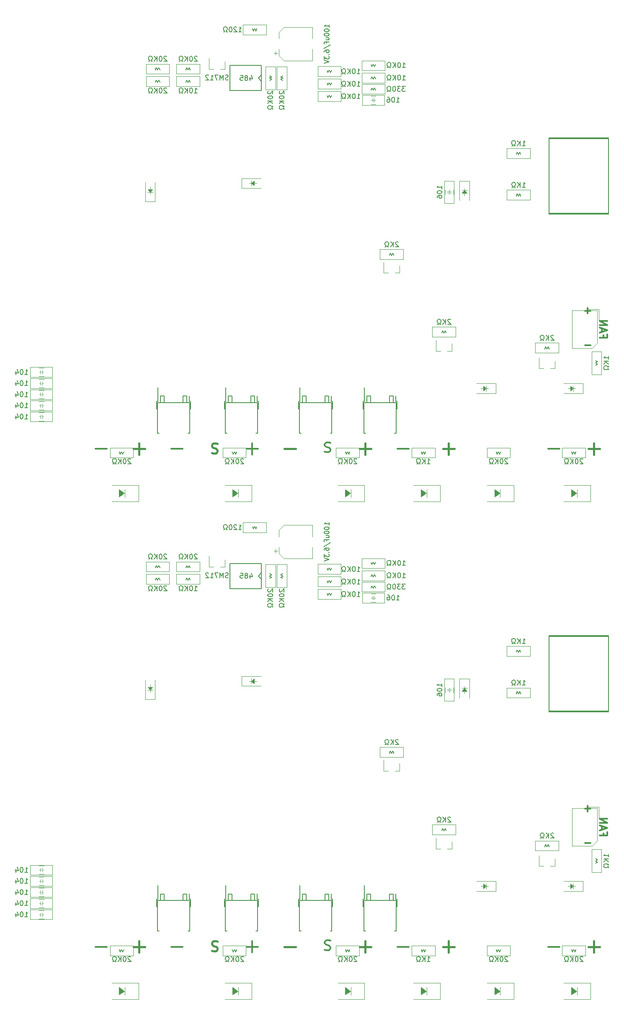
<source format=gbr>
%TF.GenerationSoftware,KiCad,Pcbnew,8.0.4*%
%TF.CreationDate,2024-11-04T15:16:17+09:00*%
%TF.ProjectId,L-CON V3.0,4c2d434f-4e20-4563-932e-302e6b696361,rev?*%
%TF.SameCoordinates,Original*%
%TF.FileFunction,Legend,Bot*%
%TF.FilePolarity,Positive*%
%FSLAX46Y46*%
G04 Gerber Fmt 4.6, Leading zero omitted, Abs format (unit mm)*
G04 Created by KiCad (PCBNEW 8.0.4) date 2024-11-04 15:16:17*
%MOMM*%
%LPD*%
G01*
G04 APERTURE LIST*
%ADD10C,0.300000*%
%ADD11C,0.350000*%
%ADD12C,0.400000*%
%ADD13C,0.150000*%
%ADD14C,0.120000*%
%ADD15C,0.200000*%
%ADD16C,0.100000*%
%ADD17C,0.170000*%
G04 APERTURE END LIST*
D10*
X156633571Y-200654400D02*
X157776429Y-200654400D01*
X157205000Y-201225828D02*
X157205000Y-200082971D01*
X160419885Y-205624285D02*
X160419885Y-206124285D01*
X159634171Y-206124285D02*
X161134171Y-206124285D01*
X161134171Y-206124285D02*
X161134171Y-205409999D01*
X160062742Y-204909999D02*
X160062742Y-204195714D01*
X159634171Y-205052856D02*
X161134171Y-204552856D01*
X161134171Y-204552856D02*
X159634171Y-204052856D01*
X159634171Y-203552857D02*
X161134171Y-203552857D01*
X161134171Y-203552857D02*
X159634171Y-202695714D01*
X159634171Y-202695714D02*
X161134171Y-202695714D01*
X156633571Y-207649400D02*
X157776429Y-207649400D01*
X160419885Y-105024285D02*
X160419885Y-105524285D01*
X159634171Y-105524285D02*
X161134171Y-105524285D01*
X161134171Y-105524285D02*
X161134171Y-104809999D01*
X160062742Y-104309999D02*
X160062742Y-103595714D01*
X159634171Y-104452856D02*
X161134171Y-103952856D01*
X161134171Y-103952856D02*
X159634171Y-103452856D01*
X159634171Y-102952857D02*
X161134171Y-102952857D01*
X161134171Y-102952857D02*
X159634171Y-102095714D01*
X159634171Y-102095714D02*
X161134171Y-102095714D01*
X156633571Y-100054400D02*
X157776429Y-100054400D01*
X157205000Y-100625828D02*
X157205000Y-99482971D01*
X156633571Y-107049400D02*
X157776429Y-107049400D01*
D11*
X57732142Y-228576800D02*
X60017857Y-228576800D01*
D12*
X157332142Y-228574200D02*
X159617857Y-228574200D01*
X158474999Y-229717057D02*
X158474999Y-227431342D01*
X95852142Y-228574200D02*
X98137857Y-228574200D01*
X82346428Y-227540800D02*
X82060714Y-227445561D01*
X82060714Y-227445561D02*
X81584523Y-227445561D01*
X81584523Y-227445561D02*
X81394047Y-227540800D01*
X81394047Y-227540800D02*
X81298809Y-227636038D01*
X81298809Y-227636038D02*
X81203571Y-227826514D01*
X81203571Y-227826514D02*
X81203571Y-228016990D01*
X81203571Y-228016990D02*
X81298809Y-228207466D01*
X81298809Y-228207466D02*
X81394047Y-228302704D01*
X81394047Y-228302704D02*
X81584523Y-228397942D01*
X81584523Y-228397942D02*
X81965476Y-228493180D01*
X81965476Y-228493180D02*
X82155952Y-228588419D01*
X82155952Y-228588419D02*
X82251190Y-228683657D01*
X82251190Y-228683657D02*
X82346428Y-228874133D01*
X82346428Y-228874133D02*
X82346428Y-229064609D01*
X82346428Y-229064609D02*
X82251190Y-229255085D01*
X82251190Y-229255085D02*
X82155952Y-229350323D01*
X82155952Y-229350323D02*
X81965476Y-229445561D01*
X81965476Y-229445561D02*
X81489285Y-229445561D01*
X81489285Y-229445561D02*
X81203571Y-229350323D01*
D11*
X72992142Y-228576800D02*
X75277857Y-228576800D01*
D12*
X127967142Y-228574200D02*
X130252857Y-228574200D01*
X129109999Y-229717057D02*
X129109999Y-227431342D01*
X111092142Y-228574200D02*
X113377857Y-228574200D01*
X112234999Y-229717057D02*
X112234999Y-227431342D01*
D11*
X149192142Y-228576800D02*
X151477857Y-228576800D01*
X104043571Y-229161800D02*
X104329285Y-229257038D01*
X104329285Y-229257038D02*
X104805476Y-229257038D01*
X104805476Y-229257038D02*
X104995952Y-229161800D01*
X104995952Y-229161800D02*
X105091190Y-229066561D01*
X105091190Y-229066561D02*
X105186428Y-228876085D01*
X105186428Y-228876085D02*
X105186428Y-228685609D01*
X105186428Y-228685609D02*
X105091190Y-228495133D01*
X105091190Y-228495133D02*
X104995952Y-228399895D01*
X104995952Y-228399895D02*
X104805476Y-228304657D01*
X104805476Y-228304657D02*
X104424523Y-228209419D01*
X104424523Y-228209419D02*
X104234047Y-228114180D01*
X104234047Y-228114180D02*
X104138809Y-228018942D01*
X104138809Y-228018942D02*
X104043571Y-227828466D01*
X104043571Y-227828466D02*
X104043571Y-227637990D01*
X104043571Y-227637990D02*
X104138809Y-227447514D01*
X104138809Y-227447514D02*
X104234047Y-227352276D01*
X104234047Y-227352276D02*
X104424523Y-227257038D01*
X104424523Y-227257038D02*
X104900714Y-227257038D01*
X104900714Y-227257038D02*
X105186428Y-227352276D01*
X118712142Y-228576800D02*
X120997857Y-228576800D01*
X88232142Y-228576800D02*
X90517857Y-228576800D01*
X89374999Y-229719657D02*
X89374999Y-227433942D01*
D12*
X65372142Y-228574200D02*
X67657857Y-228574200D01*
X66514999Y-229717057D02*
X66514999Y-227431342D01*
D13*
X129492142Y-202460057D02*
X129444523Y-202412438D01*
X129444523Y-202412438D02*
X129349285Y-202364819D01*
X129349285Y-202364819D02*
X129111190Y-202364819D01*
X129111190Y-202364819D02*
X129015952Y-202412438D01*
X129015952Y-202412438D02*
X128968333Y-202460057D01*
X128968333Y-202460057D02*
X128920714Y-202555295D01*
X128920714Y-202555295D02*
X128920714Y-202650533D01*
X128920714Y-202650533D02*
X128968333Y-202793390D01*
X128968333Y-202793390D02*
X129539761Y-203364819D01*
X129539761Y-203364819D02*
X128920714Y-203364819D01*
X128492142Y-203364819D02*
X128492142Y-202364819D01*
X127920714Y-203364819D02*
X128349285Y-202793390D01*
X127920714Y-202364819D02*
X128492142Y-202936247D01*
X127539761Y-203364819D02*
X127301666Y-203364819D01*
X127301666Y-203364819D02*
X127301666Y-203174342D01*
X127301666Y-203174342D02*
X127396904Y-203126723D01*
X127396904Y-203126723D02*
X127492142Y-203031485D01*
X127492142Y-203031485D02*
X127539761Y-202888628D01*
X127539761Y-202888628D02*
X127539761Y-202650533D01*
X127539761Y-202650533D02*
X127492142Y-202507676D01*
X127492142Y-202507676D02*
X127396904Y-202412438D01*
X127396904Y-202412438D02*
X127254047Y-202364819D01*
X127254047Y-202364819D02*
X127063571Y-202364819D01*
X127063571Y-202364819D02*
X126920714Y-202412438D01*
X126920714Y-202412438D02*
X126825476Y-202507676D01*
X126825476Y-202507676D02*
X126777857Y-202650533D01*
X126777857Y-202650533D02*
X126777857Y-202888628D01*
X126777857Y-202888628D02*
X126825476Y-203031485D01*
X126825476Y-203031485D02*
X126920714Y-203126723D01*
X126920714Y-203126723D02*
X127015952Y-203174342D01*
X127015952Y-203174342D02*
X127015952Y-203364819D01*
X127015952Y-203364819D02*
X126777857Y-203364819D01*
X43421666Y-222514819D02*
X43993094Y-222514819D01*
X43707380Y-222514819D02*
X43707380Y-221514819D01*
X43707380Y-221514819D02*
X43802618Y-221657676D01*
X43802618Y-221657676D02*
X43897856Y-221752914D01*
X43897856Y-221752914D02*
X43993094Y-221800533D01*
X42802618Y-221514819D02*
X42707380Y-221514819D01*
X42707380Y-221514819D02*
X42612142Y-221562438D01*
X42612142Y-221562438D02*
X42564523Y-221610057D01*
X42564523Y-221610057D02*
X42516904Y-221705295D01*
X42516904Y-221705295D02*
X42469285Y-221895771D01*
X42469285Y-221895771D02*
X42469285Y-222133866D01*
X42469285Y-222133866D02*
X42516904Y-222324342D01*
X42516904Y-222324342D02*
X42564523Y-222419580D01*
X42564523Y-222419580D02*
X42612142Y-222467200D01*
X42612142Y-222467200D02*
X42707380Y-222514819D01*
X42707380Y-222514819D02*
X42802618Y-222514819D01*
X42802618Y-222514819D02*
X42897856Y-222467200D01*
X42897856Y-222467200D02*
X42945475Y-222419580D01*
X42945475Y-222419580D02*
X42993094Y-222324342D01*
X42993094Y-222324342D02*
X43040713Y-222133866D01*
X43040713Y-222133866D02*
X43040713Y-221895771D01*
X43040713Y-221895771D02*
X42993094Y-221705295D01*
X42993094Y-221705295D02*
X42945475Y-221610057D01*
X42945475Y-221610057D02*
X42897856Y-221562438D01*
X42897856Y-221562438D02*
X42802618Y-221514819D01*
X41612142Y-221848152D02*
X41612142Y-222514819D01*
X41850237Y-221467200D02*
X42088332Y-222181485D01*
X42088332Y-222181485D02*
X41469285Y-222181485D01*
X119736904Y-151514819D02*
X120308332Y-151514819D01*
X120022618Y-151514819D02*
X120022618Y-150514819D01*
X120022618Y-150514819D02*
X120117856Y-150657676D01*
X120117856Y-150657676D02*
X120213094Y-150752914D01*
X120213094Y-150752914D02*
X120308332Y-150800533D01*
X119117856Y-150514819D02*
X119022618Y-150514819D01*
X119022618Y-150514819D02*
X118927380Y-150562438D01*
X118927380Y-150562438D02*
X118879761Y-150610057D01*
X118879761Y-150610057D02*
X118832142Y-150705295D01*
X118832142Y-150705295D02*
X118784523Y-150895771D01*
X118784523Y-150895771D02*
X118784523Y-151133866D01*
X118784523Y-151133866D02*
X118832142Y-151324342D01*
X118832142Y-151324342D02*
X118879761Y-151419580D01*
X118879761Y-151419580D02*
X118927380Y-151467200D01*
X118927380Y-151467200D02*
X119022618Y-151514819D01*
X119022618Y-151514819D02*
X119117856Y-151514819D01*
X119117856Y-151514819D02*
X119213094Y-151467200D01*
X119213094Y-151467200D02*
X119260713Y-151419580D01*
X119260713Y-151419580D02*
X119308332Y-151324342D01*
X119308332Y-151324342D02*
X119355951Y-151133866D01*
X119355951Y-151133866D02*
X119355951Y-150895771D01*
X119355951Y-150895771D02*
X119308332Y-150705295D01*
X119308332Y-150705295D02*
X119260713Y-150610057D01*
X119260713Y-150610057D02*
X119213094Y-150562438D01*
X119213094Y-150562438D02*
X119117856Y-150514819D01*
X118355951Y-151514819D02*
X118355951Y-150514819D01*
X117784523Y-151514819D02*
X118213094Y-150943390D01*
X117784523Y-150514819D02*
X118355951Y-151086247D01*
X117403570Y-151514819D02*
X117165475Y-151514819D01*
X117165475Y-151514819D02*
X117165475Y-151324342D01*
X117165475Y-151324342D02*
X117260713Y-151276723D01*
X117260713Y-151276723D02*
X117355951Y-151181485D01*
X117355951Y-151181485D02*
X117403570Y-151038628D01*
X117403570Y-151038628D02*
X117403570Y-150800533D01*
X117403570Y-150800533D02*
X117355951Y-150657676D01*
X117355951Y-150657676D02*
X117260713Y-150562438D01*
X117260713Y-150562438D02*
X117117856Y-150514819D01*
X117117856Y-150514819D02*
X116927380Y-150514819D01*
X116927380Y-150514819D02*
X116784523Y-150562438D01*
X116784523Y-150562438D02*
X116689285Y-150657676D01*
X116689285Y-150657676D02*
X116641666Y-150800533D01*
X116641666Y-150800533D02*
X116641666Y-151038628D01*
X116641666Y-151038628D02*
X116689285Y-151181485D01*
X116689285Y-151181485D02*
X116784523Y-151276723D01*
X116784523Y-151276723D02*
X116879761Y-151324342D01*
X116879761Y-151324342D02*
X116879761Y-151514819D01*
X116879761Y-151514819D02*
X116641666Y-151514819D01*
X118922142Y-186810057D02*
X118874523Y-186762438D01*
X118874523Y-186762438D02*
X118779285Y-186714819D01*
X118779285Y-186714819D02*
X118541190Y-186714819D01*
X118541190Y-186714819D02*
X118445952Y-186762438D01*
X118445952Y-186762438D02*
X118398333Y-186810057D01*
X118398333Y-186810057D02*
X118350714Y-186905295D01*
X118350714Y-186905295D02*
X118350714Y-187000533D01*
X118350714Y-187000533D02*
X118398333Y-187143390D01*
X118398333Y-187143390D02*
X118969761Y-187714819D01*
X118969761Y-187714819D02*
X118350714Y-187714819D01*
X117922142Y-187714819D02*
X117922142Y-186714819D01*
X117350714Y-187714819D02*
X117779285Y-187143390D01*
X117350714Y-186714819D02*
X117922142Y-187286247D01*
X116969761Y-187714819D02*
X116731666Y-187714819D01*
X116731666Y-187714819D02*
X116731666Y-187524342D01*
X116731666Y-187524342D02*
X116826904Y-187476723D01*
X116826904Y-187476723D02*
X116922142Y-187381485D01*
X116922142Y-187381485D02*
X116969761Y-187238628D01*
X116969761Y-187238628D02*
X116969761Y-187000533D01*
X116969761Y-187000533D02*
X116922142Y-186857676D01*
X116922142Y-186857676D02*
X116826904Y-186762438D01*
X116826904Y-186762438D02*
X116684047Y-186714819D01*
X116684047Y-186714819D02*
X116493571Y-186714819D01*
X116493571Y-186714819D02*
X116350714Y-186762438D01*
X116350714Y-186762438D02*
X116255476Y-186857676D01*
X116255476Y-186857676D02*
X116207857Y-187000533D01*
X116207857Y-187000533D02*
X116207857Y-187238628D01*
X116207857Y-187238628D02*
X116255476Y-187381485D01*
X116255476Y-187381485D02*
X116350714Y-187476723D01*
X116350714Y-187476723D02*
X116445952Y-187524342D01*
X116445952Y-187524342D02*
X116445952Y-187714819D01*
X116445952Y-187714819D02*
X116207857Y-187714819D01*
X86613095Y-144304819D02*
X87184523Y-144304819D01*
X86898809Y-144304819D02*
X86898809Y-143304819D01*
X86898809Y-143304819D02*
X86994047Y-143447676D01*
X86994047Y-143447676D02*
X87089285Y-143542914D01*
X87089285Y-143542914D02*
X87184523Y-143590533D01*
X86232142Y-143400057D02*
X86184523Y-143352438D01*
X86184523Y-143352438D02*
X86089285Y-143304819D01*
X86089285Y-143304819D02*
X85851190Y-143304819D01*
X85851190Y-143304819D02*
X85755952Y-143352438D01*
X85755952Y-143352438D02*
X85708333Y-143400057D01*
X85708333Y-143400057D02*
X85660714Y-143495295D01*
X85660714Y-143495295D02*
X85660714Y-143590533D01*
X85660714Y-143590533D02*
X85708333Y-143733390D01*
X85708333Y-143733390D02*
X86279761Y-144304819D01*
X86279761Y-144304819D02*
X85660714Y-144304819D01*
X85041666Y-143304819D02*
X84946428Y-143304819D01*
X84946428Y-143304819D02*
X84851190Y-143352438D01*
X84851190Y-143352438D02*
X84803571Y-143400057D01*
X84803571Y-143400057D02*
X84755952Y-143495295D01*
X84755952Y-143495295D02*
X84708333Y-143685771D01*
X84708333Y-143685771D02*
X84708333Y-143923866D01*
X84708333Y-143923866D02*
X84755952Y-144114342D01*
X84755952Y-144114342D02*
X84803571Y-144209580D01*
X84803571Y-144209580D02*
X84851190Y-144257200D01*
X84851190Y-144257200D02*
X84946428Y-144304819D01*
X84946428Y-144304819D02*
X85041666Y-144304819D01*
X85041666Y-144304819D02*
X85136904Y-144257200D01*
X85136904Y-144257200D02*
X85184523Y-144209580D01*
X85184523Y-144209580D02*
X85232142Y-144114342D01*
X85232142Y-144114342D02*
X85279761Y-143923866D01*
X85279761Y-143923866D02*
X85279761Y-143685771D01*
X85279761Y-143685771D02*
X85232142Y-143495295D01*
X85232142Y-143495295D02*
X85184523Y-143400057D01*
X85184523Y-143400057D02*
X85136904Y-143352438D01*
X85136904Y-143352438D02*
X85041666Y-143304819D01*
X84327380Y-144304819D02*
X84089285Y-144304819D01*
X84089285Y-144304819D02*
X84089285Y-144114342D01*
X84089285Y-144114342D02*
X84184523Y-144066723D01*
X84184523Y-144066723D02*
X84279761Y-143971485D01*
X84279761Y-143971485D02*
X84327380Y-143828628D01*
X84327380Y-143828628D02*
X84327380Y-143590533D01*
X84327380Y-143590533D02*
X84279761Y-143447676D01*
X84279761Y-143447676D02*
X84184523Y-143352438D01*
X84184523Y-143352438D02*
X84041666Y-143304819D01*
X84041666Y-143304819D02*
X83851190Y-143304819D01*
X83851190Y-143304819D02*
X83708333Y-143352438D01*
X83708333Y-143352438D02*
X83613095Y-143447676D01*
X83613095Y-143447676D02*
X83565476Y-143590533D01*
X83565476Y-143590533D02*
X83565476Y-143828628D01*
X83565476Y-143828628D02*
X83613095Y-143971485D01*
X83613095Y-143971485D02*
X83708333Y-144066723D01*
X83708333Y-144066723D02*
X83803571Y-144114342D01*
X83803571Y-144114342D02*
X83803571Y-144304819D01*
X83803571Y-144304819D02*
X83565476Y-144304819D01*
X94925057Y-156286667D02*
X94877438Y-156334286D01*
X94877438Y-156334286D02*
X94829819Y-156429524D01*
X94829819Y-156429524D02*
X94829819Y-156667619D01*
X94829819Y-156667619D02*
X94877438Y-156762857D01*
X94877438Y-156762857D02*
X94925057Y-156810476D01*
X94925057Y-156810476D02*
X95020295Y-156858095D01*
X95020295Y-156858095D02*
X95115533Y-156858095D01*
X95115533Y-156858095D02*
X95258390Y-156810476D01*
X95258390Y-156810476D02*
X95829819Y-156239048D01*
X95829819Y-156239048D02*
X95829819Y-156858095D01*
X94829819Y-157477143D02*
X94829819Y-157572381D01*
X94829819Y-157572381D02*
X94877438Y-157667619D01*
X94877438Y-157667619D02*
X94925057Y-157715238D01*
X94925057Y-157715238D02*
X95020295Y-157762857D01*
X95020295Y-157762857D02*
X95210771Y-157810476D01*
X95210771Y-157810476D02*
X95448866Y-157810476D01*
X95448866Y-157810476D02*
X95639342Y-157762857D01*
X95639342Y-157762857D02*
X95734580Y-157715238D01*
X95734580Y-157715238D02*
X95782200Y-157667619D01*
X95782200Y-157667619D02*
X95829819Y-157572381D01*
X95829819Y-157572381D02*
X95829819Y-157477143D01*
X95829819Y-157477143D02*
X95782200Y-157381905D01*
X95782200Y-157381905D02*
X95734580Y-157334286D01*
X95734580Y-157334286D02*
X95639342Y-157286667D01*
X95639342Y-157286667D02*
X95448866Y-157239048D01*
X95448866Y-157239048D02*
X95210771Y-157239048D01*
X95210771Y-157239048D02*
X95020295Y-157286667D01*
X95020295Y-157286667D02*
X94925057Y-157334286D01*
X94925057Y-157334286D02*
X94877438Y-157381905D01*
X94877438Y-157381905D02*
X94829819Y-157477143D01*
X95829819Y-158239048D02*
X94829819Y-158239048D01*
X95829819Y-158810476D02*
X95258390Y-158381905D01*
X94829819Y-158810476D02*
X95401247Y-158239048D01*
X95829819Y-159191429D02*
X95829819Y-159429524D01*
X95829819Y-159429524D02*
X95639342Y-159429524D01*
X95639342Y-159429524D02*
X95591723Y-159334286D01*
X95591723Y-159334286D02*
X95496485Y-159239048D01*
X95496485Y-159239048D02*
X95353628Y-159191429D01*
X95353628Y-159191429D02*
X95115533Y-159191429D01*
X95115533Y-159191429D02*
X94972676Y-159239048D01*
X94972676Y-159239048D02*
X94877438Y-159334286D01*
X94877438Y-159334286D02*
X94829819Y-159477143D01*
X94829819Y-159477143D02*
X94829819Y-159667619D01*
X94829819Y-159667619D02*
X94877438Y-159810476D01*
X94877438Y-159810476D02*
X94972676Y-159905714D01*
X94972676Y-159905714D02*
X95115533Y-159953333D01*
X95115533Y-159953333D02*
X95353628Y-159953333D01*
X95353628Y-159953333D02*
X95496485Y-159905714D01*
X95496485Y-159905714D02*
X95591723Y-159810476D01*
X95591723Y-159810476D02*
X95639342Y-159715238D01*
X95639342Y-159715238D02*
X95829819Y-159715238D01*
X95829819Y-159715238D02*
X95829819Y-159953333D01*
X143980714Y-167284819D02*
X144552142Y-167284819D01*
X144266428Y-167284819D02*
X144266428Y-166284819D01*
X144266428Y-166284819D02*
X144361666Y-166427676D01*
X144361666Y-166427676D02*
X144456904Y-166522914D01*
X144456904Y-166522914D02*
X144552142Y-166570533D01*
X143552142Y-167284819D02*
X143552142Y-166284819D01*
X142980714Y-167284819D02*
X143409285Y-166713390D01*
X142980714Y-166284819D02*
X143552142Y-166856247D01*
X142599761Y-167284819D02*
X142361666Y-167284819D01*
X142361666Y-167284819D02*
X142361666Y-167094342D01*
X142361666Y-167094342D02*
X142456904Y-167046723D01*
X142456904Y-167046723D02*
X142552142Y-166951485D01*
X142552142Y-166951485D02*
X142599761Y-166808628D01*
X142599761Y-166808628D02*
X142599761Y-166570533D01*
X142599761Y-166570533D02*
X142552142Y-166427676D01*
X142552142Y-166427676D02*
X142456904Y-166332438D01*
X142456904Y-166332438D02*
X142314047Y-166284819D01*
X142314047Y-166284819D02*
X142123571Y-166284819D01*
X142123571Y-166284819D02*
X141980714Y-166332438D01*
X141980714Y-166332438D02*
X141885476Y-166427676D01*
X141885476Y-166427676D02*
X141837857Y-166570533D01*
X141837857Y-166570533D02*
X141837857Y-166808628D01*
X141837857Y-166808628D02*
X141885476Y-166951485D01*
X141885476Y-166951485D02*
X141980714Y-167046723D01*
X141980714Y-167046723D02*
X142075952Y-167094342D01*
X142075952Y-167094342D02*
X142075952Y-167284819D01*
X142075952Y-167284819D02*
X141837857Y-167284819D01*
X118546428Y-158514819D02*
X119117856Y-158514819D01*
X118832142Y-158514819D02*
X118832142Y-157514819D01*
X118832142Y-157514819D02*
X118927380Y-157657676D01*
X118927380Y-157657676D02*
X119022618Y-157752914D01*
X119022618Y-157752914D02*
X119117856Y-157800533D01*
X117927380Y-157514819D02*
X117832142Y-157514819D01*
X117832142Y-157514819D02*
X117736904Y-157562438D01*
X117736904Y-157562438D02*
X117689285Y-157610057D01*
X117689285Y-157610057D02*
X117641666Y-157705295D01*
X117641666Y-157705295D02*
X117594047Y-157895771D01*
X117594047Y-157895771D02*
X117594047Y-158133866D01*
X117594047Y-158133866D02*
X117641666Y-158324342D01*
X117641666Y-158324342D02*
X117689285Y-158419580D01*
X117689285Y-158419580D02*
X117736904Y-158467200D01*
X117736904Y-158467200D02*
X117832142Y-158514819D01*
X117832142Y-158514819D02*
X117927380Y-158514819D01*
X117927380Y-158514819D02*
X118022618Y-158467200D01*
X118022618Y-158467200D02*
X118070237Y-158419580D01*
X118070237Y-158419580D02*
X118117856Y-158324342D01*
X118117856Y-158324342D02*
X118165475Y-158133866D01*
X118165475Y-158133866D02*
X118165475Y-157895771D01*
X118165475Y-157895771D02*
X118117856Y-157705295D01*
X118117856Y-157705295D02*
X118070237Y-157610057D01*
X118070237Y-157610057D02*
X118022618Y-157562438D01*
X118022618Y-157562438D02*
X117927380Y-157514819D01*
X116736904Y-157514819D02*
X116927380Y-157514819D01*
X116927380Y-157514819D02*
X117022618Y-157562438D01*
X117022618Y-157562438D02*
X117070237Y-157610057D01*
X117070237Y-157610057D02*
X117165475Y-157752914D01*
X117165475Y-157752914D02*
X117213094Y-157943390D01*
X117213094Y-157943390D02*
X117213094Y-158324342D01*
X117213094Y-158324342D02*
X117165475Y-158419580D01*
X117165475Y-158419580D02*
X117117856Y-158467200D01*
X117117856Y-158467200D02*
X117022618Y-158514819D01*
X117022618Y-158514819D02*
X116832142Y-158514819D01*
X116832142Y-158514819D02*
X116736904Y-158467200D01*
X116736904Y-158467200D02*
X116689285Y-158419580D01*
X116689285Y-158419580D02*
X116641666Y-158324342D01*
X116641666Y-158324342D02*
X116641666Y-158086247D01*
X116641666Y-158086247D02*
X116689285Y-157991009D01*
X116689285Y-157991009D02*
X116736904Y-157943390D01*
X116736904Y-157943390D02*
X116832142Y-157895771D01*
X116832142Y-157895771D02*
X117022618Y-157895771D01*
X117022618Y-157895771D02*
X117117856Y-157943390D01*
X117117856Y-157943390D02*
X117165475Y-157991009D01*
X117165475Y-157991009D02*
X117213094Y-158086247D01*
X119736904Y-154014819D02*
X120308332Y-154014819D01*
X120022618Y-154014819D02*
X120022618Y-153014819D01*
X120022618Y-153014819D02*
X120117856Y-153157676D01*
X120117856Y-153157676D02*
X120213094Y-153252914D01*
X120213094Y-153252914D02*
X120308332Y-153300533D01*
X119117856Y-153014819D02*
X119022618Y-153014819D01*
X119022618Y-153014819D02*
X118927380Y-153062438D01*
X118927380Y-153062438D02*
X118879761Y-153110057D01*
X118879761Y-153110057D02*
X118832142Y-153205295D01*
X118832142Y-153205295D02*
X118784523Y-153395771D01*
X118784523Y-153395771D02*
X118784523Y-153633866D01*
X118784523Y-153633866D02*
X118832142Y-153824342D01*
X118832142Y-153824342D02*
X118879761Y-153919580D01*
X118879761Y-153919580D02*
X118927380Y-153967200D01*
X118927380Y-153967200D02*
X119022618Y-154014819D01*
X119022618Y-154014819D02*
X119117856Y-154014819D01*
X119117856Y-154014819D02*
X119213094Y-153967200D01*
X119213094Y-153967200D02*
X119260713Y-153919580D01*
X119260713Y-153919580D02*
X119308332Y-153824342D01*
X119308332Y-153824342D02*
X119355951Y-153633866D01*
X119355951Y-153633866D02*
X119355951Y-153395771D01*
X119355951Y-153395771D02*
X119308332Y-153205295D01*
X119308332Y-153205295D02*
X119260713Y-153110057D01*
X119260713Y-153110057D02*
X119213094Y-153062438D01*
X119213094Y-153062438D02*
X119117856Y-153014819D01*
X118355951Y-154014819D02*
X118355951Y-153014819D01*
X117784523Y-154014819D02*
X118213094Y-153443390D01*
X117784523Y-153014819D02*
X118355951Y-153586247D01*
X117403570Y-154014819D02*
X117165475Y-154014819D01*
X117165475Y-154014819D02*
X117165475Y-153824342D01*
X117165475Y-153824342D02*
X117260713Y-153776723D01*
X117260713Y-153776723D02*
X117355951Y-153681485D01*
X117355951Y-153681485D02*
X117403570Y-153538628D01*
X117403570Y-153538628D02*
X117403570Y-153300533D01*
X117403570Y-153300533D02*
X117355951Y-153157676D01*
X117355951Y-153157676D02*
X117260713Y-153062438D01*
X117260713Y-153062438D02*
X117117856Y-153014819D01*
X117117856Y-153014819D02*
X116927380Y-153014819D01*
X116927380Y-153014819D02*
X116784523Y-153062438D01*
X116784523Y-153062438D02*
X116689285Y-153157676D01*
X116689285Y-153157676D02*
X116641666Y-153300533D01*
X116641666Y-153300533D02*
X116641666Y-153538628D01*
X116641666Y-153538628D02*
X116689285Y-153681485D01*
X116689285Y-153681485D02*
X116784523Y-153776723D01*
X116784523Y-153776723D02*
X116879761Y-153824342D01*
X116879761Y-153824342D02*
X116879761Y-154014819D01*
X116879761Y-154014819D02*
X116641666Y-154014819D01*
X43421666Y-213514819D02*
X43993094Y-213514819D01*
X43707380Y-213514819D02*
X43707380Y-212514819D01*
X43707380Y-212514819D02*
X43802618Y-212657676D01*
X43802618Y-212657676D02*
X43897856Y-212752914D01*
X43897856Y-212752914D02*
X43993094Y-212800533D01*
X42802618Y-212514819D02*
X42707380Y-212514819D01*
X42707380Y-212514819D02*
X42612142Y-212562438D01*
X42612142Y-212562438D02*
X42564523Y-212610057D01*
X42564523Y-212610057D02*
X42516904Y-212705295D01*
X42516904Y-212705295D02*
X42469285Y-212895771D01*
X42469285Y-212895771D02*
X42469285Y-213133866D01*
X42469285Y-213133866D02*
X42516904Y-213324342D01*
X42516904Y-213324342D02*
X42564523Y-213419580D01*
X42564523Y-213419580D02*
X42612142Y-213467200D01*
X42612142Y-213467200D02*
X42707380Y-213514819D01*
X42707380Y-213514819D02*
X42802618Y-213514819D01*
X42802618Y-213514819D02*
X42897856Y-213467200D01*
X42897856Y-213467200D02*
X42945475Y-213419580D01*
X42945475Y-213419580D02*
X42993094Y-213324342D01*
X42993094Y-213324342D02*
X43040713Y-213133866D01*
X43040713Y-213133866D02*
X43040713Y-212895771D01*
X43040713Y-212895771D02*
X42993094Y-212705295D01*
X42993094Y-212705295D02*
X42945475Y-212610057D01*
X42945475Y-212610057D02*
X42897856Y-212562438D01*
X42897856Y-212562438D02*
X42802618Y-212514819D01*
X41612142Y-212848152D02*
X41612142Y-213514819D01*
X41850237Y-212467200D02*
X42088332Y-213181485D01*
X42088332Y-213181485D02*
X41469285Y-213181485D01*
X87608332Y-230650057D02*
X87560713Y-230602438D01*
X87560713Y-230602438D02*
X87465475Y-230554819D01*
X87465475Y-230554819D02*
X87227380Y-230554819D01*
X87227380Y-230554819D02*
X87132142Y-230602438D01*
X87132142Y-230602438D02*
X87084523Y-230650057D01*
X87084523Y-230650057D02*
X87036904Y-230745295D01*
X87036904Y-230745295D02*
X87036904Y-230840533D01*
X87036904Y-230840533D02*
X87084523Y-230983390D01*
X87084523Y-230983390D02*
X87655951Y-231554819D01*
X87655951Y-231554819D02*
X87036904Y-231554819D01*
X86417856Y-230554819D02*
X86322618Y-230554819D01*
X86322618Y-230554819D02*
X86227380Y-230602438D01*
X86227380Y-230602438D02*
X86179761Y-230650057D01*
X86179761Y-230650057D02*
X86132142Y-230745295D01*
X86132142Y-230745295D02*
X86084523Y-230935771D01*
X86084523Y-230935771D02*
X86084523Y-231173866D01*
X86084523Y-231173866D02*
X86132142Y-231364342D01*
X86132142Y-231364342D02*
X86179761Y-231459580D01*
X86179761Y-231459580D02*
X86227380Y-231507200D01*
X86227380Y-231507200D02*
X86322618Y-231554819D01*
X86322618Y-231554819D02*
X86417856Y-231554819D01*
X86417856Y-231554819D02*
X86513094Y-231507200D01*
X86513094Y-231507200D02*
X86560713Y-231459580D01*
X86560713Y-231459580D02*
X86608332Y-231364342D01*
X86608332Y-231364342D02*
X86655951Y-231173866D01*
X86655951Y-231173866D02*
X86655951Y-230935771D01*
X86655951Y-230935771D02*
X86608332Y-230745295D01*
X86608332Y-230745295D02*
X86560713Y-230650057D01*
X86560713Y-230650057D02*
X86513094Y-230602438D01*
X86513094Y-230602438D02*
X86417856Y-230554819D01*
X85655951Y-231554819D02*
X85655951Y-230554819D01*
X85084523Y-231554819D02*
X85513094Y-230983390D01*
X85084523Y-230554819D02*
X85655951Y-231126247D01*
X84703570Y-231554819D02*
X84465475Y-231554819D01*
X84465475Y-231554819D02*
X84465475Y-231364342D01*
X84465475Y-231364342D02*
X84560713Y-231316723D01*
X84560713Y-231316723D02*
X84655951Y-231221485D01*
X84655951Y-231221485D02*
X84703570Y-231078628D01*
X84703570Y-231078628D02*
X84703570Y-230840533D01*
X84703570Y-230840533D02*
X84655951Y-230697676D01*
X84655951Y-230697676D02*
X84560713Y-230602438D01*
X84560713Y-230602438D02*
X84417856Y-230554819D01*
X84417856Y-230554819D02*
X84227380Y-230554819D01*
X84227380Y-230554819D02*
X84084523Y-230602438D01*
X84084523Y-230602438D02*
X83989285Y-230697676D01*
X83989285Y-230697676D02*
X83941666Y-230840533D01*
X83941666Y-230840533D02*
X83941666Y-231078628D01*
X83941666Y-231078628D02*
X83989285Y-231221485D01*
X83989285Y-231221485D02*
X84084523Y-231316723D01*
X84084523Y-231316723D02*
X84179761Y-231364342D01*
X84179761Y-231364342D02*
X84179761Y-231554819D01*
X84179761Y-231554819D02*
X83941666Y-231554819D01*
X92625057Y-156286667D02*
X92577438Y-156334286D01*
X92577438Y-156334286D02*
X92529819Y-156429524D01*
X92529819Y-156429524D02*
X92529819Y-156667619D01*
X92529819Y-156667619D02*
X92577438Y-156762857D01*
X92577438Y-156762857D02*
X92625057Y-156810476D01*
X92625057Y-156810476D02*
X92720295Y-156858095D01*
X92720295Y-156858095D02*
X92815533Y-156858095D01*
X92815533Y-156858095D02*
X92958390Y-156810476D01*
X92958390Y-156810476D02*
X93529819Y-156239048D01*
X93529819Y-156239048D02*
X93529819Y-156858095D01*
X92529819Y-157477143D02*
X92529819Y-157572381D01*
X92529819Y-157572381D02*
X92577438Y-157667619D01*
X92577438Y-157667619D02*
X92625057Y-157715238D01*
X92625057Y-157715238D02*
X92720295Y-157762857D01*
X92720295Y-157762857D02*
X92910771Y-157810476D01*
X92910771Y-157810476D02*
X93148866Y-157810476D01*
X93148866Y-157810476D02*
X93339342Y-157762857D01*
X93339342Y-157762857D02*
X93434580Y-157715238D01*
X93434580Y-157715238D02*
X93482200Y-157667619D01*
X93482200Y-157667619D02*
X93529819Y-157572381D01*
X93529819Y-157572381D02*
X93529819Y-157477143D01*
X93529819Y-157477143D02*
X93482200Y-157381905D01*
X93482200Y-157381905D02*
X93434580Y-157334286D01*
X93434580Y-157334286D02*
X93339342Y-157286667D01*
X93339342Y-157286667D02*
X93148866Y-157239048D01*
X93148866Y-157239048D02*
X92910771Y-157239048D01*
X92910771Y-157239048D02*
X92720295Y-157286667D01*
X92720295Y-157286667D02*
X92625057Y-157334286D01*
X92625057Y-157334286D02*
X92577438Y-157381905D01*
X92577438Y-157381905D02*
X92529819Y-157477143D01*
X93529819Y-158239048D02*
X92529819Y-158239048D01*
X93529819Y-158810476D02*
X92958390Y-158381905D01*
X92529819Y-158810476D02*
X93101247Y-158239048D01*
X93529819Y-159191429D02*
X93529819Y-159429524D01*
X93529819Y-159429524D02*
X93339342Y-159429524D01*
X93339342Y-159429524D02*
X93291723Y-159334286D01*
X93291723Y-159334286D02*
X93196485Y-159239048D01*
X93196485Y-159239048D02*
X93053628Y-159191429D01*
X93053628Y-159191429D02*
X92815533Y-159191429D01*
X92815533Y-159191429D02*
X92672676Y-159239048D01*
X92672676Y-159239048D02*
X92577438Y-159334286D01*
X92577438Y-159334286D02*
X92529819Y-159477143D01*
X92529819Y-159477143D02*
X92529819Y-159667619D01*
X92529819Y-159667619D02*
X92577438Y-159810476D01*
X92577438Y-159810476D02*
X92672676Y-159905714D01*
X92672676Y-159905714D02*
X92815533Y-159953333D01*
X92815533Y-159953333D02*
X93053628Y-159953333D01*
X93053628Y-159953333D02*
X93196485Y-159905714D01*
X93196485Y-159905714D02*
X93291723Y-159810476D01*
X93291723Y-159810476D02*
X93339342Y-159715238D01*
X93339342Y-159715238D02*
X93529819Y-159715238D01*
X93529819Y-159715238D02*
X93529819Y-159953333D01*
X156208332Y-230650057D02*
X156160713Y-230602438D01*
X156160713Y-230602438D02*
X156065475Y-230554819D01*
X156065475Y-230554819D02*
X155827380Y-230554819D01*
X155827380Y-230554819D02*
X155732142Y-230602438D01*
X155732142Y-230602438D02*
X155684523Y-230650057D01*
X155684523Y-230650057D02*
X155636904Y-230745295D01*
X155636904Y-230745295D02*
X155636904Y-230840533D01*
X155636904Y-230840533D02*
X155684523Y-230983390D01*
X155684523Y-230983390D02*
X156255951Y-231554819D01*
X156255951Y-231554819D02*
X155636904Y-231554819D01*
X155017856Y-230554819D02*
X154922618Y-230554819D01*
X154922618Y-230554819D02*
X154827380Y-230602438D01*
X154827380Y-230602438D02*
X154779761Y-230650057D01*
X154779761Y-230650057D02*
X154732142Y-230745295D01*
X154732142Y-230745295D02*
X154684523Y-230935771D01*
X154684523Y-230935771D02*
X154684523Y-231173866D01*
X154684523Y-231173866D02*
X154732142Y-231364342D01*
X154732142Y-231364342D02*
X154779761Y-231459580D01*
X154779761Y-231459580D02*
X154827380Y-231507200D01*
X154827380Y-231507200D02*
X154922618Y-231554819D01*
X154922618Y-231554819D02*
X155017856Y-231554819D01*
X155017856Y-231554819D02*
X155113094Y-231507200D01*
X155113094Y-231507200D02*
X155160713Y-231459580D01*
X155160713Y-231459580D02*
X155208332Y-231364342D01*
X155208332Y-231364342D02*
X155255951Y-231173866D01*
X155255951Y-231173866D02*
X155255951Y-230935771D01*
X155255951Y-230935771D02*
X155208332Y-230745295D01*
X155208332Y-230745295D02*
X155160713Y-230650057D01*
X155160713Y-230650057D02*
X155113094Y-230602438D01*
X155113094Y-230602438D02*
X155017856Y-230554819D01*
X154255951Y-231554819D02*
X154255951Y-230554819D01*
X153684523Y-231554819D02*
X154113094Y-230983390D01*
X153684523Y-230554819D02*
X154255951Y-231126247D01*
X153303570Y-231554819D02*
X153065475Y-231554819D01*
X153065475Y-231554819D02*
X153065475Y-231364342D01*
X153065475Y-231364342D02*
X153160713Y-231316723D01*
X153160713Y-231316723D02*
X153255951Y-231221485D01*
X153255951Y-231221485D02*
X153303570Y-231078628D01*
X153303570Y-231078628D02*
X153303570Y-230840533D01*
X153303570Y-230840533D02*
X153255951Y-230697676D01*
X153255951Y-230697676D02*
X153160713Y-230602438D01*
X153160713Y-230602438D02*
X153017856Y-230554819D01*
X153017856Y-230554819D02*
X152827380Y-230554819D01*
X152827380Y-230554819D02*
X152684523Y-230602438D01*
X152684523Y-230602438D02*
X152589285Y-230697676D01*
X152589285Y-230697676D02*
X152541666Y-230840533D01*
X152541666Y-230840533D02*
X152541666Y-231078628D01*
X152541666Y-231078628D02*
X152589285Y-231221485D01*
X152589285Y-231221485D02*
X152684523Y-231316723D01*
X152684523Y-231316723D02*
X152779761Y-231364342D01*
X152779761Y-231364342D02*
X152779761Y-231554819D01*
X152779761Y-231554819D02*
X152541666Y-231554819D01*
X110586904Y-155264819D02*
X111158332Y-155264819D01*
X110872618Y-155264819D02*
X110872618Y-154264819D01*
X110872618Y-154264819D02*
X110967856Y-154407676D01*
X110967856Y-154407676D02*
X111063094Y-154502914D01*
X111063094Y-154502914D02*
X111158332Y-154550533D01*
X109967856Y-154264819D02*
X109872618Y-154264819D01*
X109872618Y-154264819D02*
X109777380Y-154312438D01*
X109777380Y-154312438D02*
X109729761Y-154360057D01*
X109729761Y-154360057D02*
X109682142Y-154455295D01*
X109682142Y-154455295D02*
X109634523Y-154645771D01*
X109634523Y-154645771D02*
X109634523Y-154883866D01*
X109634523Y-154883866D02*
X109682142Y-155074342D01*
X109682142Y-155074342D02*
X109729761Y-155169580D01*
X109729761Y-155169580D02*
X109777380Y-155217200D01*
X109777380Y-155217200D02*
X109872618Y-155264819D01*
X109872618Y-155264819D02*
X109967856Y-155264819D01*
X109967856Y-155264819D02*
X110063094Y-155217200D01*
X110063094Y-155217200D02*
X110110713Y-155169580D01*
X110110713Y-155169580D02*
X110158332Y-155074342D01*
X110158332Y-155074342D02*
X110205951Y-154883866D01*
X110205951Y-154883866D02*
X110205951Y-154645771D01*
X110205951Y-154645771D02*
X110158332Y-154455295D01*
X110158332Y-154455295D02*
X110110713Y-154360057D01*
X110110713Y-154360057D02*
X110063094Y-154312438D01*
X110063094Y-154312438D02*
X109967856Y-154264819D01*
X109205951Y-155264819D02*
X109205951Y-154264819D01*
X108634523Y-155264819D02*
X109063094Y-154693390D01*
X108634523Y-154264819D02*
X109205951Y-154836247D01*
X108253570Y-155264819D02*
X108015475Y-155264819D01*
X108015475Y-155264819D02*
X108015475Y-155074342D01*
X108015475Y-155074342D02*
X108110713Y-155026723D01*
X108110713Y-155026723D02*
X108205951Y-154931485D01*
X108205951Y-154931485D02*
X108253570Y-154788628D01*
X108253570Y-154788628D02*
X108253570Y-154550533D01*
X108253570Y-154550533D02*
X108205951Y-154407676D01*
X108205951Y-154407676D02*
X108110713Y-154312438D01*
X108110713Y-154312438D02*
X107967856Y-154264819D01*
X107967856Y-154264819D02*
X107777380Y-154264819D01*
X107777380Y-154264819D02*
X107634523Y-154312438D01*
X107634523Y-154312438D02*
X107539285Y-154407676D01*
X107539285Y-154407676D02*
X107491666Y-154550533D01*
X107491666Y-154550533D02*
X107491666Y-154788628D01*
X107491666Y-154788628D02*
X107539285Y-154931485D01*
X107539285Y-154931485D02*
X107634523Y-155026723D01*
X107634523Y-155026723D02*
X107729761Y-155074342D01*
X107729761Y-155074342D02*
X107729761Y-155264819D01*
X107729761Y-155264819D02*
X107491666Y-155264819D01*
X78253332Y-149325057D02*
X78205713Y-149277438D01*
X78205713Y-149277438D02*
X78110475Y-149229819D01*
X78110475Y-149229819D02*
X77872380Y-149229819D01*
X77872380Y-149229819D02*
X77777142Y-149277438D01*
X77777142Y-149277438D02*
X77729523Y-149325057D01*
X77729523Y-149325057D02*
X77681904Y-149420295D01*
X77681904Y-149420295D02*
X77681904Y-149515533D01*
X77681904Y-149515533D02*
X77729523Y-149658390D01*
X77729523Y-149658390D02*
X78300951Y-150229819D01*
X78300951Y-150229819D02*
X77681904Y-150229819D01*
X77062856Y-149229819D02*
X76967618Y-149229819D01*
X76967618Y-149229819D02*
X76872380Y-149277438D01*
X76872380Y-149277438D02*
X76824761Y-149325057D01*
X76824761Y-149325057D02*
X76777142Y-149420295D01*
X76777142Y-149420295D02*
X76729523Y-149610771D01*
X76729523Y-149610771D02*
X76729523Y-149848866D01*
X76729523Y-149848866D02*
X76777142Y-150039342D01*
X76777142Y-150039342D02*
X76824761Y-150134580D01*
X76824761Y-150134580D02*
X76872380Y-150182200D01*
X76872380Y-150182200D02*
X76967618Y-150229819D01*
X76967618Y-150229819D02*
X77062856Y-150229819D01*
X77062856Y-150229819D02*
X77158094Y-150182200D01*
X77158094Y-150182200D02*
X77205713Y-150134580D01*
X77205713Y-150134580D02*
X77253332Y-150039342D01*
X77253332Y-150039342D02*
X77300951Y-149848866D01*
X77300951Y-149848866D02*
X77300951Y-149610771D01*
X77300951Y-149610771D02*
X77253332Y-149420295D01*
X77253332Y-149420295D02*
X77205713Y-149325057D01*
X77205713Y-149325057D02*
X77158094Y-149277438D01*
X77158094Y-149277438D02*
X77062856Y-149229819D01*
X76300951Y-150229819D02*
X76300951Y-149229819D01*
X75729523Y-150229819D02*
X76158094Y-149658390D01*
X75729523Y-149229819D02*
X76300951Y-149801247D01*
X75348570Y-150229819D02*
X75110475Y-150229819D01*
X75110475Y-150229819D02*
X75110475Y-150039342D01*
X75110475Y-150039342D02*
X75205713Y-149991723D01*
X75205713Y-149991723D02*
X75300951Y-149896485D01*
X75300951Y-149896485D02*
X75348570Y-149753628D01*
X75348570Y-149753628D02*
X75348570Y-149515533D01*
X75348570Y-149515533D02*
X75300951Y-149372676D01*
X75300951Y-149372676D02*
X75205713Y-149277438D01*
X75205713Y-149277438D02*
X75062856Y-149229819D01*
X75062856Y-149229819D02*
X74872380Y-149229819D01*
X74872380Y-149229819D02*
X74729523Y-149277438D01*
X74729523Y-149277438D02*
X74634285Y-149372676D01*
X74634285Y-149372676D02*
X74586666Y-149515533D01*
X74586666Y-149515533D02*
X74586666Y-149753628D01*
X74586666Y-149753628D02*
X74634285Y-149896485D01*
X74634285Y-149896485D02*
X74729523Y-149991723D01*
X74729523Y-149991723D02*
X74824761Y-150039342D01*
X74824761Y-150039342D02*
X74824761Y-150229819D01*
X74824761Y-150229819D02*
X74586666Y-150229819D01*
X84535713Y-153957200D02*
X84392856Y-154004819D01*
X84392856Y-154004819D02*
X84154761Y-154004819D01*
X84154761Y-154004819D02*
X84059523Y-153957200D01*
X84059523Y-153957200D02*
X84011904Y-153909580D01*
X84011904Y-153909580D02*
X83964285Y-153814342D01*
X83964285Y-153814342D02*
X83964285Y-153719104D01*
X83964285Y-153719104D02*
X84011904Y-153623866D01*
X84011904Y-153623866D02*
X84059523Y-153576247D01*
X84059523Y-153576247D02*
X84154761Y-153528628D01*
X84154761Y-153528628D02*
X84345237Y-153481009D01*
X84345237Y-153481009D02*
X84440475Y-153433390D01*
X84440475Y-153433390D02*
X84488094Y-153385771D01*
X84488094Y-153385771D02*
X84535713Y-153290533D01*
X84535713Y-153290533D02*
X84535713Y-153195295D01*
X84535713Y-153195295D02*
X84488094Y-153100057D01*
X84488094Y-153100057D02*
X84440475Y-153052438D01*
X84440475Y-153052438D02*
X84345237Y-153004819D01*
X84345237Y-153004819D02*
X84107142Y-153004819D01*
X84107142Y-153004819D02*
X83964285Y-153052438D01*
X83535713Y-154004819D02*
X83535713Y-153004819D01*
X83535713Y-153004819D02*
X83202380Y-153719104D01*
X83202380Y-153719104D02*
X82869047Y-153004819D01*
X82869047Y-153004819D02*
X82869047Y-154004819D01*
X82488094Y-153004819D02*
X81821428Y-153004819D01*
X81821428Y-153004819D02*
X82249999Y-154004819D01*
X80916666Y-154004819D02*
X81488094Y-154004819D01*
X81202380Y-154004819D02*
X81202380Y-153004819D01*
X81202380Y-153004819D02*
X81297618Y-153147676D01*
X81297618Y-153147676D02*
X81392856Y-153242914D01*
X81392856Y-153242914D02*
X81488094Y-153290533D01*
X80535713Y-153100057D02*
X80488094Y-153052438D01*
X80488094Y-153052438D02*
X80392856Y-153004819D01*
X80392856Y-153004819D02*
X80154761Y-153004819D01*
X80154761Y-153004819D02*
X80059523Y-153052438D01*
X80059523Y-153052438D02*
X80011904Y-153100057D01*
X80011904Y-153100057D02*
X79964285Y-153195295D01*
X79964285Y-153195295D02*
X79964285Y-153290533D01*
X79964285Y-153290533D02*
X80011904Y-153433390D01*
X80011904Y-153433390D02*
X80583332Y-154004819D01*
X80583332Y-154004819D02*
X79964285Y-154004819D01*
X43421666Y-220264819D02*
X43993094Y-220264819D01*
X43707380Y-220264819D02*
X43707380Y-219264819D01*
X43707380Y-219264819D02*
X43802618Y-219407676D01*
X43802618Y-219407676D02*
X43897856Y-219502914D01*
X43897856Y-219502914D02*
X43993094Y-219550533D01*
X42802618Y-219264819D02*
X42707380Y-219264819D01*
X42707380Y-219264819D02*
X42612142Y-219312438D01*
X42612142Y-219312438D02*
X42564523Y-219360057D01*
X42564523Y-219360057D02*
X42516904Y-219455295D01*
X42516904Y-219455295D02*
X42469285Y-219645771D01*
X42469285Y-219645771D02*
X42469285Y-219883866D01*
X42469285Y-219883866D02*
X42516904Y-220074342D01*
X42516904Y-220074342D02*
X42564523Y-220169580D01*
X42564523Y-220169580D02*
X42612142Y-220217200D01*
X42612142Y-220217200D02*
X42707380Y-220264819D01*
X42707380Y-220264819D02*
X42802618Y-220264819D01*
X42802618Y-220264819D02*
X42897856Y-220217200D01*
X42897856Y-220217200D02*
X42945475Y-220169580D01*
X42945475Y-220169580D02*
X42993094Y-220074342D01*
X42993094Y-220074342D02*
X43040713Y-219883866D01*
X43040713Y-219883866D02*
X43040713Y-219645771D01*
X43040713Y-219645771D02*
X42993094Y-219455295D01*
X42993094Y-219455295D02*
X42945475Y-219360057D01*
X42945475Y-219360057D02*
X42897856Y-219312438D01*
X42897856Y-219312438D02*
X42802618Y-219264819D01*
X41612142Y-219598152D02*
X41612142Y-220264819D01*
X41850237Y-219217200D02*
X42088332Y-219931485D01*
X42088332Y-219931485D02*
X41469285Y-219931485D01*
X43421666Y-215764819D02*
X43993094Y-215764819D01*
X43707380Y-215764819D02*
X43707380Y-214764819D01*
X43707380Y-214764819D02*
X43802618Y-214907676D01*
X43802618Y-214907676D02*
X43897856Y-215002914D01*
X43897856Y-215002914D02*
X43993094Y-215050533D01*
X42802618Y-214764819D02*
X42707380Y-214764819D01*
X42707380Y-214764819D02*
X42612142Y-214812438D01*
X42612142Y-214812438D02*
X42564523Y-214860057D01*
X42564523Y-214860057D02*
X42516904Y-214955295D01*
X42516904Y-214955295D02*
X42469285Y-215145771D01*
X42469285Y-215145771D02*
X42469285Y-215383866D01*
X42469285Y-215383866D02*
X42516904Y-215574342D01*
X42516904Y-215574342D02*
X42564523Y-215669580D01*
X42564523Y-215669580D02*
X42612142Y-215717200D01*
X42612142Y-215717200D02*
X42707380Y-215764819D01*
X42707380Y-215764819D02*
X42802618Y-215764819D01*
X42802618Y-215764819D02*
X42897856Y-215717200D01*
X42897856Y-215717200D02*
X42945475Y-215669580D01*
X42945475Y-215669580D02*
X42993094Y-215574342D01*
X42993094Y-215574342D02*
X43040713Y-215383866D01*
X43040713Y-215383866D02*
X43040713Y-215145771D01*
X43040713Y-215145771D02*
X42993094Y-214955295D01*
X42993094Y-214955295D02*
X42945475Y-214860057D01*
X42945475Y-214860057D02*
X42897856Y-214812438D01*
X42897856Y-214812438D02*
X42802618Y-214764819D01*
X41612142Y-215098152D02*
X41612142Y-215764819D01*
X41850237Y-214717200D02*
X42088332Y-215431485D01*
X42088332Y-215431485D02*
X41469285Y-215431485D01*
X72083332Y-149325057D02*
X72035713Y-149277438D01*
X72035713Y-149277438D02*
X71940475Y-149229819D01*
X71940475Y-149229819D02*
X71702380Y-149229819D01*
X71702380Y-149229819D02*
X71607142Y-149277438D01*
X71607142Y-149277438D02*
X71559523Y-149325057D01*
X71559523Y-149325057D02*
X71511904Y-149420295D01*
X71511904Y-149420295D02*
X71511904Y-149515533D01*
X71511904Y-149515533D02*
X71559523Y-149658390D01*
X71559523Y-149658390D02*
X72130951Y-150229819D01*
X72130951Y-150229819D02*
X71511904Y-150229819D01*
X70892856Y-149229819D02*
X70797618Y-149229819D01*
X70797618Y-149229819D02*
X70702380Y-149277438D01*
X70702380Y-149277438D02*
X70654761Y-149325057D01*
X70654761Y-149325057D02*
X70607142Y-149420295D01*
X70607142Y-149420295D02*
X70559523Y-149610771D01*
X70559523Y-149610771D02*
X70559523Y-149848866D01*
X70559523Y-149848866D02*
X70607142Y-150039342D01*
X70607142Y-150039342D02*
X70654761Y-150134580D01*
X70654761Y-150134580D02*
X70702380Y-150182200D01*
X70702380Y-150182200D02*
X70797618Y-150229819D01*
X70797618Y-150229819D02*
X70892856Y-150229819D01*
X70892856Y-150229819D02*
X70988094Y-150182200D01*
X70988094Y-150182200D02*
X71035713Y-150134580D01*
X71035713Y-150134580D02*
X71083332Y-150039342D01*
X71083332Y-150039342D02*
X71130951Y-149848866D01*
X71130951Y-149848866D02*
X71130951Y-149610771D01*
X71130951Y-149610771D02*
X71083332Y-149420295D01*
X71083332Y-149420295D02*
X71035713Y-149325057D01*
X71035713Y-149325057D02*
X70988094Y-149277438D01*
X70988094Y-149277438D02*
X70892856Y-149229819D01*
X70130951Y-150229819D02*
X70130951Y-149229819D01*
X69559523Y-150229819D02*
X69988094Y-149658390D01*
X69559523Y-149229819D02*
X70130951Y-149801247D01*
X69178570Y-150229819D02*
X68940475Y-150229819D01*
X68940475Y-150229819D02*
X68940475Y-150039342D01*
X68940475Y-150039342D02*
X69035713Y-149991723D01*
X69035713Y-149991723D02*
X69130951Y-149896485D01*
X69130951Y-149896485D02*
X69178570Y-149753628D01*
X69178570Y-149753628D02*
X69178570Y-149515533D01*
X69178570Y-149515533D02*
X69130951Y-149372676D01*
X69130951Y-149372676D02*
X69035713Y-149277438D01*
X69035713Y-149277438D02*
X68892856Y-149229819D01*
X68892856Y-149229819D02*
X68702380Y-149229819D01*
X68702380Y-149229819D02*
X68559523Y-149277438D01*
X68559523Y-149277438D02*
X68464285Y-149372676D01*
X68464285Y-149372676D02*
X68416666Y-149515533D01*
X68416666Y-149515533D02*
X68416666Y-149753628D01*
X68416666Y-149753628D02*
X68464285Y-149896485D01*
X68464285Y-149896485D02*
X68559523Y-149991723D01*
X68559523Y-149991723D02*
X68654761Y-150039342D01*
X68654761Y-150039342D02*
X68654761Y-150229819D01*
X68654761Y-150229819D02*
X68416666Y-150229819D01*
X64808332Y-230650057D02*
X64760713Y-230602438D01*
X64760713Y-230602438D02*
X64665475Y-230554819D01*
X64665475Y-230554819D02*
X64427380Y-230554819D01*
X64427380Y-230554819D02*
X64332142Y-230602438D01*
X64332142Y-230602438D02*
X64284523Y-230650057D01*
X64284523Y-230650057D02*
X64236904Y-230745295D01*
X64236904Y-230745295D02*
X64236904Y-230840533D01*
X64236904Y-230840533D02*
X64284523Y-230983390D01*
X64284523Y-230983390D02*
X64855951Y-231554819D01*
X64855951Y-231554819D02*
X64236904Y-231554819D01*
X63617856Y-230554819D02*
X63522618Y-230554819D01*
X63522618Y-230554819D02*
X63427380Y-230602438D01*
X63427380Y-230602438D02*
X63379761Y-230650057D01*
X63379761Y-230650057D02*
X63332142Y-230745295D01*
X63332142Y-230745295D02*
X63284523Y-230935771D01*
X63284523Y-230935771D02*
X63284523Y-231173866D01*
X63284523Y-231173866D02*
X63332142Y-231364342D01*
X63332142Y-231364342D02*
X63379761Y-231459580D01*
X63379761Y-231459580D02*
X63427380Y-231507200D01*
X63427380Y-231507200D02*
X63522618Y-231554819D01*
X63522618Y-231554819D02*
X63617856Y-231554819D01*
X63617856Y-231554819D02*
X63713094Y-231507200D01*
X63713094Y-231507200D02*
X63760713Y-231459580D01*
X63760713Y-231459580D02*
X63808332Y-231364342D01*
X63808332Y-231364342D02*
X63855951Y-231173866D01*
X63855951Y-231173866D02*
X63855951Y-230935771D01*
X63855951Y-230935771D02*
X63808332Y-230745295D01*
X63808332Y-230745295D02*
X63760713Y-230650057D01*
X63760713Y-230650057D02*
X63713094Y-230602438D01*
X63713094Y-230602438D02*
X63617856Y-230554819D01*
X62855951Y-231554819D02*
X62855951Y-230554819D01*
X62284523Y-231554819D02*
X62713094Y-230983390D01*
X62284523Y-230554819D02*
X62855951Y-231126247D01*
X61903570Y-231554819D02*
X61665475Y-231554819D01*
X61665475Y-231554819D02*
X61665475Y-231364342D01*
X61665475Y-231364342D02*
X61760713Y-231316723D01*
X61760713Y-231316723D02*
X61855951Y-231221485D01*
X61855951Y-231221485D02*
X61903570Y-231078628D01*
X61903570Y-231078628D02*
X61903570Y-230840533D01*
X61903570Y-230840533D02*
X61855951Y-230697676D01*
X61855951Y-230697676D02*
X61760713Y-230602438D01*
X61760713Y-230602438D02*
X61617856Y-230554819D01*
X61617856Y-230554819D02*
X61427380Y-230554819D01*
X61427380Y-230554819D02*
X61284523Y-230602438D01*
X61284523Y-230602438D02*
X61189285Y-230697676D01*
X61189285Y-230697676D02*
X61141666Y-230840533D01*
X61141666Y-230840533D02*
X61141666Y-231078628D01*
X61141666Y-231078628D02*
X61189285Y-231221485D01*
X61189285Y-231221485D02*
X61284523Y-231316723D01*
X61284523Y-231316723D02*
X61379761Y-231364342D01*
X61379761Y-231364342D02*
X61379761Y-231554819D01*
X61379761Y-231554819D02*
X61141666Y-231554819D01*
X88936904Y-153438152D02*
X88936904Y-154104819D01*
X89174999Y-153057200D02*
X89413094Y-153771485D01*
X89413094Y-153771485D02*
X88794047Y-153771485D01*
X88270237Y-153533390D02*
X88365475Y-153485771D01*
X88365475Y-153485771D02*
X88413094Y-153438152D01*
X88413094Y-153438152D02*
X88460713Y-153342914D01*
X88460713Y-153342914D02*
X88460713Y-153295295D01*
X88460713Y-153295295D02*
X88413094Y-153200057D01*
X88413094Y-153200057D02*
X88365475Y-153152438D01*
X88365475Y-153152438D02*
X88270237Y-153104819D01*
X88270237Y-153104819D02*
X88079761Y-153104819D01*
X88079761Y-153104819D02*
X87984523Y-153152438D01*
X87984523Y-153152438D02*
X87936904Y-153200057D01*
X87936904Y-153200057D02*
X87889285Y-153295295D01*
X87889285Y-153295295D02*
X87889285Y-153342914D01*
X87889285Y-153342914D02*
X87936904Y-153438152D01*
X87936904Y-153438152D02*
X87984523Y-153485771D01*
X87984523Y-153485771D02*
X88079761Y-153533390D01*
X88079761Y-153533390D02*
X88270237Y-153533390D01*
X88270237Y-153533390D02*
X88365475Y-153581009D01*
X88365475Y-153581009D02*
X88413094Y-153628628D01*
X88413094Y-153628628D02*
X88460713Y-153723866D01*
X88460713Y-153723866D02*
X88460713Y-153914342D01*
X88460713Y-153914342D02*
X88413094Y-154009580D01*
X88413094Y-154009580D02*
X88365475Y-154057200D01*
X88365475Y-154057200D02*
X88270237Y-154104819D01*
X88270237Y-154104819D02*
X88079761Y-154104819D01*
X88079761Y-154104819D02*
X87984523Y-154057200D01*
X87984523Y-154057200D02*
X87936904Y-154009580D01*
X87936904Y-154009580D02*
X87889285Y-153914342D01*
X87889285Y-153914342D02*
X87889285Y-153723866D01*
X87889285Y-153723866D02*
X87936904Y-153628628D01*
X87936904Y-153628628D02*
X87984523Y-153581009D01*
X87984523Y-153581009D02*
X88079761Y-153533390D01*
X86984523Y-153104819D02*
X87460713Y-153104819D01*
X87460713Y-153104819D02*
X87508332Y-153581009D01*
X87508332Y-153581009D02*
X87460713Y-153533390D01*
X87460713Y-153533390D02*
X87365475Y-153485771D01*
X87365475Y-153485771D02*
X87127380Y-153485771D01*
X87127380Y-153485771D02*
X87032142Y-153533390D01*
X87032142Y-153533390D02*
X86984523Y-153581009D01*
X86984523Y-153581009D02*
X86936904Y-153676247D01*
X86936904Y-153676247D02*
X86936904Y-153914342D01*
X86936904Y-153914342D02*
X86984523Y-154009580D01*
X86984523Y-154009580D02*
X87032142Y-154057200D01*
X87032142Y-154057200D02*
X87127380Y-154104819D01*
X87127380Y-154104819D02*
X87365475Y-154104819D01*
X87365475Y-154104819D02*
X87460713Y-154057200D01*
X87460713Y-154057200D02*
X87508332Y-154009580D01*
X104919819Y-143388571D02*
X104919819Y-142874285D01*
X104919819Y-143131428D02*
X103919819Y-143131428D01*
X103919819Y-143131428D02*
X104062676Y-143045714D01*
X104062676Y-143045714D02*
X104157914Y-142959999D01*
X104157914Y-142959999D02*
X104205533Y-142874285D01*
X103919819Y-143945714D02*
X103919819Y-144031428D01*
X103919819Y-144031428D02*
X103967438Y-144117142D01*
X103967438Y-144117142D02*
X104015057Y-144160000D01*
X104015057Y-144160000D02*
X104110295Y-144202857D01*
X104110295Y-144202857D02*
X104300771Y-144245714D01*
X104300771Y-144245714D02*
X104538866Y-144245714D01*
X104538866Y-144245714D02*
X104729342Y-144202857D01*
X104729342Y-144202857D02*
X104824580Y-144160000D01*
X104824580Y-144160000D02*
X104872200Y-144117142D01*
X104872200Y-144117142D02*
X104919819Y-144031428D01*
X104919819Y-144031428D02*
X104919819Y-143945714D01*
X104919819Y-143945714D02*
X104872200Y-143860000D01*
X104872200Y-143860000D02*
X104824580Y-143817142D01*
X104824580Y-143817142D02*
X104729342Y-143774285D01*
X104729342Y-143774285D02*
X104538866Y-143731428D01*
X104538866Y-143731428D02*
X104300771Y-143731428D01*
X104300771Y-143731428D02*
X104110295Y-143774285D01*
X104110295Y-143774285D02*
X104015057Y-143817142D01*
X104015057Y-143817142D02*
X103967438Y-143860000D01*
X103967438Y-143860000D02*
X103919819Y-143945714D01*
X103919819Y-144802857D02*
X103919819Y-144888571D01*
X103919819Y-144888571D02*
X103967438Y-144974285D01*
X103967438Y-144974285D02*
X104015057Y-145017143D01*
X104015057Y-145017143D02*
X104110295Y-145060000D01*
X104110295Y-145060000D02*
X104300771Y-145102857D01*
X104300771Y-145102857D02*
X104538866Y-145102857D01*
X104538866Y-145102857D02*
X104729342Y-145060000D01*
X104729342Y-145060000D02*
X104824580Y-145017143D01*
X104824580Y-145017143D02*
X104872200Y-144974285D01*
X104872200Y-144974285D02*
X104919819Y-144888571D01*
X104919819Y-144888571D02*
X104919819Y-144802857D01*
X104919819Y-144802857D02*
X104872200Y-144717143D01*
X104872200Y-144717143D02*
X104824580Y-144674285D01*
X104824580Y-144674285D02*
X104729342Y-144631428D01*
X104729342Y-144631428D02*
X104538866Y-144588571D01*
X104538866Y-144588571D02*
X104300771Y-144588571D01*
X104300771Y-144588571D02*
X104110295Y-144631428D01*
X104110295Y-144631428D02*
X104015057Y-144674285D01*
X104015057Y-144674285D02*
X103967438Y-144717143D01*
X103967438Y-144717143D02*
X103919819Y-144802857D01*
X104253152Y-145874286D02*
X104919819Y-145874286D01*
X104253152Y-145488571D02*
X104776961Y-145488571D01*
X104776961Y-145488571D02*
X104872200Y-145531428D01*
X104872200Y-145531428D02*
X104919819Y-145617143D01*
X104919819Y-145617143D02*
X104919819Y-145745714D01*
X104919819Y-145745714D02*
X104872200Y-145831428D01*
X104872200Y-145831428D02*
X104824580Y-145874286D01*
X104396009Y-146602857D02*
X104396009Y-146302857D01*
X104919819Y-146302857D02*
X103919819Y-146302857D01*
X103919819Y-146302857D02*
X103919819Y-146731429D01*
X103872200Y-147717143D02*
X105157914Y-146945715D01*
X103919819Y-148402858D02*
X103919819Y-148231429D01*
X103919819Y-148231429D02*
X103967438Y-148145715D01*
X103967438Y-148145715D02*
X104015057Y-148102858D01*
X104015057Y-148102858D02*
X104157914Y-148017143D01*
X104157914Y-148017143D02*
X104348390Y-147974286D01*
X104348390Y-147974286D02*
X104729342Y-147974286D01*
X104729342Y-147974286D02*
X104824580Y-148017143D01*
X104824580Y-148017143D02*
X104872200Y-148060000D01*
X104872200Y-148060000D02*
X104919819Y-148145715D01*
X104919819Y-148145715D02*
X104919819Y-148317143D01*
X104919819Y-148317143D02*
X104872200Y-148402858D01*
X104872200Y-148402858D02*
X104824580Y-148445715D01*
X104824580Y-148445715D02*
X104729342Y-148488572D01*
X104729342Y-148488572D02*
X104491247Y-148488572D01*
X104491247Y-148488572D02*
X104396009Y-148445715D01*
X104396009Y-148445715D02*
X104348390Y-148402858D01*
X104348390Y-148402858D02*
X104300771Y-148317143D01*
X104300771Y-148317143D02*
X104300771Y-148145715D01*
X104300771Y-148145715D02*
X104348390Y-148060000D01*
X104348390Y-148060000D02*
X104396009Y-148017143D01*
X104396009Y-148017143D02*
X104491247Y-147974286D01*
X104824580Y-148874286D02*
X104872200Y-148917143D01*
X104872200Y-148917143D02*
X104919819Y-148874286D01*
X104919819Y-148874286D02*
X104872200Y-148831429D01*
X104872200Y-148831429D02*
X104824580Y-148874286D01*
X104824580Y-148874286D02*
X104919819Y-148874286D01*
X103919819Y-149217143D02*
X103919819Y-149774286D01*
X103919819Y-149774286D02*
X104300771Y-149474286D01*
X104300771Y-149474286D02*
X104300771Y-149602857D01*
X104300771Y-149602857D02*
X104348390Y-149688572D01*
X104348390Y-149688572D02*
X104396009Y-149731429D01*
X104396009Y-149731429D02*
X104491247Y-149774286D01*
X104491247Y-149774286D02*
X104729342Y-149774286D01*
X104729342Y-149774286D02*
X104824580Y-149731429D01*
X104824580Y-149731429D02*
X104872200Y-149688572D01*
X104872200Y-149688572D02*
X104919819Y-149602857D01*
X104919819Y-149602857D02*
X104919819Y-149345714D01*
X104919819Y-149345714D02*
X104872200Y-149260000D01*
X104872200Y-149260000D02*
X104824580Y-149217143D01*
X103919819Y-150031429D02*
X104919819Y-150331429D01*
X104919819Y-150331429D02*
X103919819Y-150631429D01*
X72083332Y-155725057D02*
X72035713Y-155677438D01*
X72035713Y-155677438D02*
X71940475Y-155629819D01*
X71940475Y-155629819D02*
X71702380Y-155629819D01*
X71702380Y-155629819D02*
X71607142Y-155677438D01*
X71607142Y-155677438D02*
X71559523Y-155725057D01*
X71559523Y-155725057D02*
X71511904Y-155820295D01*
X71511904Y-155820295D02*
X71511904Y-155915533D01*
X71511904Y-155915533D02*
X71559523Y-156058390D01*
X71559523Y-156058390D02*
X72130951Y-156629819D01*
X72130951Y-156629819D02*
X71511904Y-156629819D01*
X70892856Y-155629819D02*
X70797618Y-155629819D01*
X70797618Y-155629819D02*
X70702380Y-155677438D01*
X70702380Y-155677438D02*
X70654761Y-155725057D01*
X70654761Y-155725057D02*
X70607142Y-155820295D01*
X70607142Y-155820295D02*
X70559523Y-156010771D01*
X70559523Y-156010771D02*
X70559523Y-156248866D01*
X70559523Y-156248866D02*
X70607142Y-156439342D01*
X70607142Y-156439342D02*
X70654761Y-156534580D01*
X70654761Y-156534580D02*
X70702380Y-156582200D01*
X70702380Y-156582200D02*
X70797618Y-156629819D01*
X70797618Y-156629819D02*
X70892856Y-156629819D01*
X70892856Y-156629819D02*
X70988094Y-156582200D01*
X70988094Y-156582200D02*
X71035713Y-156534580D01*
X71035713Y-156534580D02*
X71083332Y-156439342D01*
X71083332Y-156439342D02*
X71130951Y-156248866D01*
X71130951Y-156248866D02*
X71130951Y-156010771D01*
X71130951Y-156010771D02*
X71083332Y-155820295D01*
X71083332Y-155820295D02*
X71035713Y-155725057D01*
X71035713Y-155725057D02*
X70988094Y-155677438D01*
X70988094Y-155677438D02*
X70892856Y-155629819D01*
X70130951Y-156629819D02*
X70130951Y-155629819D01*
X69559523Y-156629819D02*
X69988094Y-156058390D01*
X69559523Y-155629819D02*
X70130951Y-156201247D01*
X69178570Y-156629819D02*
X68940475Y-156629819D01*
X68940475Y-156629819D02*
X68940475Y-156439342D01*
X68940475Y-156439342D02*
X69035713Y-156391723D01*
X69035713Y-156391723D02*
X69130951Y-156296485D01*
X69130951Y-156296485D02*
X69178570Y-156153628D01*
X69178570Y-156153628D02*
X69178570Y-155915533D01*
X69178570Y-155915533D02*
X69130951Y-155772676D01*
X69130951Y-155772676D02*
X69035713Y-155677438D01*
X69035713Y-155677438D02*
X68892856Y-155629819D01*
X68892856Y-155629819D02*
X68702380Y-155629819D01*
X68702380Y-155629819D02*
X68559523Y-155677438D01*
X68559523Y-155677438D02*
X68464285Y-155772676D01*
X68464285Y-155772676D02*
X68416666Y-155915533D01*
X68416666Y-155915533D02*
X68416666Y-156153628D01*
X68416666Y-156153628D02*
X68464285Y-156296485D01*
X68464285Y-156296485D02*
X68559523Y-156391723D01*
X68559523Y-156391723D02*
X68654761Y-156439342D01*
X68654761Y-156439342D02*
X68654761Y-156629819D01*
X68654761Y-156629819D02*
X68416666Y-156629819D01*
X143990714Y-175704819D02*
X144562142Y-175704819D01*
X144276428Y-175704819D02*
X144276428Y-174704819D01*
X144276428Y-174704819D02*
X144371666Y-174847676D01*
X144371666Y-174847676D02*
X144466904Y-174942914D01*
X144466904Y-174942914D02*
X144562142Y-174990533D01*
X143562142Y-175704819D02*
X143562142Y-174704819D01*
X142990714Y-175704819D02*
X143419285Y-175133390D01*
X142990714Y-174704819D02*
X143562142Y-175276247D01*
X142609761Y-175704819D02*
X142371666Y-175704819D01*
X142371666Y-175704819D02*
X142371666Y-175514342D01*
X142371666Y-175514342D02*
X142466904Y-175466723D01*
X142466904Y-175466723D02*
X142562142Y-175371485D01*
X142562142Y-175371485D02*
X142609761Y-175228628D01*
X142609761Y-175228628D02*
X142609761Y-174990533D01*
X142609761Y-174990533D02*
X142562142Y-174847676D01*
X142562142Y-174847676D02*
X142466904Y-174752438D01*
X142466904Y-174752438D02*
X142324047Y-174704819D01*
X142324047Y-174704819D02*
X142133571Y-174704819D01*
X142133571Y-174704819D02*
X141990714Y-174752438D01*
X141990714Y-174752438D02*
X141895476Y-174847676D01*
X141895476Y-174847676D02*
X141847857Y-174990533D01*
X141847857Y-174990533D02*
X141847857Y-175228628D01*
X141847857Y-175228628D02*
X141895476Y-175371485D01*
X141895476Y-175371485D02*
X141990714Y-175466723D01*
X141990714Y-175466723D02*
X142085952Y-175514342D01*
X142085952Y-175514342D02*
X142085952Y-175704819D01*
X142085952Y-175704819D02*
X141847857Y-175704819D01*
X120308333Y-155304819D02*
X119689286Y-155304819D01*
X119689286Y-155304819D02*
X120022619Y-155685771D01*
X120022619Y-155685771D02*
X119879762Y-155685771D01*
X119879762Y-155685771D02*
X119784524Y-155733390D01*
X119784524Y-155733390D02*
X119736905Y-155781009D01*
X119736905Y-155781009D02*
X119689286Y-155876247D01*
X119689286Y-155876247D02*
X119689286Y-156114342D01*
X119689286Y-156114342D02*
X119736905Y-156209580D01*
X119736905Y-156209580D02*
X119784524Y-156257200D01*
X119784524Y-156257200D02*
X119879762Y-156304819D01*
X119879762Y-156304819D02*
X120165476Y-156304819D01*
X120165476Y-156304819D02*
X120260714Y-156257200D01*
X120260714Y-156257200D02*
X120308333Y-156209580D01*
X119355952Y-155304819D02*
X118736905Y-155304819D01*
X118736905Y-155304819D02*
X119070238Y-155685771D01*
X119070238Y-155685771D02*
X118927381Y-155685771D01*
X118927381Y-155685771D02*
X118832143Y-155733390D01*
X118832143Y-155733390D02*
X118784524Y-155781009D01*
X118784524Y-155781009D02*
X118736905Y-155876247D01*
X118736905Y-155876247D02*
X118736905Y-156114342D01*
X118736905Y-156114342D02*
X118784524Y-156209580D01*
X118784524Y-156209580D02*
X118832143Y-156257200D01*
X118832143Y-156257200D02*
X118927381Y-156304819D01*
X118927381Y-156304819D02*
X119213095Y-156304819D01*
X119213095Y-156304819D02*
X119308333Y-156257200D01*
X119308333Y-156257200D02*
X119355952Y-156209580D01*
X118117857Y-155304819D02*
X118022619Y-155304819D01*
X118022619Y-155304819D02*
X117927381Y-155352438D01*
X117927381Y-155352438D02*
X117879762Y-155400057D01*
X117879762Y-155400057D02*
X117832143Y-155495295D01*
X117832143Y-155495295D02*
X117784524Y-155685771D01*
X117784524Y-155685771D02*
X117784524Y-155923866D01*
X117784524Y-155923866D02*
X117832143Y-156114342D01*
X117832143Y-156114342D02*
X117879762Y-156209580D01*
X117879762Y-156209580D02*
X117927381Y-156257200D01*
X117927381Y-156257200D02*
X118022619Y-156304819D01*
X118022619Y-156304819D02*
X118117857Y-156304819D01*
X118117857Y-156304819D02*
X118213095Y-156257200D01*
X118213095Y-156257200D02*
X118260714Y-156209580D01*
X118260714Y-156209580D02*
X118308333Y-156114342D01*
X118308333Y-156114342D02*
X118355952Y-155923866D01*
X118355952Y-155923866D02*
X118355952Y-155685771D01*
X118355952Y-155685771D02*
X118308333Y-155495295D01*
X118308333Y-155495295D02*
X118260714Y-155400057D01*
X118260714Y-155400057D02*
X118213095Y-155352438D01*
X118213095Y-155352438D02*
X118117857Y-155304819D01*
X117403571Y-156304819D02*
X117165476Y-156304819D01*
X117165476Y-156304819D02*
X117165476Y-156114342D01*
X117165476Y-156114342D02*
X117260714Y-156066723D01*
X117260714Y-156066723D02*
X117355952Y-155971485D01*
X117355952Y-155971485D02*
X117403571Y-155828628D01*
X117403571Y-155828628D02*
X117403571Y-155590533D01*
X117403571Y-155590533D02*
X117355952Y-155447676D01*
X117355952Y-155447676D02*
X117260714Y-155352438D01*
X117260714Y-155352438D02*
X117117857Y-155304819D01*
X117117857Y-155304819D02*
X116927381Y-155304819D01*
X116927381Y-155304819D02*
X116784524Y-155352438D01*
X116784524Y-155352438D02*
X116689286Y-155447676D01*
X116689286Y-155447676D02*
X116641667Y-155590533D01*
X116641667Y-155590533D02*
X116641667Y-155828628D01*
X116641667Y-155828628D02*
X116689286Y-155971485D01*
X116689286Y-155971485D02*
X116784524Y-156066723D01*
X116784524Y-156066723D02*
X116879762Y-156114342D01*
X116879762Y-156114342D02*
X116879762Y-156304819D01*
X116879762Y-156304819D02*
X116641667Y-156304819D01*
X110586904Y-157794819D02*
X111158332Y-157794819D01*
X110872618Y-157794819D02*
X110872618Y-156794819D01*
X110872618Y-156794819D02*
X110967856Y-156937676D01*
X110967856Y-156937676D02*
X111063094Y-157032914D01*
X111063094Y-157032914D02*
X111158332Y-157080533D01*
X109967856Y-156794819D02*
X109872618Y-156794819D01*
X109872618Y-156794819D02*
X109777380Y-156842438D01*
X109777380Y-156842438D02*
X109729761Y-156890057D01*
X109729761Y-156890057D02*
X109682142Y-156985295D01*
X109682142Y-156985295D02*
X109634523Y-157175771D01*
X109634523Y-157175771D02*
X109634523Y-157413866D01*
X109634523Y-157413866D02*
X109682142Y-157604342D01*
X109682142Y-157604342D02*
X109729761Y-157699580D01*
X109729761Y-157699580D02*
X109777380Y-157747200D01*
X109777380Y-157747200D02*
X109872618Y-157794819D01*
X109872618Y-157794819D02*
X109967856Y-157794819D01*
X109967856Y-157794819D02*
X110063094Y-157747200D01*
X110063094Y-157747200D02*
X110110713Y-157699580D01*
X110110713Y-157699580D02*
X110158332Y-157604342D01*
X110158332Y-157604342D02*
X110205951Y-157413866D01*
X110205951Y-157413866D02*
X110205951Y-157175771D01*
X110205951Y-157175771D02*
X110158332Y-156985295D01*
X110158332Y-156985295D02*
X110110713Y-156890057D01*
X110110713Y-156890057D02*
X110063094Y-156842438D01*
X110063094Y-156842438D02*
X109967856Y-156794819D01*
X109205951Y-157794819D02*
X109205951Y-156794819D01*
X108634523Y-157794819D02*
X109063094Y-157223390D01*
X108634523Y-156794819D02*
X109205951Y-157366247D01*
X108253570Y-157794819D02*
X108015475Y-157794819D01*
X108015475Y-157794819D02*
X108015475Y-157604342D01*
X108015475Y-157604342D02*
X108110713Y-157556723D01*
X108110713Y-157556723D02*
X108205951Y-157461485D01*
X108205951Y-157461485D02*
X108253570Y-157318628D01*
X108253570Y-157318628D02*
X108253570Y-157080533D01*
X108253570Y-157080533D02*
X108205951Y-156937676D01*
X108205951Y-156937676D02*
X108110713Y-156842438D01*
X108110713Y-156842438D02*
X107967856Y-156794819D01*
X107967856Y-156794819D02*
X107777380Y-156794819D01*
X107777380Y-156794819D02*
X107634523Y-156842438D01*
X107634523Y-156842438D02*
X107539285Y-156937676D01*
X107539285Y-156937676D02*
X107491666Y-157080533D01*
X107491666Y-157080533D02*
X107491666Y-157318628D01*
X107491666Y-157318628D02*
X107539285Y-157461485D01*
X107539285Y-157461485D02*
X107634523Y-157556723D01*
X107634523Y-157556723D02*
X107729761Y-157604342D01*
X107729761Y-157604342D02*
X107729761Y-157794819D01*
X107729761Y-157794819D02*
X107491666Y-157794819D01*
X150332142Y-205700057D02*
X150284523Y-205652438D01*
X150284523Y-205652438D02*
X150189285Y-205604819D01*
X150189285Y-205604819D02*
X149951190Y-205604819D01*
X149951190Y-205604819D02*
X149855952Y-205652438D01*
X149855952Y-205652438D02*
X149808333Y-205700057D01*
X149808333Y-205700057D02*
X149760714Y-205795295D01*
X149760714Y-205795295D02*
X149760714Y-205890533D01*
X149760714Y-205890533D02*
X149808333Y-206033390D01*
X149808333Y-206033390D02*
X150379761Y-206604819D01*
X150379761Y-206604819D02*
X149760714Y-206604819D01*
X149332142Y-206604819D02*
X149332142Y-205604819D01*
X148760714Y-206604819D02*
X149189285Y-206033390D01*
X148760714Y-205604819D02*
X149332142Y-206176247D01*
X148379761Y-206604819D02*
X148141666Y-206604819D01*
X148141666Y-206604819D02*
X148141666Y-206414342D01*
X148141666Y-206414342D02*
X148236904Y-206366723D01*
X148236904Y-206366723D02*
X148332142Y-206271485D01*
X148332142Y-206271485D02*
X148379761Y-206128628D01*
X148379761Y-206128628D02*
X148379761Y-205890533D01*
X148379761Y-205890533D02*
X148332142Y-205747676D01*
X148332142Y-205747676D02*
X148236904Y-205652438D01*
X148236904Y-205652438D02*
X148094047Y-205604819D01*
X148094047Y-205604819D02*
X147903571Y-205604819D01*
X147903571Y-205604819D02*
X147760714Y-205652438D01*
X147760714Y-205652438D02*
X147665476Y-205747676D01*
X147665476Y-205747676D02*
X147617857Y-205890533D01*
X147617857Y-205890533D02*
X147617857Y-206128628D01*
X147617857Y-206128628D02*
X147665476Y-206271485D01*
X147665476Y-206271485D02*
X147760714Y-206366723D01*
X147760714Y-206366723D02*
X147855952Y-206414342D01*
X147855952Y-206414342D02*
X147855952Y-206604819D01*
X147855952Y-206604819D02*
X147617857Y-206604819D01*
X110586904Y-152744819D02*
X111158332Y-152744819D01*
X110872618Y-152744819D02*
X110872618Y-151744819D01*
X110872618Y-151744819D02*
X110967856Y-151887676D01*
X110967856Y-151887676D02*
X111063094Y-151982914D01*
X111063094Y-151982914D02*
X111158332Y-152030533D01*
X109967856Y-151744819D02*
X109872618Y-151744819D01*
X109872618Y-151744819D02*
X109777380Y-151792438D01*
X109777380Y-151792438D02*
X109729761Y-151840057D01*
X109729761Y-151840057D02*
X109682142Y-151935295D01*
X109682142Y-151935295D02*
X109634523Y-152125771D01*
X109634523Y-152125771D02*
X109634523Y-152363866D01*
X109634523Y-152363866D02*
X109682142Y-152554342D01*
X109682142Y-152554342D02*
X109729761Y-152649580D01*
X109729761Y-152649580D02*
X109777380Y-152697200D01*
X109777380Y-152697200D02*
X109872618Y-152744819D01*
X109872618Y-152744819D02*
X109967856Y-152744819D01*
X109967856Y-152744819D02*
X110063094Y-152697200D01*
X110063094Y-152697200D02*
X110110713Y-152649580D01*
X110110713Y-152649580D02*
X110158332Y-152554342D01*
X110158332Y-152554342D02*
X110205951Y-152363866D01*
X110205951Y-152363866D02*
X110205951Y-152125771D01*
X110205951Y-152125771D02*
X110158332Y-151935295D01*
X110158332Y-151935295D02*
X110110713Y-151840057D01*
X110110713Y-151840057D02*
X110063094Y-151792438D01*
X110063094Y-151792438D02*
X109967856Y-151744819D01*
X109205951Y-152744819D02*
X109205951Y-151744819D01*
X108634523Y-152744819D02*
X109063094Y-152173390D01*
X108634523Y-151744819D02*
X109205951Y-152316247D01*
X108253570Y-152744819D02*
X108015475Y-152744819D01*
X108015475Y-152744819D02*
X108015475Y-152554342D01*
X108015475Y-152554342D02*
X108110713Y-152506723D01*
X108110713Y-152506723D02*
X108205951Y-152411485D01*
X108205951Y-152411485D02*
X108253570Y-152268628D01*
X108253570Y-152268628D02*
X108253570Y-152030533D01*
X108253570Y-152030533D02*
X108205951Y-151887676D01*
X108205951Y-151887676D02*
X108110713Y-151792438D01*
X108110713Y-151792438D02*
X107967856Y-151744819D01*
X107967856Y-151744819D02*
X107777380Y-151744819D01*
X107777380Y-151744819D02*
X107634523Y-151792438D01*
X107634523Y-151792438D02*
X107539285Y-151887676D01*
X107539285Y-151887676D02*
X107491666Y-152030533D01*
X107491666Y-152030533D02*
X107491666Y-152268628D01*
X107491666Y-152268628D02*
X107539285Y-152411485D01*
X107539285Y-152411485D02*
X107634523Y-152506723D01*
X107634523Y-152506723D02*
X107729761Y-152554342D01*
X107729761Y-152554342D02*
X107729761Y-152744819D01*
X107729761Y-152744819D02*
X107491666Y-152744819D01*
X127754819Y-176008333D02*
X127754819Y-175436905D01*
X127754819Y-175722619D02*
X126754819Y-175722619D01*
X126754819Y-175722619D02*
X126897676Y-175627381D01*
X126897676Y-175627381D02*
X126992914Y-175532143D01*
X126992914Y-175532143D02*
X127040533Y-175436905D01*
X126754819Y-176627381D02*
X126754819Y-176722619D01*
X126754819Y-176722619D02*
X126802438Y-176817857D01*
X126802438Y-176817857D02*
X126850057Y-176865476D01*
X126850057Y-176865476D02*
X126945295Y-176913095D01*
X126945295Y-176913095D02*
X127135771Y-176960714D01*
X127135771Y-176960714D02*
X127373866Y-176960714D01*
X127373866Y-176960714D02*
X127564342Y-176913095D01*
X127564342Y-176913095D02*
X127659580Y-176865476D01*
X127659580Y-176865476D02*
X127707200Y-176817857D01*
X127707200Y-176817857D02*
X127754819Y-176722619D01*
X127754819Y-176722619D02*
X127754819Y-176627381D01*
X127754819Y-176627381D02*
X127707200Y-176532143D01*
X127707200Y-176532143D02*
X127659580Y-176484524D01*
X127659580Y-176484524D02*
X127564342Y-176436905D01*
X127564342Y-176436905D02*
X127373866Y-176389286D01*
X127373866Y-176389286D02*
X127135771Y-176389286D01*
X127135771Y-176389286D02*
X126945295Y-176436905D01*
X126945295Y-176436905D02*
X126850057Y-176484524D01*
X126850057Y-176484524D02*
X126802438Y-176532143D01*
X126802438Y-176532143D02*
X126754819Y-176627381D01*
X126754819Y-177817857D02*
X126754819Y-177627381D01*
X126754819Y-177627381D02*
X126802438Y-177532143D01*
X126802438Y-177532143D02*
X126850057Y-177484524D01*
X126850057Y-177484524D02*
X126992914Y-177389286D01*
X126992914Y-177389286D02*
X127183390Y-177341667D01*
X127183390Y-177341667D02*
X127564342Y-177341667D01*
X127564342Y-177341667D02*
X127659580Y-177389286D01*
X127659580Y-177389286D02*
X127707200Y-177436905D01*
X127707200Y-177436905D02*
X127754819Y-177532143D01*
X127754819Y-177532143D02*
X127754819Y-177722619D01*
X127754819Y-177722619D02*
X127707200Y-177817857D01*
X127707200Y-177817857D02*
X127659580Y-177865476D01*
X127659580Y-177865476D02*
X127564342Y-177913095D01*
X127564342Y-177913095D02*
X127326247Y-177913095D01*
X127326247Y-177913095D02*
X127231009Y-177865476D01*
X127231009Y-177865476D02*
X127183390Y-177817857D01*
X127183390Y-177817857D02*
X127135771Y-177722619D01*
X127135771Y-177722619D02*
X127135771Y-177532143D01*
X127135771Y-177532143D02*
X127183390Y-177436905D01*
X127183390Y-177436905D02*
X127231009Y-177389286D01*
X127231009Y-177389286D02*
X127326247Y-177341667D01*
X124760714Y-231554819D02*
X125332142Y-231554819D01*
X125046428Y-231554819D02*
X125046428Y-230554819D01*
X125046428Y-230554819D02*
X125141666Y-230697676D01*
X125141666Y-230697676D02*
X125236904Y-230792914D01*
X125236904Y-230792914D02*
X125332142Y-230840533D01*
X124332142Y-231554819D02*
X124332142Y-230554819D01*
X123760714Y-231554819D02*
X124189285Y-230983390D01*
X123760714Y-230554819D02*
X124332142Y-231126247D01*
X123379761Y-231554819D02*
X123141666Y-231554819D01*
X123141666Y-231554819D02*
X123141666Y-231364342D01*
X123141666Y-231364342D02*
X123236904Y-231316723D01*
X123236904Y-231316723D02*
X123332142Y-231221485D01*
X123332142Y-231221485D02*
X123379761Y-231078628D01*
X123379761Y-231078628D02*
X123379761Y-230840533D01*
X123379761Y-230840533D02*
X123332142Y-230697676D01*
X123332142Y-230697676D02*
X123236904Y-230602438D01*
X123236904Y-230602438D02*
X123094047Y-230554819D01*
X123094047Y-230554819D02*
X122903571Y-230554819D01*
X122903571Y-230554819D02*
X122760714Y-230602438D01*
X122760714Y-230602438D02*
X122665476Y-230697676D01*
X122665476Y-230697676D02*
X122617857Y-230840533D01*
X122617857Y-230840533D02*
X122617857Y-231078628D01*
X122617857Y-231078628D02*
X122665476Y-231221485D01*
X122665476Y-231221485D02*
X122760714Y-231316723D01*
X122760714Y-231316723D02*
X122855952Y-231364342D01*
X122855952Y-231364342D02*
X122855952Y-231554819D01*
X122855952Y-231554819D02*
X122617857Y-231554819D01*
X161449819Y-210434285D02*
X161449819Y-209862857D01*
X161449819Y-210148571D02*
X160449819Y-210148571D01*
X160449819Y-210148571D02*
X160592676Y-210053333D01*
X160592676Y-210053333D02*
X160687914Y-209958095D01*
X160687914Y-209958095D02*
X160735533Y-209862857D01*
X161449819Y-210862857D02*
X160449819Y-210862857D01*
X161449819Y-211434285D02*
X160878390Y-211005714D01*
X160449819Y-211434285D02*
X161021247Y-210862857D01*
X161449819Y-211815238D02*
X161449819Y-212053333D01*
X161449819Y-212053333D02*
X161259342Y-212053333D01*
X161259342Y-212053333D02*
X161211723Y-211958095D01*
X161211723Y-211958095D02*
X161116485Y-211862857D01*
X161116485Y-211862857D02*
X160973628Y-211815238D01*
X160973628Y-211815238D02*
X160735533Y-211815238D01*
X160735533Y-211815238D02*
X160592676Y-211862857D01*
X160592676Y-211862857D02*
X160497438Y-211958095D01*
X160497438Y-211958095D02*
X160449819Y-212100952D01*
X160449819Y-212100952D02*
X160449819Y-212291428D01*
X160449819Y-212291428D02*
X160497438Y-212434285D01*
X160497438Y-212434285D02*
X160592676Y-212529523D01*
X160592676Y-212529523D02*
X160735533Y-212577142D01*
X160735533Y-212577142D02*
X160973628Y-212577142D01*
X160973628Y-212577142D02*
X161116485Y-212529523D01*
X161116485Y-212529523D02*
X161211723Y-212434285D01*
X161211723Y-212434285D02*
X161259342Y-212339047D01*
X161259342Y-212339047D02*
X161449819Y-212339047D01*
X161449819Y-212339047D02*
X161449819Y-212577142D01*
X141008332Y-230650057D02*
X140960713Y-230602438D01*
X140960713Y-230602438D02*
X140865475Y-230554819D01*
X140865475Y-230554819D02*
X140627380Y-230554819D01*
X140627380Y-230554819D02*
X140532142Y-230602438D01*
X140532142Y-230602438D02*
X140484523Y-230650057D01*
X140484523Y-230650057D02*
X140436904Y-230745295D01*
X140436904Y-230745295D02*
X140436904Y-230840533D01*
X140436904Y-230840533D02*
X140484523Y-230983390D01*
X140484523Y-230983390D02*
X141055951Y-231554819D01*
X141055951Y-231554819D02*
X140436904Y-231554819D01*
X139817856Y-230554819D02*
X139722618Y-230554819D01*
X139722618Y-230554819D02*
X139627380Y-230602438D01*
X139627380Y-230602438D02*
X139579761Y-230650057D01*
X139579761Y-230650057D02*
X139532142Y-230745295D01*
X139532142Y-230745295D02*
X139484523Y-230935771D01*
X139484523Y-230935771D02*
X139484523Y-231173866D01*
X139484523Y-231173866D02*
X139532142Y-231364342D01*
X139532142Y-231364342D02*
X139579761Y-231459580D01*
X139579761Y-231459580D02*
X139627380Y-231507200D01*
X139627380Y-231507200D02*
X139722618Y-231554819D01*
X139722618Y-231554819D02*
X139817856Y-231554819D01*
X139817856Y-231554819D02*
X139913094Y-231507200D01*
X139913094Y-231507200D02*
X139960713Y-231459580D01*
X139960713Y-231459580D02*
X140008332Y-231364342D01*
X140008332Y-231364342D02*
X140055951Y-231173866D01*
X140055951Y-231173866D02*
X140055951Y-230935771D01*
X140055951Y-230935771D02*
X140008332Y-230745295D01*
X140008332Y-230745295D02*
X139960713Y-230650057D01*
X139960713Y-230650057D02*
X139913094Y-230602438D01*
X139913094Y-230602438D02*
X139817856Y-230554819D01*
X139055951Y-231554819D02*
X139055951Y-230554819D01*
X138484523Y-231554819D02*
X138913094Y-230983390D01*
X138484523Y-230554819D02*
X139055951Y-231126247D01*
X138103570Y-231554819D02*
X137865475Y-231554819D01*
X137865475Y-231554819D02*
X137865475Y-231364342D01*
X137865475Y-231364342D02*
X137960713Y-231316723D01*
X137960713Y-231316723D02*
X138055951Y-231221485D01*
X138055951Y-231221485D02*
X138103570Y-231078628D01*
X138103570Y-231078628D02*
X138103570Y-230840533D01*
X138103570Y-230840533D02*
X138055951Y-230697676D01*
X138055951Y-230697676D02*
X137960713Y-230602438D01*
X137960713Y-230602438D02*
X137817856Y-230554819D01*
X137817856Y-230554819D02*
X137627380Y-230554819D01*
X137627380Y-230554819D02*
X137484523Y-230602438D01*
X137484523Y-230602438D02*
X137389285Y-230697676D01*
X137389285Y-230697676D02*
X137341666Y-230840533D01*
X137341666Y-230840533D02*
X137341666Y-231078628D01*
X137341666Y-231078628D02*
X137389285Y-231221485D01*
X137389285Y-231221485D02*
X137484523Y-231316723D01*
X137484523Y-231316723D02*
X137579761Y-231364342D01*
X137579761Y-231364342D02*
X137579761Y-231554819D01*
X137579761Y-231554819D02*
X137341666Y-231554819D01*
X43421666Y-218014819D02*
X43993094Y-218014819D01*
X43707380Y-218014819D02*
X43707380Y-217014819D01*
X43707380Y-217014819D02*
X43802618Y-217157676D01*
X43802618Y-217157676D02*
X43897856Y-217252914D01*
X43897856Y-217252914D02*
X43993094Y-217300533D01*
X42802618Y-217014819D02*
X42707380Y-217014819D01*
X42707380Y-217014819D02*
X42612142Y-217062438D01*
X42612142Y-217062438D02*
X42564523Y-217110057D01*
X42564523Y-217110057D02*
X42516904Y-217205295D01*
X42516904Y-217205295D02*
X42469285Y-217395771D01*
X42469285Y-217395771D02*
X42469285Y-217633866D01*
X42469285Y-217633866D02*
X42516904Y-217824342D01*
X42516904Y-217824342D02*
X42564523Y-217919580D01*
X42564523Y-217919580D02*
X42612142Y-217967200D01*
X42612142Y-217967200D02*
X42707380Y-218014819D01*
X42707380Y-218014819D02*
X42802618Y-218014819D01*
X42802618Y-218014819D02*
X42897856Y-217967200D01*
X42897856Y-217967200D02*
X42945475Y-217919580D01*
X42945475Y-217919580D02*
X42993094Y-217824342D01*
X42993094Y-217824342D02*
X43040713Y-217633866D01*
X43040713Y-217633866D02*
X43040713Y-217395771D01*
X43040713Y-217395771D02*
X42993094Y-217205295D01*
X42993094Y-217205295D02*
X42945475Y-217110057D01*
X42945475Y-217110057D02*
X42897856Y-217062438D01*
X42897856Y-217062438D02*
X42802618Y-217014819D01*
X41612142Y-217348152D02*
X41612142Y-218014819D01*
X41850237Y-216967200D02*
X42088332Y-217681485D01*
X42088332Y-217681485D02*
X41469285Y-217681485D01*
X77681904Y-156629819D02*
X78253332Y-156629819D01*
X77967618Y-156629819D02*
X77967618Y-155629819D01*
X77967618Y-155629819D02*
X78062856Y-155772676D01*
X78062856Y-155772676D02*
X78158094Y-155867914D01*
X78158094Y-155867914D02*
X78253332Y-155915533D01*
X77062856Y-155629819D02*
X76967618Y-155629819D01*
X76967618Y-155629819D02*
X76872380Y-155677438D01*
X76872380Y-155677438D02*
X76824761Y-155725057D01*
X76824761Y-155725057D02*
X76777142Y-155820295D01*
X76777142Y-155820295D02*
X76729523Y-156010771D01*
X76729523Y-156010771D02*
X76729523Y-156248866D01*
X76729523Y-156248866D02*
X76777142Y-156439342D01*
X76777142Y-156439342D02*
X76824761Y-156534580D01*
X76824761Y-156534580D02*
X76872380Y-156582200D01*
X76872380Y-156582200D02*
X76967618Y-156629819D01*
X76967618Y-156629819D02*
X77062856Y-156629819D01*
X77062856Y-156629819D02*
X77158094Y-156582200D01*
X77158094Y-156582200D02*
X77205713Y-156534580D01*
X77205713Y-156534580D02*
X77253332Y-156439342D01*
X77253332Y-156439342D02*
X77300951Y-156248866D01*
X77300951Y-156248866D02*
X77300951Y-156010771D01*
X77300951Y-156010771D02*
X77253332Y-155820295D01*
X77253332Y-155820295D02*
X77205713Y-155725057D01*
X77205713Y-155725057D02*
X77158094Y-155677438D01*
X77158094Y-155677438D02*
X77062856Y-155629819D01*
X76300951Y-156629819D02*
X76300951Y-155629819D01*
X75729523Y-156629819D02*
X76158094Y-156058390D01*
X75729523Y-155629819D02*
X76300951Y-156201247D01*
X75348570Y-156629819D02*
X75110475Y-156629819D01*
X75110475Y-156629819D02*
X75110475Y-156439342D01*
X75110475Y-156439342D02*
X75205713Y-156391723D01*
X75205713Y-156391723D02*
X75300951Y-156296485D01*
X75300951Y-156296485D02*
X75348570Y-156153628D01*
X75348570Y-156153628D02*
X75348570Y-155915533D01*
X75348570Y-155915533D02*
X75300951Y-155772676D01*
X75300951Y-155772676D02*
X75205713Y-155677438D01*
X75205713Y-155677438D02*
X75062856Y-155629819D01*
X75062856Y-155629819D02*
X74872380Y-155629819D01*
X74872380Y-155629819D02*
X74729523Y-155677438D01*
X74729523Y-155677438D02*
X74634285Y-155772676D01*
X74634285Y-155772676D02*
X74586666Y-155915533D01*
X74586666Y-155915533D02*
X74586666Y-156153628D01*
X74586666Y-156153628D02*
X74634285Y-156296485D01*
X74634285Y-156296485D02*
X74729523Y-156391723D01*
X74729523Y-156391723D02*
X74824761Y-156439342D01*
X74824761Y-156439342D02*
X74824761Y-156629819D01*
X74824761Y-156629819D02*
X74586666Y-156629819D01*
X110508332Y-230650057D02*
X110460713Y-230602438D01*
X110460713Y-230602438D02*
X110365475Y-230554819D01*
X110365475Y-230554819D02*
X110127380Y-230554819D01*
X110127380Y-230554819D02*
X110032142Y-230602438D01*
X110032142Y-230602438D02*
X109984523Y-230650057D01*
X109984523Y-230650057D02*
X109936904Y-230745295D01*
X109936904Y-230745295D02*
X109936904Y-230840533D01*
X109936904Y-230840533D02*
X109984523Y-230983390D01*
X109984523Y-230983390D02*
X110555951Y-231554819D01*
X110555951Y-231554819D02*
X109936904Y-231554819D01*
X109317856Y-230554819D02*
X109222618Y-230554819D01*
X109222618Y-230554819D02*
X109127380Y-230602438D01*
X109127380Y-230602438D02*
X109079761Y-230650057D01*
X109079761Y-230650057D02*
X109032142Y-230745295D01*
X109032142Y-230745295D02*
X108984523Y-230935771D01*
X108984523Y-230935771D02*
X108984523Y-231173866D01*
X108984523Y-231173866D02*
X109032142Y-231364342D01*
X109032142Y-231364342D02*
X109079761Y-231459580D01*
X109079761Y-231459580D02*
X109127380Y-231507200D01*
X109127380Y-231507200D02*
X109222618Y-231554819D01*
X109222618Y-231554819D02*
X109317856Y-231554819D01*
X109317856Y-231554819D02*
X109413094Y-231507200D01*
X109413094Y-231507200D02*
X109460713Y-231459580D01*
X109460713Y-231459580D02*
X109508332Y-231364342D01*
X109508332Y-231364342D02*
X109555951Y-231173866D01*
X109555951Y-231173866D02*
X109555951Y-230935771D01*
X109555951Y-230935771D02*
X109508332Y-230745295D01*
X109508332Y-230745295D02*
X109460713Y-230650057D01*
X109460713Y-230650057D02*
X109413094Y-230602438D01*
X109413094Y-230602438D02*
X109317856Y-230554819D01*
X108555951Y-231554819D02*
X108555951Y-230554819D01*
X107984523Y-231554819D02*
X108413094Y-230983390D01*
X107984523Y-230554819D02*
X108555951Y-231126247D01*
X107603570Y-231554819D02*
X107365475Y-231554819D01*
X107365475Y-231554819D02*
X107365475Y-231364342D01*
X107365475Y-231364342D02*
X107460713Y-231316723D01*
X107460713Y-231316723D02*
X107555951Y-231221485D01*
X107555951Y-231221485D02*
X107603570Y-231078628D01*
X107603570Y-231078628D02*
X107603570Y-230840533D01*
X107603570Y-230840533D02*
X107555951Y-230697676D01*
X107555951Y-230697676D02*
X107460713Y-230602438D01*
X107460713Y-230602438D02*
X107317856Y-230554819D01*
X107317856Y-230554819D02*
X107127380Y-230554819D01*
X107127380Y-230554819D02*
X106984523Y-230602438D01*
X106984523Y-230602438D02*
X106889285Y-230697676D01*
X106889285Y-230697676D02*
X106841666Y-230840533D01*
X106841666Y-230840533D02*
X106841666Y-231078628D01*
X106841666Y-231078628D02*
X106889285Y-231221485D01*
X106889285Y-231221485D02*
X106984523Y-231316723D01*
X106984523Y-231316723D02*
X107079761Y-231364342D01*
X107079761Y-231364342D02*
X107079761Y-231554819D01*
X107079761Y-231554819D02*
X106841666Y-231554819D01*
D11*
X57732142Y-127976800D02*
X60017857Y-127976800D01*
D12*
X157332142Y-127974200D02*
X159617857Y-127974200D01*
X158474999Y-129117057D02*
X158474999Y-126831342D01*
X95852142Y-127974200D02*
X98137857Y-127974200D01*
X82346428Y-126940800D02*
X82060714Y-126845561D01*
X82060714Y-126845561D02*
X81584523Y-126845561D01*
X81584523Y-126845561D02*
X81394047Y-126940800D01*
X81394047Y-126940800D02*
X81298809Y-127036038D01*
X81298809Y-127036038D02*
X81203571Y-127226514D01*
X81203571Y-127226514D02*
X81203571Y-127416990D01*
X81203571Y-127416990D02*
X81298809Y-127607466D01*
X81298809Y-127607466D02*
X81394047Y-127702704D01*
X81394047Y-127702704D02*
X81584523Y-127797942D01*
X81584523Y-127797942D02*
X81965476Y-127893180D01*
X81965476Y-127893180D02*
X82155952Y-127988419D01*
X82155952Y-127988419D02*
X82251190Y-128083657D01*
X82251190Y-128083657D02*
X82346428Y-128274133D01*
X82346428Y-128274133D02*
X82346428Y-128464609D01*
X82346428Y-128464609D02*
X82251190Y-128655085D01*
X82251190Y-128655085D02*
X82155952Y-128750323D01*
X82155952Y-128750323D02*
X81965476Y-128845561D01*
X81965476Y-128845561D02*
X81489285Y-128845561D01*
X81489285Y-128845561D02*
X81203571Y-128750323D01*
D11*
X72992142Y-127976800D02*
X75277857Y-127976800D01*
D12*
X127967142Y-127974200D02*
X130252857Y-127974200D01*
X129109999Y-129117057D02*
X129109999Y-126831342D01*
X111092142Y-127974200D02*
X113377857Y-127974200D01*
X112234999Y-129117057D02*
X112234999Y-126831342D01*
D11*
X149192142Y-127976800D02*
X151477857Y-127976800D01*
X104043571Y-128561800D02*
X104329285Y-128657038D01*
X104329285Y-128657038D02*
X104805476Y-128657038D01*
X104805476Y-128657038D02*
X104995952Y-128561800D01*
X104995952Y-128561800D02*
X105091190Y-128466561D01*
X105091190Y-128466561D02*
X105186428Y-128276085D01*
X105186428Y-128276085D02*
X105186428Y-128085609D01*
X105186428Y-128085609D02*
X105091190Y-127895133D01*
X105091190Y-127895133D02*
X104995952Y-127799895D01*
X104995952Y-127799895D02*
X104805476Y-127704657D01*
X104805476Y-127704657D02*
X104424523Y-127609419D01*
X104424523Y-127609419D02*
X104234047Y-127514180D01*
X104234047Y-127514180D02*
X104138809Y-127418942D01*
X104138809Y-127418942D02*
X104043571Y-127228466D01*
X104043571Y-127228466D02*
X104043571Y-127037990D01*
X104043571Y-127037990D02*
X104138809Y-126847514D01*
X104138809Y-126847514D02*
X104234047Y-126752276D01*
X104234047Y-126752276D02*
X104424523Y-126657038D01*
X104424523Y-126657038D02*
X104900714Y-126657038D01*
X104900714Y-126657038D02*
X105186428Y-126752276D01*
X118712142Y-127976800D02*
X120997857Y-127976800D01*
X88232142Y-127976800D02*
X90517857Y-127976800D01*
X89374999Y-129119657D02*
X89374999Y-126833942D01*
D12*
X65372142Y-127974200D02*
X67657857Y-127974200D01*
X66514999Y-129117057D02*
X66514999Y-126831342D01*
D13*
X119736904Y-53414819D02*
X120308332Y-53414819D01*
X120022618Y-53414819D02*
X120022618Y-52414819D01*
X120022618Y-52414819D02*
X120117856Y-52557676D01*
X120117856Y-52557676D02*
X120213094Y-52652914D01*
X120213094Y-52652914D02*
X120308332Y-52700533D01*
X119117856Y-52414819D02*
X119022618Y-52414819D01*
X119022618Y-52414819D02*
X118927380Y-52462438D01*
X118927380Y-52462438D02*
X118879761Y-52510057D01*
X118879761Y-52510057D02*
X118832142Y-52605295D01*
X118832142Y-52605295D02*
X118784523Y-52795771D01*
X118784523Y-52795771D02*
X118784523Y-53033866D01*
X118784523Y-53033866D02*
X118832142Y-53224342D01*
X118832142Y-53224342D02*
X118879761Y-53319580D01*
X118879761Y-53319580D02*
X118927380Y-53367200D01*
X118927380Y-53367200D02*
X119022618Y-53414819D01*
X119022618Y-53414819D02*
X119117856Y-53414819D01*
X119117856Y-53414819D02*
X119213094Y-53367200D01*
X119213094Y-53367200D02*
X119260713Y-53319580D01*
X119260713Y-53319580D02*
X119308332Y-53224342D01*
X119308332Y-53224342D02*
X119355951Y-53033866D01*
X119355951Y-53033866D02*
X119355951Y-52795771D01*
X119355951Y-52795771D02*
X119308332Y-52605295D01*
X119308332Y-52605295D02*
X119260713Y-52510057D01*
X119260713Y-52510057D02*
X119213094Y-52462438D01*
X119213094Y-52462438D02*
X119117856Y-52414819D01*
X118355951Y-53414819D02*
X118355951Y-52414819D01*
X117784523Y-53414819D02*
X118213094Y-52843390D01*
X117784523Y-52414819D02*
X118355951Y-52986247D01*
X117403570Y-53414819D02*
X117165475Y-53414819D01*
X117165475Y-53414819D02*
X117165475Y-53224342D01*
X117165475Y-53224342D02*
X117260713Y-53176723D01*
X117260713Y-53176723D02*
X117355951Y-53081485D01*
X117355951Y-53081485D02*
X117403570Y-52938628D01*
X117403570Y-52938628D02*
X117403570Y-52700533D01*
X117403570Y-52700533D02*
X117355951Y-52557676D01*
X117355951Y-52557676D02*
X117260713Y-52462438D01*
X117260713Y-52462438D02*
X117117856Y-52414819D01*
X117117856Y-52414819D02*
X116927380Y-52414819D01*
X116927380Y-52414819D02*
X116784523Y-52462438D01*
X116784523Y-52462438D02*
X116689285Y-52557676D01*
X116689285Y-52557676D02*
X116641666Y-52700533D01*
X116641666Y-52700533D02*
X116641666Y-52938628D01*
X116641666Y-52938628D02*
X116689285Y-53081485D01*
X116689285Y-53081485D02*
X116784523Y-53176723D01*
X116784523Y-53176723D02*
X116879761Y-53224342D01*
X116879761Y-53224342D02*
X116879761Y-53414819D01*
X116879761Y-53414819D02*
X116641666Y-53414819D01*
X118546428Y-57914819D02*
X119117856Y-57914819D01*
X118832142Y-57914819D02*
X118832142Y-56914819D01*
X118832142Y-56914819D02*
X118927380Y-57057676D01*
X118927380Y-57057676D02*
X119022618Y-57152914D01*
X119022618Y-57152914D02*
X119117856Y-57200533D01*
X117927380Y-56914819D02*
X117832142Y-56914819D01*
X117832142Y-56914819D02*
X117736904Y-56962438D01*
X117736904Y-56962438D02*
X117689285Y-57010057D01*
X117689285Y-57010057D02*
X117641666Y-57105295D01*
X117641666Y-57105295D02*
X117594047Y-57295771D01*
X117594047Y-57295771D02*
X117594047Y-57533866D01*
X117594047Y-57533866D02*
X117641666Y-57724342D01*
X117641666Y-57724342D02*
X117689285Y-57819580D01*
X117689285Y-57819580D02*
X117736904Y-57867200D01*
X117736904Y-57867200D02*
X117832142Y-57914819D01*
X117832142Y-57914819D02*
X117927380Y-57914819D01*
X117927380Y-57914819D02*
X118022618Y-57867200D01*
X118022618Y-57867200D02*
X118070237Y-57819580D01*
X118070237Y-57819580D02*
X118117856Y-57724342D01*
X118117856Y-57724342D02*
X118165475Y-57533866D01*
X118165475Y-57533866D02*
X118165475Y-57295771D01*
X118165475Y-57295771D02*
X118117856Y-57105295D01*
X118117856Y-57105295D02*
X118070237Y-57010057D01*
X118070237Y-57010057D02*
X118022618Y-56962438D01*
X118022618Y-56962438D02*
X117927380Y-56914819D01*
X116736904Y-56914819D02*
X116927380Y-56914819D01*
X116927380Y-56914819D02*
X117022618Y-56962438D01*
X117022618Y-56962438D02*
X117070237Y-57010057D01*
X117070237Y-57010057D02*
X117165475Y-57152914D01*
X117165475Y-57152914D02*
X117213094Y-57343390D01*
X117213094Y-57343390D02*
X117213094Y-57724342D01*
X117213094Y-57724342D02*
X117165475Y-57819580D01*
X117165475Y-57819580D02*
X117117856Y-57867200D01*
X117117856Y-57867200D02*
X117022618Y-57914819D01*
X117022618Y-57914819D02*
X116832142Y-57914819D01*
X116832142Y-57914819D02*
X116736904Y-57867200D01*
X116736904Y-57867200D02*
X116689285Y-57819580D01*
X116689285Y-57819580D02*
X116641666Y-57724342D01*
X116641666Y-57724342D02*
X116641666Y-57486247D01*
X116641666Y-57486247D02*
X116689285Y-57391009D01*
X116689285Y-57391009D02*
X116736904Y-57343390D01*
X116736904Y-57343390D02*
X116832142Y-57295771D01*
X116832142Y-57295771D02*
X117022618Y-57295771D01*
X117022618Y-57295771D02*
X117117856Y-57343390D01*
X117117856Y-57343390D02*
X117165475Y-57391009D01*
X117165475Y-57391009D02*
X117213094Y-57486247D01*
X143980714Y-66684819D02*
X144552142Y-66684819D01*
X144266428Y-66684819D02*
X144266428Y-65684819D01*
X144266428Y-65684819D02*
X144361666Y-65827676D01*
X144361666Y-65827676D02*
X144456904Y-65922914D01*
X144456904Y-65922914D02*
X144552142Y-65970533D01*
X143552142Y-66684819D02*
X143552142Y-65684819D01*
X142980714Y-66684819D02*
X143409285Y-66113390D01*
X142980714Y-65684819D02*
X143552142Y-66256247D01*
X142599761Y-66684819D02*
X142361666Y-66684819D01*
X142361666Y-66684819D02*
X142361666Y-66494342D01*
X142361666Y-66494342D02*
X142456904Y-66446723D01*
X142456904Y-66446723D02*
X142552142Y-66351485D01*
X142552142Y-66351485D02*
X142599761Y-66208628D01*
X142599761Y-66208628D02*
X142599761Y-65970533D01*
X142599761Y-65970533D02*
X142552142Y-65827676D01*
X142552142Y-65827676D02*
X142456904Y-65732438D01*
X142456904Y-65732438D02*
X142314047Y-65684819D01*
X142314047Y-65684819D02*
X142123571Y-65684819D01*
X142123571Y-65684819D02*
X141980714Y-65732438D01*
X141980714Y-65732438D02*
X141885476Y-65827676D01*
X141885476Y-65827676D02*
X141837857Y-65970533D01*
X141837857Y-65970533D02*
X141837857Y-66208628D01*
X141837857Y-66208628D02*
X141885476Y-66351485D01*
X141885476Y-66351485D02*
X141980714Y-66446723D01*
X141980714Y-66446723D02*
X142075952Y-66494342D01*
X142075952Y-66494342D02*
X142075952Y-66684819D01*
X142075952Y-66684819D02*
X141837857Y-66684819D01*
X92625057Y-55686667D02*
X92577438Y-55734286D01*
X92577438Y-55734286D02*
X92529819Y-55829524D01*
X92529819Y-55829524D02*
X92529819Y-56067619D01*
X92529819Y-56067619D02*
X92577438Y-56162857D01*
X92577438Y-56162857D02*
X92625057Y-56210476D01*
X92625057Y-56210476D02*
X92720295Y-56258095D01*
X92720295Y-56258095D02*
X92815533Y-56258095D01*
X92815533Y-56258095D02*
X92958390Y-56210476D01*
X92958390Y-56210476D02*
X93529819Y-55639048D01*
X93529819Y-55639048D02*
X93529819Y-56258095D01*
X92529819Y-56877143D02*
X92529819Y-56972381D01*
X92529819Y-56972381D02*
X92577438Y-57067619D01*
X92577438Y-57067619D02*
X92625057Y-57115238D01*
X92625057Y-57115238D02*
X92720295Y-57162857D01*
X92720295Y-57162857D02*
X92910771Y-57210476D01*
X92910771Y-57210476D02*
X93148866Y-57210476D01*
X93148866Y-57210476D02*
X93339342Y-57162857D01*
X93339342Y-57162857D02*
X93434580Y-57115238D01*
X93434580Y-57115238D02*
X93482200Y-57067619D01*
X93482200Y-57067619D02*
X93529819Y-56972381D01*
X93529819Y-56972381D02*
X93529819Y-56877143D01*
X93529819Y-56877143D02*
X93482200Y-56781905D01*
X93482200Y-56781905D02*
X93434580Y-56734286D01*
X93434580Y-56734286D02*
X93339342Y-56686667D01*
X93339342Y-56686667D02*
X93148866Y-56639048D01*
X93148866Y-56639048D02*
X92910771Y-56639048D01*
X92910771Y-56639048D02*
X92720295Y-56686667D01*
X92720295Y-56686667D02*
X92625057Y-56734286D01*
X92625057Y-56734286D02*
X92577438Y-56781905D01*
X92577438Y-56781905D02*
X92529819Y-56877143D01*
X93529819Y-57639048D02*
X92529819Y-57639048D01*
X93529819Y-58210476D02*
X92958390Y-57781905D01*
X92529819Y-58210476D02*
X93101247Y-57639048D01*
X93529819Y-58591429D02*
X93529819Y-58829524D01*
X93529819Y-58829524D02*
X93339342Y-58829524D01*
X93339342Y-58829524D02*
X93291723Y-58734286D01*
X93291723Y-58734286D02*
X93196485Y-58639048D01*
X93196485Y-58639048D02*
X93053628Y-58591429D01*
X93053628Y-58591429D02*
X92815533Y-58591429D01*
X92815533Y-58591429D02*
X92672676Y-58639048D01*
X92672676Y-58639048D02*
X92577438Y-58734286D01*
X92577438Y-58734286D02*
X92529819Y-58877143D01*
X92529819Y-58877143D02*
X92529819Y-59067619D01*
X92529819Y-59067619D02*
X92577438Y-59210476D01*
X92577438Y-59210476D02*
X92672676Y-59305714D01*
X92672676Y-59305714D02*
X92815533Y-59353333D01*
X92815533Y-59353333D02*
X93053628Y-59353333D01*
X93053628Y-59353333D02*
X93196485Y-59305714D01*
X93196485Y-59305714D02*
X93291723Y-59210476D01*
X93291723Y-59210476D02*
X93339342Y-59115238D01*
X93339342Y-59115238D02*
X93529819Y-59115238D01*
X93529819Y-59115238D02*
X93529819Y-59353333D01*
X87608332Y-130050057D02*
X87560713Y-130002438D01*
X87560713Y-130002438D02*
X87465475Y-129954819D01*
X87465475Y-129954819D02*
X87227380Y-129954819D01*
X87227380Y-129954819D02*
X87132142Y-130002438D01*
X87132142Y-130002438D02*
X87084523Y-130050057D01*
X87084523Y-130050057D02*
X87036904Y-130145295D01*
X87036904Y-130145295D02*
X87036904Y-130240533D01*
X87036904Y-130240533D02*
X87084523Y-130383390D01*
X87084523Y-130383390D02*
X87655951Y-130954819D01*
X87655951Y-130954819D02*
X87036904Y-130954819D01*
X86417856Y-129954819D02*
X86322618Y-129954819D01*
X86322618Y-129954819D02*
X86227380Y-130002438D01*
X86227380Y-130002438D02*
X86179761Y-130050057D01*
X86179761Y-130050057D02*
X86132142Y-130145295D01*
X86132142Y-130145295D02*
X86084523Y-130335771D01*
X86084523Y-130335771D02*
X86084523Y-130573866D01*
X86084523Y-130573866D02*
X86132142Y-130764342D01*
X86132142Y-130764342D02*
X86179761Y-130859580D01*
X86179761Y-130859580D02*
X86227380Y-130907200D01*
X86227380Y-130907200D02*
X86322618Y-130954819D01*
X86322618Y-130954819D02*
X86417856Y-130954819D01*
X86417856Y-130954819D02*
X86513094Y-130907200D01*
X86513094Y-130907200D02*
X86560713Y-130859580D01*
X86560713Y-130859580D02*
X86608332Y-130764342D01*
X86608332Y-130764342D02*
X86655951Y-130573866D01*
X86655951Y-130573866D02*
X86655951Y-130335771D01*
X86655951Y-130335771D02*
X86608332Y-130145295D01*
X86608332Y-130145295D02*
X86560713Y-130050057D01*
X86560713Y-130050057D02*
X86513094Y-130002438D01*
X86513094Y-130002438D02*
X86417856Y-129954819D01*
X85655951Y-130954819D02*
X85655951Y-129954819D01*
X85084523Y-130954819D02*
X85513094Y-130383390D01*
X85084523Y-129954819D02*
X85655951Y-130526247D01*
X84703570Y-130954819D02*
X84465475Y-130954819D01*
X84465475Y-130954819D02*
X84465475Y-130764342D01*
X84465475Y-130764342D02*
X84560713Y-130716723D01*
X84560713Y-130716723D02*
X84655951Y-130621485D01*
X84655951Y-130621485D02*
X84703570Y-130478628D01*
X84703570Y-130478628D02*
X84703570Y-130240533D01*
X84703570Y-130240533D02*
X84655951Y-130097676D01*
X84655951Y-130097676D02*
X84560713Y-130002438D01*
X84560713Y-130002438D02*
X84417856Y-129954819D01*
X84417856Y-129954819D02*
X84227380Y-129954819D01*
X84227380Y-129954819D02*
X84084523Y-130002438D01*
X84084523Y-130002438D02*
X83989285Y-130097676D01*
X83989285Y-130097676D02*
X83941666Y-130240533D01*
X83941666Y-130240533D02*
X83941666Y-130478628D01*
X83941666Y-130478628D02*
X83989285Y-130621485D01*
X83989285Y-130621485D02*
X84084523Y-130716723D01*
X84084523Y-130716723D02*
X84179761Y-130764342D01*
X84179761Y-130764342D02*
X84179761Y-130954819D01*
X84179761Y-130954819D02*
X83941666Y-130954819D01*
X94925057Y-55686667D02*
X94877438Y-55734286D01*
X94877438Y-55734286D02*
X94829819Y-55829524D01*
X94829819Y-55829524D02*
X94829819Y-56067619D01*
X94829819Y-56067619D02*
X94877438Y-56162857D01*
X94877438Y-56162857D02*
X94925057Y-56210476D01*
X94925057Y-56210476D02*
X95020295Y-56258095D01*
X95020295Y-56258095D02*
X95115533Y-56258095D01*
X95115533Y-56258095D02*
X95258390Y-56210476D01*
X95258390Y-56210476D02*
X95829819Y-55639048D01*
X95829819Y-55639048D02*
X95829819Y-56258095D01*
X94829819Y-56877143D02*
X94829819Y-56972381D01*
X94829819Y-56972381D02*
X94877438Y-57067619D01*
X94877438Y-57067619D02*
X94925057Y-57115238D01*
X94925057Y-57115238D02*
X95020295Y-57162857D01*
X95020295Y-57162857D02*
X95210771Y-57210476D01*
X95210771Y-57210476D02*
X95448866Y-57210476D01*
X95448866Y-57210476D02*
X95639342Y-57162857D01*
X95639342Y-57162857D02*
X95734580Y-57115238D01*
X95734580Y-57115238D02*
X95782200Y-57067619D01*
X95782200Y-57067619D02*
X95829819Y-56972381D01*
X95829819Y-56972381D02*
X95829819Y-56877143D01*
X95829819Y-56877143D02*
X95782200Y-56781905D01*
X95782200Y-56781905D02*
X95734580Y-56734286D01*
X95734580Y-56734286D02*
X95639342Y-56686667D01*
X95639342Y-56686667D02*
X95448866Y-56639048D01*
X95448866Y-56639048D02*
X95210771Y-56639048D01*
X95210771Y-56639048D02*
X95020295Y-56686667D01*
X95020295Y-56686667D02*
X94925057Y-56734286D01*
X94925057Y-56734286D02*
X94877438Y-56781905D01*
X94877438Y-56781905D02*
X94829819Y-56877143D01*
X95829819Y-57639048D02*
X94829819Y-57639048D01*
X95829819Y-58210476D02*
X95258390Y-57781905D01*
X94829819Y-58210476D02*
X95401247Y-57639048D01*
X95829819Y-58591429D02*
X95829819Y-58829524D01*
X95829819Y-58829524D02*
X95639342Y-58829524D01*
X95639342Y-58829524D02*
X95591723Y-58734286D01*
X95591723Y-58734286D02*
X95496485Y-58639048D01*
X95496485Y-58639048D02*
X95353628Y-58591429D01*
X95353628Y-58591429D02*
X95115533Y-58591429D01*
X95115533Y-58591429D02*
X94972676Y-58639048D01*
X94972676Y-58639048D02*
X94877438Y-58734286D01*
X94877438Y-58734286D02*
X94829819Y-58877143D01*
X94829819Y-58877143D02*
X94829819Y-59067619D01*
X94829819Y-59067619D02*
X94877438Y-59210476D01*
X94877438Y-59210476D02*
X94972676Y-59305714D01*
X94972676Y-59305714D02*
X95115533Y-59353333D01*
X95115533Y-59353333D02*
X95353628Y-59353333D01*
X95353628Y-59353333D02*
X95496485Y-59305714D01*
X95496485Y-59305714D02*
X95591723Y-59210476D01*
X95591723Y-59210476D02*
X95639342Y-59115238D01*
X95639342Y-59115238D02*
X95829819Y-59115238D01*
X95829819Y-59115238D02*
X95829819Y-59353333D01*
X43421666Y-112914819D02*
X43993094Y-112914819D01*
X43707380Y-112914819D02*
X43707380Y-111914819D01*
X43707380Y-111914819D02*
X43802618Y-112057676D01*
X43802618Y-112057676D02*
X43897856Y-112152914D01*
X43897856Y-112152914D02*
X43993094Y-112200533D01*
X42802618Y-111914819D02*
X42707380Y-111914819D01*
X42707380Y-111914819D02*
X42612142Y-111962438D01*
X42612142Y-111962438D02*
X42564523Y-112010057D01*
X42564523Y-112010057D02*
X42516904Y-112105295D01*
X42516904Y-112105295D02*
X42469285Y-112295771D01*
X42469285Y-112295771D02*
X42469285Y-112533866D01*
X42469285Y-112533866D02*
X42516904Y-112724342D01*
X42516904Y-112724342D02*
X42564523Y-112819580D01*
X42564523Y-112819580D02*
X42612142Y-112867200D01*
X42612142Y-112867200D02*
X42707380Y-112914819D01*
X42707380Y-112914819D02*
X42802618Y-112914819D01*
X42802618Y-112914819D02*
X42897856Y-112867200D01*
X42897856Y-112867200D02*
X42945475Y-112819580D01*
X42945475Y-112819580D02*
X42993094Y-112724342D01*
X42993094Y-112724342D02*
X43040713Y-112533866D01*
X43040713Y-112533866D02*
X43040713Y-112295771D01*
X43040713Y-112295771D02*
X42993094Y-112105295D01*
X42993094Y-112105295D02*
X42945475Y-112010057D01*
X42945475Y-112010057D02*
X42897856Y-111962438D01*
X42897856Y-111962438D02*
X42802618Y-111914819D01*
X41612142Y-112248152D02*
X41612142Y-112914819D01*
X41850237Y-111867200D02*
X42088332Y-112581485D01*
X42088332Y-112581485D02*
X41469285Y-112581485D01*
X129492142Y-101860057D02*
X129444523Y-101812438D01*
X129444523Y-101812438D02*
X129349285Y-101764819D01*
X129349285Y-101764819D02*
X129111190Y-101764819D01*
X129111190Y-101764819D02*
X129015952Y-101812438D01*
X129015952Y-101812438D02*
X128968333Y-101860057D01*
X128968333Y-101860057D02*
X128920714Y-101955295D01*
X128920714Y-101955295D02*
X128920714Y-102050533D01*
X128920714Y-102050533D02*
X128968333Y-102193390D01*
X128968333Y-102193390D02*
X129539761Y-102764819D01*
X129539761Y-102764819D02*
X128920714Y-102764819D01*
X128492142Y-102764819D02*
X128492142Y-101764819D01*
X127920714Y-102764819D02*
X128349285Y-102193390D01*
X127920714Y-101764819D02*
X128492142Y-102336247D01*
X127539761Y-102764819D02*
X127301666Y-102764819D01*
X127301666Y-102764819D02*
X127301666Y-102574342D01*
X127301666Y-102574342D02*
X127396904Y-102526723D01*
X127396904Y-102526723D02*
X127492142Y-102431485D01*
X127492142Y-102431485D02*
X127539761Y-102288628D01*
X127539761Y-102288628D02*
X127539761Y-102050533D01*
X127539761Y-102050533D02*
X127492142Y-101907676D01*
X127492142Y-101907676D02*
X127396904Y-101812438D01*
X127396904Y-101812438D02*
X127254047Y-101764819D01*
X127254047Y-101764819D02*
X127063571Y-101764819D01*
X127063571Y-101764819D02*
X126920714Y-101812438D01*
X126920714Y-101812438D02*
X126825476Y-101907676D01*
X126825476Y-101907676D02*
X126777857Y-102050533D01*
X126777857Y-102050533D02*
X126777857Y-102288628D01*
X126777857Y-102288628D02*
X126825476Y-102431485D01*
X126825476Y-102431485D02*
X126920714Y-102526723D01*
X126920714Y-102526723D02*
X127015952Y-102574342D01*
X127015952Y-102574342D02*
X127015952Y-102764819D01*
X127015952Y-102764819D02*
X126777857Y-102764819D01*
X86613095Y-43704819D02*
X87184523Y-43704819D01*
X86898809Y-43704819D02*
X86898809Y-42704819D01*
X86898809Y-42704819D02*
X86994047Y-42847676D01*
X86994047Y-42847676D02*
X87089285Y-42942914D01*
X87089285Y-42942914D02*
X87184523Y-42990533D01*
X86232142Y-42800057D02*
X86184523Y-42752438D01*
X86184523Y-42752438D02*
X86089285Y-42704819D01*
X86089285Y-42704819D02*
X85851190Y-42704819D01*
X85851190Y-42704819D02*
X85755952Y-42752438D01*
X85755952Y-42752438D02*
X85708333Y-42800057D01*
X85708333Y-42800057D02*
X85660714Y-42895295D01*
X85660714Y-42895295D02*
X85660714Y-42990533D01*
X85660714Y-42990533D02*
X85708333Y-43133390D01*
X85708333Y-43133390D02*
X86279761Y-43704819D01*
X86279761Y-43704819D02*
X85660714Y-43704819D01*
X85041666Y-42704819D02*
X84946428Y-42704819D01*
X84946428Y-42704819D02*
X84851190Y-42752438D01*
X84851190Y-42752438D02*
X84803571Y-42800057D01*
X84803571Y-42800057D02*
X84755952Y-42895295D01*
X84755952Y-42895295D02*
X84708333Y-43085771D01*
X84708333Y-43085771D02*
X84708333Y-43323866D01*
X84708333Y-43323866D02*
X84755952Y-43514342D01*
X84755952Y-43514342D02*
X84803571Y-43609580D01*
X84803571Y-43609580D02*
X84851190Y-43657200D01*
X84851190Y-43657200D02*
X84946428Y-43704819D01*
X84946428Y-43704819D02*
X85041666Y-43704819D01*
X85041666Y-43704819D02*
X85136904Y-43657200D01*
X85136904Y-43657200D02*
X85184523Y-43609580D01*
X85184523Y-43609580D02*
X85232142Y-43514342D01*
X85232142Y-43514342D02*
X85279761Y-43323866D01*
X85279761Y-43323866D02*
X85279761Y-43085771D01*
X85279761Y-43085771D02*
X85232142Y-42895295D01*
X85232142Y-42895295D02*
X85184523Y-42800057D01*
X85184523Y-42800057D02*
X85136904Y-42752438D01*
X85136904Y-42752438D02*
X85041666Y-42704819D01*
X84327380Y-43704819D02*
X84089285Y-43704819D01*
X84089285Y-43704819D02*
X84089285Y-43514342D01*
X84089285Y-43514342D02*
X84184523Y-43466723D01*
X84184523Y-43466723D02*
X84279761Y-43371485D01*
X84279761Y-43371485D02*
X84327380Y-43228628D01*
X84327380Y-43228628D02*
X84327380Y-42990533D01*
X84327380Y-42990533D02*
X84279761Y-42847676D01*
X84279761Y-42847676D02*
X84184523Y-42752438D01*
X84184523Y-42752438D02*
X84041666Y-42704819D01*
X84041666Y-42704819D02*
X83851190Y-42704819D01*
X83851190Y-42704819D02*
X83708333Y-42752438D01*
X83708333Y-42752438D02*
X83613095Y-42847676D01*
X83613095Y-42847676D02*
X83565476Y-42990533D01*
X83565476Y-42990533D02*
X83565476Y-43228628D01*
X83565476Y-43228628D02*
X83613095Y-43371485D01*
X83613095Y-43371485D02*
X83708333Y-43466723D01*
X83708333Y-43466723D02*
X83803571Y-43514342D01*
X83803571Y-43514342D02*
X83803571Y-43704819D01*
X83803571Y-43704819D02*
X83565476Y-43704819D01*
X118922142Y-86210057D02*
X118874523Y-86162438D01*
X118874523Y-86162438D02*
X118779285Y-86114819D01*
X118779285Y-86114819D02*
X118541190Y-86114819D01*
X118541190Y-86114819D02*
X118445952Y-86162438D01*
X118445952Y-86162438D02*
X118398333Y-86210057D01*
X118398333Y-86210057D02*
X118350714Y-86305295D01*
X118350714Y-86305295D02*
X118350714Y-86400533D01*
X118350714Y-86400533D02*
X118398333Y-86543390D01*
X118398333Y-86543390D02*
X118969761Y-87114819D01*
X118969761Y-87114819D02*
X118350714Y-87114819D01*
X117922142Y-87114819D02*
X117922142Y-86114819D01*
X117350714Y-87114819D02*
X117779285Y-86543390D01*
X117350714Y-86114819D02*
X117922142Y-86686247D01*
X116969761Y-87114819D02*
X116731666Y-87114819D01*
X116731666Y-87114819D02*
X116731666Y-86924342D01*
X116731666Y-86924342D02*
X116826904Y-86876723D01*
X116826904Y-86876723D02*
X116922142Y-86781485D01*
X116922142Y-86781485D02*
X116969761Y-86638628D01*
X116969761Y-86638628D02*
X116969761Y-86400533D01*
X116969761Y-86400533D02*
X116922142Y-86257676D01*
X116922142Y-86257676D02*
X116826904Y-86162438D01*
X116826904Y-86162438D02*
X116684047Y-86114819D01*
X116684047Y-86114819D02*
X116493571Y-86114819D01*
X116493571Y-86114819D02*
X116350714Y-86162438D01*
X116350714Y-86162438D02*
X116255476Y-86257676D01*
X116255476Y-86257676D02*
X116207857Y-86400533D01*
X116207857Y-86400533D02*
X116207857Y-86638628D01*
X116207857Y-86638628D02*
X116255476Y-86781485D01*
X116255476Y-86781485D02*
X116350714Y-86876723D01*
X116350714Y-86876723D02*
X116445952Y-86924342D01*
X116445952Y-86924342D02*
X116445952Y-87114819D01*
X116445952Y-87114819D02*
X116207857Y-87114819D01*
X119736904Y-50914819D02*
X120308332Y-50914819D01*
X120022618Y-50914819D02*
X120022618Y-49914819D01*
X120022618Y-49914819D02*
X120117856Y-50057676D01*
X120117856Y-50057676D02*
X120213094Y-50152914D01*
X120213094Y-50152914D02*
X120308332Y-50200533D01*
X119117856Y-49914819D02*
X119022618Y-49914819D01*
X119022618Y-49914819D02*
X118927380Y-49962438D01*
X118927380Y-49962438D02*
X118879761Y-50010057D01*
X118879761Y-50010057D02*
X118832142Y-50105295D01*
X118832142Y-50105295D02*
X118784523Y-50295771D01*
X118784523Y-50295771D02*
X118784523Y-50533866D01*
X118784523Y-50533866D02*
X118832142Y-50724342D01*
X118832142Y-50724342D02*
X118879761Y-50819580D01*
X118879761Y-50819580D02*
X118927380Y-50867200D01*
X118927380Y-50867200D02*
X119022618Y-50914819D01*
X119022618Y-50914819D02*
X119117856Y-50914819D01*
X119117856Y-50914819D02*
X119213094Y-50867200D01*
X119213094Y-50867200D02*
X119260713Y-50819580D01*
X119260713Y-50819580D02*
X119308332Y-50724342D01*
X119308332Y-50724342D02*
X119355951Y-50533866D01*
X119355951Y-50533866D02*
X119355951Y-50295771D01*
X119355951Y-50295771D02*
X119308332Y-50105295D01*
X119308332Y-50105295D02*
X119260713Y-50010057D01*
X119260713Y-50010057D02*
X119213094Y-49962438D01*
X119213094Y-49962438D02*
X119117856Y-49914819D01*
X118355951Y-50914819D02*
X118355951Y-49914819D01*
X117784523Y-50914819D02*
X118213094Y-50343390D01*
X117784523Y-49914819D02*
X118355951Y-50486247D01*
X117403570Y-50914819D02*
X117165475Y-50914819D01*
X117165475Y-50914819D02*
X117165475Y-50724342D01*
X117165475Y-50724342D02*
X117260713Y-50676723D01*
X117260713Y-50676723D02*
X117355951Y-50581485D01*
X117355951Y-50581485D02*
X117403570Y-50438628D01*
X117403570Y-50438628D02*
X117403570Y-50200533D01*
X117403570Y-50200533D02*
X117355951Y-50057676D01*
X117355951Y-50057676D02*
X117260713Y-49962438D01*
X117260713Y-49962438D02*
X117117856Y-49914819D01*
X117117856Y-49914819D02*
X116927380Y-49914819D01*
X116927380Y-49914819D02*
X116784523Y-49962438D01*
X116784523Y-49962438D02*
X116689285Y-50057676D01*
X116689285Y-50057676D02*
X116641666Y-50200533D01*
X116641666Y-50200533D02*
X116641666Y-50438628D01*
X116641666Y-50438628D02*
X116689285Y-50581485D01*
X116689285Y-50581485D02*
X116784523Y-50676723D01*
X116784523Y-50676723D02*
X116879761Y-50724342D01*
X116879761Y-50724342D02*
X116879761Y-50914819D01*
X116879761Y-50914819D02*
X116641666Y-50914819D01*
X43421666Y-121914819D02*
X43993094Y-121914819D01*
X43707380Y-121914819D02*
X43707380Y-120914819D01*
X43707380Y-120914819D02*
X43802618Y-121057676D01*
X43802618Y-121057676D02*
X43897856Y-121152914D01*
X43897856Y-121152914D02*
X43993094Y-121200533D01*
X42802618Y-120914819D02*
X42707380Y-120914819D01*
X42707380Y-120914819D02*
X42612142Y-120962438D01*
X42612142Y-120962438D02*
X42564523Y-121010057D01*
X42564523Y-121010057D02*
X42516904Y-121105295D01*
X42516904Y-121105295D02*
X42469285Y-121295771D01*
X42469285Y-121295771D02*
X42469285Y-121533866D01*
X42469285Y-121533866D02*
X42516904Y-121724342D01*
X42516904Y-121724342D02*
X42564523Y-121819580D01*
X42564523Y-121819580D02*
X42612142Y-121867200D01*
X42612142Y-121867200D02*
X42707380Y-121914819D01*
X42707380Y-121914819D02*
X42802618Y-121914819D01*
X42802618Y-121914819D02*
X42897856Y-121867200D01*
X42897856Y-121867200D02*
X42945475Y-121819580D01*
X42945475Y-121819580D02*
X42993094Y-121724342D01*
X42993094Y-121724342D02*
X43040713Y-121533866D01*
X43040713Y-121533866D02*
X43040713Y-121295771D01*
X43040713Y-121295771D02*
X42993094Y-121105295D01*
X42993094Y-121105295D02*
X42945475Y-121010057D01*
X42945475Y-121010057D02*
X42897856Y-120962438D01*
X42897856Y-120962438D02*
X42802618Y-120914819D01*
X41612142Y-121248152D02*
X41612142Y-121914819D01*
X41850237Y-120867200D02*
X42088332Y-121581485D01*
X42088332Y-121581485D02*
X41469285Y-121581485D01*
X72083332Y-48725057D02*
X72035713Y-48677438D01*
X72035713Y-48677438D02*
X71940475Y-48629819D01*
X71940475Y-48629819D02*
X71702380Y-48629819D01*
X71702380Y-48629819D02*
X71607142Y-48677438D01*
X71607142Y-48677438D02*
X71559523Y-48725057D01*
X71559523Y-48725057D02*
X71511904Y-48820295D01*
X71511904Y-48820295D02*
X71511904Y-48915533D01*
X71511904Y-48915533D02*
X71559523Y-49058390D01*
X71559523Y-49058390D02*
X72130951Y-49629819D01*
X72130951Y-49629819D02*
X71511904Y-49629819D01*
X70892856Y-48629819D02*
X70797618Y-48629819D01*
X70797618Y-48629819D02*
X70702380Y-48677438D01*
X70702380Y-48677438D02*
X70654761Y-48725057D01*
X70654761Y-48725057D02*
X70607142Y-48820295D01*
X70607142Y-48820295D02*
X70559523Y-49010771D01*
X70559523Y-49010771D02*
X70559523Y-49248866D01*
X70559523Y-49248866D02*
X70607142Y-49439342D01*
X70607142Y-49439342D02*
X70654761Y-49534580D01*
X70654761Y-49534580D02*
X70702380Y-49582200D01*
X70702380Y-49582200D02*
X70797618Y-49629819D01*
X70797618Y-49629819D02*
X70892856Y-49629819D01*
X70892856Y-49629819D02*
X70988094Y-49582200D01*
X70988094Y-49582200D02*
X71035713Y-49534580D01*
X71035713Y-49534580D02*
X71083332Y-49439342D01*
X71083332Y-49439342D02*
X71130951Y-49248866D01*
X71130951Y-49248866D02*
X71130951Y-49010771D01*
X71130951Y-49010771D02*
X71083332Y-48820295D01*
X71083332Y-48820295D02*
X71035713Y-48725057D01*
X71035713Y-48725057D02*
X70988094Y-48677438D01*
X70988094Y-48677438D02*
X70892856Y-48629819D01*
X70130951Y-49629819D02*
X70130951Y-48629819D01*
X69559523Y-49629819D02*
X69988094Y-49058390D01*
X69559523Y-48629819D02*
X70130951Y-49201247D01*
X69178570Y-49629819D02*
X68940475Y-49629819D01*
X68940475Y-49629819D02*
X68940475Y-49439342D01*
X68940475Y-49439342D02*
X69035713Y-49391723D01*
X69035713Y-49391723D02*
X69130951Y-49296485D01*
X69130951Y-49296485D02*
X69178570Y-49153628D01*
X69178570Y-49153628D02*
X69178570Y-48915533D01*
X69178570Y-48915533D02*
X69130951Y-48772676D01*
X69130951Y-48772676D02*
X69035713Y-48677438D01*
X69035713Y-48677438D02*
X68892856Y-48629819D01*
X68892856Y-48629819D02*
X68702380Y-48629819D01*
X68702380Y-48629819D02*
X68559523Y-48677438D01*
X68559523Y-48677438D02*
X68464285Y-48772676D01*
X68464285Y-48772676D02*
X68416666Y-48915533D01*
X68416666Y-48915533D02*
X68416666Y-49153628D01*
X68416666Y-49153628D02*
X68464285Y-49296485D01*
X68464285Y-49296485D02*
X68559523Y-49391723D01*
X68559523Y-49391723D02*
X68654761Y-49439342D01*
X68654761Y-49439342D02*
X68654761Y-49629819D01*
X68654761Y-49629819D02*
X68416666Y-49629819D01*
X43421666Y-119664819D02*
X43993094Y-119664819D01*
X43707380Y-119664819D02*
X43707380Y-118664819D01*
X43707380Y-118664819D02*
X43802618Y-118807676D01*
X43802618Y-118807676D02*
X43897856Y-118902914D01*
X43897856Y-118902914D02*
X43993094Y-118950533D01*
X42802618Y-118664819D02*
X42707380Y-118664819D01*
X42707380Y-118664819D02*
X42612142Y-118712438D01*
X42612142Y-118712438D02*
X42564523Y-118760057D01*
X42564523Y-118760057D02*
X42516904Y-118855295D01*
X42516904Y-118855295D02*
X42469285Y-119045771D01*
X42469285Y-119045771D02*
X42469285Y-119283866D01*
X42469285Y-119283866D02*
X42516904Y-119474342D01*
X42516904Y-119474342D02*
X42564523Y-119569580D01*
X42564523Y-119569580D02*
X42612142Y-119617200D01*
X42612142Y-119617200D02*
X42707380Y-119664819D01*
X42707380Y-119664819D02*
X42802618Y-119664819D01*
X42802618Y-119664819D02*
X42897856Y-119617200D01*
X42897856Y-119617200D02*
X42945475Y-119569580D01*
X42945475Y-119569580D02*
X42993094Y-119474342D01*
X42993094Y-119474342D02*
X43040713Y-119283866D01*
X43040713Y-119283866D02*
X43040713Y-119045771D01*
X43040713Y-119045771D02*
X42993094Y-118855295D01*
X42993094Y-118855295D02*
X42945475Y-118760057D01*
X42945475Y-118760057D02*
X42897856Y-118712438D01*
X42897856Y-118712438D02*
X42802618Y-118664819D01*
X41612142Y-118998152D02*
X41612142Y-119664819D01*
X41850237Y-118617200D02*
X42088332Y-119331485D01*
X42088332Y-119331485D02*
X41469285Y-119331485D01*
X43421666Y-115164819D02*
X43993094Y-115164819D01*
X43707380Y-115164819D02*
X43707380Y-114164819D01*
X43707380Y-114164819D02*
X43802618Y-114307676D01*
X43802618Y-114307676D02*
X43897856Y-114402914D01*
X43897856Y-114402914D02*
X43993094Y-114450533D01*
X42802618Y-114164819D02*
X42707380Y-114164819D01*
X42707380Y-114164819D02*
X42612142Y-114212438D01*
X42612142Y-114212438D02*
X42564523Y-114260057D01*
X42564523Y-114260057D02*
X42516904Y-114355295D01*
X42516904Y-114355295D02*
X42469285Y-114545771D01*
X42469285Y-114545771D02*
X42469285Y-114783866D01*
X42469285Y-114783866D02*
X42516904Y-114974342D01*
X42516904Y-114974342D02*
X42564523Y-115069580D01*
X42564523Y-115069580D02*
X42612142Y-115117200D01*
X42612142Y-115117200D02*
X42707380Y-115164819D01*
X42707380Y-115164819D02*
X42802618Y-115164819D01*
X42802618Y-115164819D02*
X42897856Y-115117200D01*
X42897856Y-115117200D02*
X42945475Y-115069580D01*
X42945475Y-115069580D02*
X42993094Y-114974342D01*
X42993094Y-114974342D02*
X43040713Y-114783866D01*
X43040713Y-114783866D02*
X43040713Y-114545771D01*
X43040713Y-114545771D02*
X42993094Y-114355295D01*
X42993094Y-114355295D02*
X42945475Y-114260057D01*
X42945475Y-114260057D02*
X42897856Y-114212438D01*
X42897856Y-114212438D02*
X42802618Y-114164819D01*
X41612142Y-114498152D02*
X41612142Y-115164819D01*
X41850237Y-114117200D02*
X42088332Y-114831485D01*
X42088332Y-114831485D02*
X41469285Y-114831485D01*
X84535713Y-53357200D02*
X84392856Y-53404819D01*
X84392856Y-53404819D02*
X84154761Y-53404819D01*
X84154761Y-53404819D02*
X84059523Y-53357200D01*
X84059523Y-53357200D02*
X84011904Y-53309580D01*
X84011904Y-53309580D02*
X83964285Y-53214342D01*
X83964285Y-53214342D02*
X83964285Y-53119104D01*
X83964285Y-53119104D02*
X84011904Y-53023866D01*
X84011904Y-53023866D02*
X84059523Y-52976247D01*
X84059523Y-52976247D02*
X84154761Y-52928628D01*
X84154761Y-52928628D02*
X84345237Y-52881009D01*
X84345237Y-52881009D02*
X84440475Y-52833390D01*
X84440475Y-52833390D02*
X84488094Y-52785771D01*
X84488094Y-52785771D02*
X84535713Y-52690533D01*
X84535713Y-52690533D02*
X84535713Y-52595295D01*
X84535713Y-52595295D02*
X84488094Y-52500057D01*
X84488094Y-52500057D02*
X84440475Y-52452438D01*
X84440475Y-52452438D02*
X84345237Y-52404819D01*
X84345237Y-52404819D02*
X84107142Y-52404819D01*
X84107142Y-52404819D02*
X83964285Y-52452438D01*
X83535713Y-53404819D02*
X83535713Y-52404819D01*
X83535713Y-52404819D02*
X83202380Y-53119104D01*
X83202380Y-53119104D02*
X82869047Y-52404819D01*
X82869047Y-52404819D02*
X82869047Y-53404819D01*
X82488094Y-52404819D02*
X81821428Y-52404819D01*
X81821428Y-52404819D02*
X82249999Y-53404819D01*
X80916666Y-53404819D02*
X81488094Y-53404819D01*
X81202380Y-53404819D02*
X81202380Y-52404819D01*
X81202380Y-52404819D02*
X81297618Y-52547676D01*
X81297618Y-52547676D02*
X81392856Y-52642914D01*
X81392856Y-52642914D02*
X81488094Y-52690533D01*
X80535713Y-52500057D02*
X80488094Y-52452438D01*
X80488094Y-52452438D02*
X80392856Y-52404819D01*
X80392856Y-52404819D02*
X80154761Y-52404819D01*
X80154761Y-52404819D02*
X80059523Y-52452438D01*
X80059523Y-52452438D02*
X80011904Y-52500057D01*
X80011904Y-52500057D02*
X79964285Y-52595295D01*
X79964285Y-52595295D02*
X79964285Y-52690533D01*
X79964285Y-52690533D02*
X80011904Y-52833390D01*
X80011904Y-52833390D02*
X80583332Y-53404819D01*
X80583332Y-53404819D02*
X79964285Y-53404819D01*
X78253332Y-48725057D02*
X78205713Y-48677438D01*
X78205713Y-48677438D02*
X78110475Y-48629819D01*
X78110475Y-48629819D02*
X77872380Y-48629819D01*
X77872380Y-48629819D02*
X77777142Y-48677438D01*
X77777142Y-48677438D02*
X77729523Y-48725057D01*
X77729523Y-48725057D02*
X77681904Y-48820295D01*
X77681904Y-48820295D02*
X77681904Y-48915533D01*
X77681904Y-48915533D02*
X77729523Y-49058390D01*
X77729523Y-49058390D02*
X78300951Y-49629819D01*
X78300951Y-49629819D02*
X77681904Y-49629819D01*
X77062856Y-48629819D02*
X76967618Y-48629819D01*
X76967618Y-48629819D02*
X76872380Y-48677438D01*
X76872380Y-48677438D02*
X76824761Y-48725057D01*
X76824761Y-48725057D02*
X76777142Y-48820295D01*
X76777142Y-48820295D02*
X76729523Y-49010771D01*
X76729523Y-49010771D02*
X76729523Y-49248866D01*
X76729523Y-49248866D02*
X76777142Y-49439342D01*
X76777142Y-49439342D02*
X76824761Y-49534580D01*
X76824761Y-49534580D02*
X76872380Y-49582200D01*
X76872380Y-49582200D02*
X76967618Y-49629819D01*
X76967618Y-49629819D02*
X77062856Y-49629819D01*
X77062856Y-49629819D02*
X77158094Y-49582200D01*
X77158094Y-49582200D02*
X77205713Y-49534580D01*
X77205713Y-49534580D02*
X77253332Y-49439342D01*
X77253332Y-49439342D02*
X77300951Y-49248866D01*
X77300951Y-49248866D02*
X77300951Y-49010771D01*
X77300951Y-49010771D02*
X77253332Y-48820295D01*
X77253332Y-48820295D02*
X77205713Y-48725057D01*
X77205713Y-48725057D02*
X77158094Y-48677438D01*
X77158094Y-48677438D02*
X77062856Y-48629819D01*
X76300951Y-49629819D02*
X76300951Y-48629819D01*
X75729523Y-49629819D02*
X76158094Y-49058390D01*
X75729523Y-48629819D02*
X76300951Y-49201247D01*
X75348570Y-49629819D02*
X75110475Y-49629819D01*
X75110475Y-49629819D02*
X75110475Y-49439342D01*
X75110475Y-49439342D02*
X75205713Y-49391723D01*
X75205713Y-49391723D02*
X75300951Y-49296485D01*
X75300951Y-49296485D02*
X75348570Y-49153628D01*
X75348570Y-49153628D02*
X75348570Y-48915533D01*
X75348570Y-48915533D02*
X75300951Y-48772676D01*
X75300951Y-48772676D02*
X75205713Y-48677438D01*
X75205713Y-48677438D02*
X75062856Y-48629819D01*
X75062856Y-48629819D02*
X74872380Y-48629819D01*
X74872380Y-48629819D02*
X74729523Y-48677438D01*
X74729523Y-48677438D02*
X74634285Y-48772676D01*
X74634285Y-48772676D02*
X74586666Y-48915533D01*
X74586666Y-48915533D02*
X74586666Y-49153628D01*
X74586666Y-49153628D02*
X74634285Y-49296485D01*
X74634285Y-49296485D02*
X74729523Y-49391723D01*
X74729523Y-49391723D02*
X74824761Y-49439342D01*
X74824761Y-49439342D02*
X74824761Y-49629819D01*
X74824761Y-49629819D02*
X74586666Y-49629819D01*
X64808332Y-130050057D02*
X64760713Y-130002438D01*
X64760713Y-130002438D02*
X64665475Y-129954819D01*
X64665475Y-129954819D02*
X64427380Y-129954819D01*
X64427380Y-129954819D02*
X64332142Y-130002438D01*
X64332142Y-130002438D02*
X64284523Y-130050057D01*
X64284523Y-130050057D02*
X64236904Y-130145295D01*
X64236904Y-130145295D02*
X64236904Y-130240533D01*
X64236904Y-130240533D02*
X64284523Y-130383390D01*
X64284523Y-130383390D02*
X64855951Y-130954819D01*
X64855951Y-130954819D02*
X64236904Y-130954819D01*
X63617856Y-129954819D02*
X63522618Y-129954819D01*
X63522618Y-129954819D02*
X63427380Y-130002438D01*
X63427380Y-130002438D02*
X63379761Y-130050057D01*
X63379761Y-130050057D02*
X63332142Y-130145295D01*
X63332142Y-130145295D02*
X63284523Y-130335771D01*
X63284523Y-130335771D02*
X63284523Y-130573866D01*
X63284523Y-130573866D02*
X63332142Y-130764342D01*
X63332142Y-130764342D02*
X63379761Y-130859580D01*
X63379761Y-130859580D02*
X63427380Y-130907200D01*
X63427380Y-130907200D02*
X63522618Y-130954819D01*
X63522618Y-130954819D02*
X63617856Y-130954819D01*
X63617856Y-130954819D02*
X63713094Y-130907200D01*
X63713094Y-130907200D02*
X63760713Y-130859580D01*
X63760713Y-130859580D02*
X63808332Y-130764342D01*
X63808332Y-130764342D02*
X63855951Y-130573866D01*
X63855951Y-130573866D02*
X63855951Y-130335771D01*
X63855951Y-130335771D02*
X63808332Y-130145295D01*
X63808332Y-130145295D02*
X63760713Y-130050057D01*
X63760713Y-130050057D02*
X63713094Y-130002438D01*
X63713094Y-130002438D02*
X63617856Y-129954819D01*
X62855951Y-130954819D02*
X62855951Y-129954819D01*
X62284523Y-130954819D02*
X62713094Y-130383390D01*
X62284523Y-129954819D02*
X62855951Y-130526247D01*
X61903570Y-130954819D02*
X61665475Y-130954819D01*
X61665475Y-130954819D02*
X61665475Y-130764342D01*
X61665475Y-130764342D02*
X61760713Y-130716723D01*
X61760713Y-130716723D02*
X61855951Y-130621485D01*
X61855951Y-130621485D02*
X61903570Y-130478628D01*
X61903570Y-130478628D02*
X61903570Y-130240533D01*
X61903570Y-130240533D02*
X61855951Y-130097676D01*
X61855951Y-130097676D02*
X61760713Y-130002438D01*
X61760713Y-130002438D02*
X61617856Y-129954819D01*
X61617856Y-129954819D02*
X61427380Y-129954819D01*
X61427380Y-129954819D02*
X61284523Y-130002438D01*
X61284523Y-130002438D02*
X61189285Y-130097676D01*
X61189285Y-130097676D02*
X61141666Y-130240533D01*
X61141666Y-130240533D02*
X61141666Y-130478628D01*
X61141666Y-130478628D02*
X61189285Y-130621485D01*
X61189285Y-130621485D02*
X61284523Y-130716723D01*
X61284523Y-130716723D02*
X61379761Y-130764342D01*
X61379761Y-130764342D02*
X61379761Y-130954819D01*
X61379761Y-130954819D02*
X61141666Y-130954819D01*
X156208332Y-130050057D02*
X156160713Y-130002438D01*
X156160713Y-130002438D02*
X156065475Y-129954819D01*
X156065475Y-129954819D02*
X155827380Y-129954819D01*
X155827380Y-129954819D02*
X155732142Y-130002438D01*
X155732142Y-130002438D02*
X155684523Y-130050057D01*
X155684523Y-130050057D02*
X155636904Y-130145295D01*
X155636904Y-130145295D02*
X155636904Y-130240533D01*
X155636904Y-130240533D02*
X155684523Y-130383390D01*
X155684523Y-130383390D02*
X156255951Y-130954819D01*
X156255951Y-130954819D02*
X155636904Y-130954819D01*
X155017856Y-129954819D02*
X154922618Y-129954819D01*
X154922618Y-129954819D02*
X154827380Y-130002438D01*
X154827380Y-130002438D02*
X154779761Y-130050057D01*
X154779761Y-130050057D02*
X154732142Y-130145295D01*
X154732142Y-130145295D02*
X154684523Y-130335771D01*
X154684523Y-130335771D02*
X154684523Y-130573866D01*
X154684523Y-130573866D02*
X154732142Y-130764342D01*
X154732142Y-130764342D02*
X154779761Y-130859580D01*
X154779761Y-130859580D02*
X154827380Y-130907200D01*
X154827380Y-130907200D02*
X154922618Y-130954819D01*
X154922618Y-130954819D02*
X155017856Y-130954819D01*
X155017856Y-130954819D02*
X155113094Y-130907200D01*
X155113094Y-130907200D02*
X155160713Y-130859580D01*
X155160713Y-130859580D02*
X155208332Y-130764342D01*
X155208332Y-130764342D02*
X155255951Y-130573866D01*
X155255951Y-130573866D02*
X155255951Y-130335771D01*
X155255951Y-130335771D02*
X155208332Y-130145295D01*
X155208332Y-130145295D02*
X155160713Y-130050057D01*
X155160713Y-130050057D02*
X155113094Y-130002438D01*
X155113094Y-130002438D02*
X155017856Y-129954819D01*
X154255951Y-130954819D02*
X154255951Y-129954819D01*
X153684523Y-130954819D02*
X154113094Y-130383390D01*
X153684523Y-129954819D02*
X154255951Y-130526247D01*
X153303570Y-130954819D02*
X153065475Y-130954819D01*
X153065475Y-130954819D02*
X153065475Y-130764342D01*
X153065475Y-130764342D02*
X153160713Y-130716723D01*
X153160713Y-130716723D02*
X153255951Y-130621485D01*
X153255951Y-130621485D02*
X153303570Y-130478628D01*
X153303570Y-130478628D02*
X153303570Y-130240533D01*
X153303570Y-130240533D02*
X153255951Y-130097676D01*
X153255951Y-130097676D02*
X153160713Y-130002438D01*
X153160713Y-130002438D02*
X153017856Y-129954819D01*
X153017856Y-129954819D02*
X152827380Y-129954819D01*
X152827380Y-129954819D02*
X152684523Y-130002438D01*
X152684523Y-130002438D02*
X152589285Y-130097676D01*
X152589285Y-130097676D02*
X152541666Y-130240533D01*
X152541666Y-130240533D02*
X152541666Y-130478628D01*
X152541666Y-130478628D02*
X152589285Y-130621485D01*
X152589285Y-130621485D02*
X152684523Y-130716723D01*
X152684523Y-130716723D02*
X152779761Y-130764342D01*
X152779761Y-130764342D02*
X152779761Y-130954819D01*
X152779761Y-130954819D02*
X152541666Y-130954819D01*
X110586904Y-54664819D02*
X111158332Y-54664819D01*
X110872618Y-54664819D02*
X110872618Y-53664819D01*
X110872618Y-53664819D02*
X110967856Y-53807676D01*
X110967856Y-53807676D02*
X111063094Y-53902914D01*
X111063094Y-53902914D02*
X111158332Y-53950533D01*
X109967856Y-53664819D02*
X109872618Y-53664819D01*
X109872618Y-53664819D02*
X109777380Y-53712438D01*
X109777380Y-53712438D02*
X109729761Y-53760057D01*
X109729761Y-53760057D02*
X109682142Y-53855295D01*
X109682142Y-53855295D02*
X109634523Y-54045771D01*
X109634523Y-54045771D02*
X109634523Y-54283866D01*
X109634523Y-54283866D02*
X109682142Y-54474342D01*
X109682142Y-54474342D02*
X109729761Y-54569580D01*
X109729761Y-54569580D02*
X109777380Y-54617200D01*
X109777380Y-54617200D02*
X109872618Y-54664819D01*
X109872618Y-54664819D02*
X109967856Y-54664819D01*
X109967856Y-54664819D02*
X110063094Y-54617200D01*
X110063094Y-54617200D02*
X110110713Y-54569580D01*
X110110713Y-54569580D02*
X110158332Y-54474342D01*
X110158332Y-54474342D02*
X110205951Y-54283866D01*
X110205951Y-54283866D02*
X110205951Y-54045771D01*
X110205951Y-54045771D02*
X110158332Y-53855295D01*
X110158332Y-53855295D02*
X110110713Y-53760057D01*
X110110713Y-53760057D02*
X110063094Y-53712438D01*
X110063094Y-53712438D02*
X109967856Y-53664819D01*
X109205951Y-54664819D02*
X109205951Y-53664819D01*
X108634523Y-54664819D02*
X109063094Y-54093390D01*
X108634523Y-53664819D02*
X109205951Y-54236247D01*
X108253570Y-54664819D02*
X108015475Y-54664819D01*
X108015475Y-54664819D02*
X108015475Y-54474342D01*
X108015475Y-54474342D02*
X108110713Y-54426723D01*
X108110713Y-54426723D02*
X108205951Y-54331485D01*
X108205951Y-54331485D02*
X108253570Y-54188628D01*
X108253570Y-54188628D02*
X108253570Y-53950533D01*
X108253570Y-53950533D02*
X108205951Y-53807676D01*
X108205951Y-53807676D02*
X108110713Y-53712438D01*
X108110713Y-53712438D02*
X107967856Y-53664819D01*
X107967856Y-53664819D02*
X107777380Y-53664819D01*
X107777380Y-53664819D02*
X107634523Y-53712438D01*
X107634523Y-53712438D02*
X107539285Y-53807676D01*
X107539285Y-53807676D02*
X107491666Y-53950533D01*
X107491666Y-53950533D02*
X107491666Y-54188628D01*
X107491666Y-54188628D02*
X107539285Y-54331485D01*
X107539285Y-54331485D02*
X107634523Y-54426723D01*
X107634523Y-54426723D02*
X107729761Y-54474342D01*
X107729761Y-54474342D02*
X107729761Y-54664819D01*
X107729761Y-54664819D02*
X107491666Y-54664819D01*
X127754819Y-75408333D02*
X127754819Y-74836905D01*
X127754819Y-75122619D02*
X126754819Y-75122619D01*
X126754819Y-75122619D02*
X126897676Y-75027381D01*
X126897676Y-75027381D02*
X126992914Y-74932143D01*
X126992914Y-74932143D02*
X127040533Y-74836905D01*
X126754819Y-76027381D02*
X126754819Y-76122619D01*
X126754819Y-76122619D02*
X126802438Y-76217857D01*
X126802438Y-76217857D02*
X126850057Y-76265476D01*
X126850057Y-76265476D02*
X126945295Y-76313095D01*
X126945295Y-76313095D02*
X127135771Y-76360714D01*
X127135771Y-76360714D02*
X127373866Y-76360714D01*
X127373866Y-76360714D02*
X127564342Y-76313095D01*
X127564342Y-76313095D02*
X127659580Y-76265476D01*
X127659580Y-76265476D02*
X127707200Y-76217857D01*
X127707200Y-76217857D02*
X127754819Y-76122619D01*
X127754819Y-76122619D02*
X127754819Y-76027381D01*
X127754819Y-76027381D02*
X127707200Y-75932143D01*
X127707200Y-75932143D02*
X127659580Y-75884524D01*
X127659580Y-75884524D02*
X127564342Y-75836905D01*
X127564342Y-75836905D02*
X127373866Y-75789286D01*
X127373866Y-75789286D02*
X127135771Y-75789286D01*
X127135771Y-75789286D02*
X126945295Y-75836905D01*
X126945295Y-75836905D02*
X126850057Y-75884524D01*
X126850057Y-75884524D02*
X126802438Y-75932143D01*
X126802438Y-75932143D02*
X126754819Y-76027381D01*
X126754819Y-77217857D02*
X126754819Y-77027381D01*
X126754819Y-77027381D02*
X126802438Y-76932143D01*
X126802438Y-76932143D02*
X126850057Y-76884524D01*
X126850057Y-76884524D02*
X126992914Y-76789286D01*
X126992914Y-76789286D02*
X127183390Y-76741667D01*
X127183390Y-76741667D02*
X127564342Y-76741667D01*
X127564342Y-76741667D02*
X127659580Y-76789286D01*
X127659580Y-76789286D02*
X127707200Y-76836905D01*
X127707200Y-76836905D02*
X127754819Y-76932143D01*
X127754819Y-76932143D02*
X127754819Y-77122619D01*
X127754819Y-77122619D02*
X127707200Y-77217857D01*
X127707200Y-77217857D02*
X127659580Y-77265476D01*
X127659580Y-77265476D02*
X127564342Y-77313095D01*
X127564342Y-77313095D02*
X127326247Y-77313095D01*
X127326247Y-77313095D02*
X127231009Y-77265476D01*
X127231009Y-77265476D02*
X127183390Y-77217857D01*
X127183390Y-77217857D02*
X127135771Y-77122619D01*
X127135771Y-77122619D02*
X127135771Y-76932143D01*
X127135771Y-76932143D02*
X127183390Y-76836905D01*
X127183390Y-76836905D02*
X127231009Y-76789286D01*
X127231009Y-76789286D02*
X127326247Y-76741667D01*
X77681904Y-56029819D02*
X78253332Y-56029819D01*
X77967618Y-56029819D02*
X77967618Y-55029819D01*
X77967618Y-55029819D02*
X78062856Y-55172676D01*
X78062856Y-55172676D02*
X78158094Y-55267914D01*
X78158094Y-55267914D02*
X78253332Y-55315533D01*
X77062856Y-55029819D02*
X76967618Y-55029819D01*
X76967618Y-55029819D02*
X76872380Y-55077438D01*
X76872380Y-55077438D02*
X76824761Y-55125057D01*
X76824761Y-55125057D02*
X76777142Y-55220295D01*
X76777142Y-55220295D02*
X76729523Y-55410771D01*
X76729523Y-55410771D02*
X76729523Y-55648866D01*
X76729523Y-55648866D02*
X76777142Y-55839342D01*
X76777142Y-55839342D02*
X76824761Y-55934580D01*
X76824761Y-55934580D02*
X76872380Y-55982200D01*
X76872380Y-55982200D02*
X76967618Y-56029819D01*
X76967618Y-56029819D02*
X77062856Y-56029819D01*
X77062856Y-56029819D02*
X77158094Y-55982200D01*
X77158094Y-55982200D02*
X77205713Y-55934580D01*
X77205713Y-55934580D02*
X77253332Y-55839342D01*
X77253332Y-55839342D02*
X77300951Y-55648866D01*
X77300951Y-55648866D02*
X77300951Y-55410771D01*
X77300951Y-55410771D02*
X77253332Y-55220295D01*
X77253332Y-55220295D02*
X77205713Y-55125057D01*
X77205713Y-55125057D02*
X77158094Y-55077438D01*
X77158094Y-55077438D02*
X77062856Y-55029819D01*
X76300951Y-56029819D02*
X76300951Y-55029819D01*
X75729523Y-56029819D02*
X76158094Y-55458390D01*
X75729523Y-55029819D02*
X76300951Y-55601247D01*
X75348570Y-56029819D02*
X75110475Y-56029819D01*
X75110475Y-56029819D02*
X75110475Y-55839342D01*
X75110475Y-55839342D02*
X75205713Y-55791723D01*
X75205713Y-55791723D02*
X75300951Y-55696485D01*
X75300951Y-55696485D02*
X75348570Y-55553628D01*
X75348570Y-55553628D02*
X75348570Y-55315533D01*
X75348570Y-55315533D02*
X75300951Y-55172676D01*
X75300951Y-55172676D02*
X75205713Y-55077438D01*
X75205713Y-55077438D02*
X75062856Y-55029819D01*
X75062856Y-55029819D02*
X74872380Y-55029819D01*
X74872380Y-55029819D02*
X74729523Y-55077438D01*
X74729523Y-55077438D02*
X74634285Y-55172676D01*
X74634285Y-55172676D02*
X74586666Y-55315533D01*
X74586666Y-55315533D02*
X74586666Y-55553628D01*
X74586666Y-55553628D02*
X74634285Y-55696485D01*
X74634285Y-55696485D02*
X74729523Y-55791723D01*
X74729523Y-55791723D02*
X74824761Y-55839342D01*
X74824761Y-55839342D02*
X74824761Y-56029819D01*
X74824761Y-56029819D02*
X74586666Y-56029819D01*
X141008332Y-130050057D02*
X140960713Y-130002438D01*
X140960713Y-130002438D02*
X140865475Y-129954819D01*
X140865475Y-129954819D02*
X140627380Y-129954819D01*
X140627380Y-129954819D02*
X140532142Y-130002438D01*
X140532142Y-130002438D02*
X140484523Y-130050057D01*
X140484523Y-130050057D02*
X140436904Y-130145295D01*
X140436904Y-130145295D02*
X140436904Y-130240533D01*
X140436904Y-130240533D02*
X140484523Y-130383390D01*
X140484523Y-130383390D02*
X141055951Y-130954819D01*
X141055951Y-130954819D02*
X140436904Y-130954819D01*
X139817856Y-129954819D02*
X139722618Y-129954819D01*
X139722618Y-129954819D02*
X139627380Y-130002438D01*
X139627380Y-130002438D02*
X139579761Y-130050057D01*
X139579761Y-130050057D02*
X139532142Y-130145295D01*
X139532142Y-130145295D02*
X139484523Y-130335771D01*
X139484523Y-130335771D02*
X139484523Y-130573866D01*
X139484523Y-130573866D02*
X139532142Y-130764342D01*
X139532142Y-130764342D02*
X139579761Y-130859580D01*
X139579761Y-130859580D02*
X139627380Y-130907200D01*
X139627380Y-130907200D02*
X139722618Y-130954819D01*
X139722618Y-130954819D02*
X139817856Y-130954819D01*
X139817856Y-130954819D02*
X139913094Y-130907200D01*
X139913094Y-130907200D02*
X139960713Y-130859580D01*
X139960713Y-130859580D02*
X140008332Y-130764342D01*
X140008332Y-130764342D02*
X140055951Y-130573866D01*
X140055951Y-130573866D02*
X140055951Y-130335771D01*
X140055951Y-130335771D02*
X140008332Y-130145295D01*
X140008332Y-130145295D02*
X139960713Y-130050057D01*
X139960713Y-130050057D02*
X139913094Y-130002438D01*
X139913094Y-130002438D02*
X139817856Y-129954819D01*
X139055951Y-130954819D02*
X139055951Y-129954819D01*
X138484523Y-130954819D02*
X138913094Y-130383390D01*
X138484523Y-129954819D02*
X139055951Y-130526247D01*
X138103570Y-130954819D02*
X137865475Y-130954819D01*
X137865475Y-130954819D02*
X137865475Y-130764342D01*
X137865475Y-130764342D02*
X137960713Y-130716723D01*
X137960713Y-130716723D02*
X138055951Y-130621485D01*
X138055951Y-130621485D02*
X138103570Y-130478628D01*
X138103570Y-130478628D02*
X138103570Y-130240533D01*
X138103570Y-130240533D02*
X138055951Y-130097676D01*
X138055951Y-130097676D02*
X137960713Y-130002438D01*
X137960713Y-130002438D02*
X137817856Y-129954819D01*
X137817856Y-129954819D02*
X137627380Y-129954819D01*
X137627380Y-129954819D02*
X137484523Y-130002438D01*
X137484523Y-130002438D02*
X137389285Y-130097676D01*
X137389285Y-130097676D02*
X137341666Y-130240533D01*
X137341666Y-130240533D02*
X137341666Y-130478628D01*
X137341666Y-130478628D02*
X137389285Y-130621485D01*
X137389285Y-130621485D02*
X137484523Y-130716723D01*
X137484523Y-130716723D02*
X137579761Y-130764342D01*
X137579761Y-130764342D02*
X137579761Y-130954819D01*
X137579761Y-130954819D02*
X137341666Y-130954819D01*
X124760714Y-130954819D02*
X125332142Y-130954819D01*
X125046428Y-130954819D02*
X125046428Y-129954819D01*
X125046428Y-129954819D02*
X125141666Y-130097676D01*
X125141666Y-130097676D02*
X125236904Y-130192914D01*
X125236904Y-130192914D02*
X125332142Y-130240533D01*
X124332142Y-130954819D02*
X124332142Y-129954819D01*
X123760714Y-130954819D02*
X124189285Y-130383390D01*
X123760714Y-129954819D02*
X124332142Y-130526247D01*
X123379761Y-130954819D02*
X123141666Y-130954819D01*
X123141666Y-130954819D02*
X123141666Y-130764342D01*
X123141666Y-130764342D02*
X123236904Y-130716723D01*
X123236904Y-130716723D02*
X123332142Y-130621485D01*
X123332142Y-130621485D02*
X123379761Y-130478628D01*
X123379761Y-130478628D02*
X123379761Y-130240533D01*
X123379761Y-130240533D02*
X123332142Y-130097676D01*
X123332142Y-130097676D02*
X123236904Y-130002438D01*
X123236904Y-130002438D02*
X123094047Y-129954819D01*
X123094047Y-129954819D02*
X122903571Y-129954819D01*
X122903571Y-129954819D02*
X122760714Y-130002438D01*
X122760714Y-130002438D02*
X122665476Y-130097676D01*
X122665476Y-130097676D02*
X122617857Y-130240533D01*
X122617857Y-130240533D02*
X122617857Y-130478628D01*
X122617857Y-130478628D02*
X122665476Y-130621485D01*
X122665476Y-130621485D02*
X122760714Y-130716723D01*
X122760714Y-130716723D02*
X122855952Y-130764342D01*
X122855952Y-130764342D02*
X122855952Y-130954819D01*
X122855952Y-130954819D02*
X122617857Y-130954819D01*
X110586904Y-57194819D02*
X111158332Y-57194819D01*
X110872618Y-57194819D02*
X110872618Y-56194819D01*
X110872618Y-56194819D02*
X110967856Y-56337676D01*
X110967856Y-56337676D02*
X111063094Y-56432914D01*
X111063094Y-56432914D02*
X111158332Y-56480533D01*
X109967856Y-56194819D02*
X109872618Y-56194819D01*
X109872618Y-56194819D02*
X109777380Y-56242438D01*
X109777380Y-56242438D02*
X109729761Y-56290057D01*
X109729761Y-56290057D02*
X109682142Y-56385295D01*
X109682142Y-56385295D02*
X109634523Y-56575771D01*
X109634523Y-56575771D02*
X109634523Y-56813866D01*
X109634523Y-56813866D02*
X109682142Y-57004342D01*
X109682142Y-57004342D02*
X109729761Y-57099580D01*
X109729761Y-57099580D02*
X109777380Y-57147200D01*
X109777380Y-57147200D02*
X109872618Y-57194819D01*
X109872618Y-57194819D02*
X109967856Y-57194819D01*
X109967856Y-57194819D02*
X110063094Y-57147200D01*
X110063094Y-57147200D02*
X110110713Y-57099580D01*
X110110713Y-57099580D02*
X110158332Y-57004342D01*
X110158332Y-57004342D02*
X110205951Y-56813866D01*
X110205951Y-56813866D02*
X110205951Y-56575771D01*
X110205951Y-56575771D02*
X110158332Y-56385295D01*
X110158332Y-56385295D02*
X110110713Y-56290057D01*
X110110713Y-56290057D02*
X110063094Y-56242438D01*
X110063094Y-56242438D02*
X109967856Y-56194819D01*
X109205951Y-57194819D02*
X109205951Y-56194819D01*
X108634523Y-57194819D02*
X109063094Y-56623390D01*
X108634523Y-56194819D02*
X109205951Y-56766247D01*
X108253570Y-57194819D02*
X108015475Y-57194819D01*
X108015475Y-57194819D02*
X108015475Y-57004342D01*
X108015475Y-57004342D02*
X108110713Y-56956723D01*
X108110713Y-56956723D02*
X108205951Y-56861485D01*
X108205951Y-56861485D02*
X108253570Y-56718628D01*
X108253570Y-56718628D02*
X108253570Y-56480533D01*
X108253570Y-56480533D02*
X108205951Y-56337676D01*
X108205951Y-56337676D02*
X108110713Y-56242438D01*
X108110713Y-56242438D02*
X107967856Y-56194819D01*
X107967856Y-56194819D02*
X107777380Y-56194819D01*
X107777380Y-56194819D02*
X107634523Y-56242438D01*
X107634523Y-56242438D02*
X107539285Y-56337676D01*
X107539285Y-56337676D02*
X107491666Y-56480533D01*
X107491666Y-56480533D02*
X107491666Y-56718628D01*
X107491666Y-56718628D02*
X107539285Y-56861485D01*
X107539285Y-56861485D02*
X107634523Y-56956723D01*
X107634523Y-56956723D02*
X107729761Y-57004342D01*
X107729761Y-57004342D02*
X107729761Y-57194819D01*
X107729761Y-57194819D02*
X107491666Y-57194819D01*
X150332142Y-105100057D02*
X150284523Y-105052438D01*
X150284523Y-105052438D02*
X150189285Y-105004819D01*
X150189285Y-105004819D02*
X149951190Y-105004819D01*
X149951190Y-105004819D02*
X149855952Y-105052438D01*
X149855952Y-105052438D02*
X149808333Y-105100057D01*
X149808333Y-105100057D02*
X149760714Y-105195295D01*
X149760714Y-105195295D02*
X149760714Y-105290533D01*
X149760714Y-105290533D02*
X149808333Y-105433390D01*
X149808333Y-105433390D02*
X150379761Y-106004819D01*
X150379761Y-106004819D02*
X149760714Y-106004819D01*
X149332142Y-106004819D02*
X149332142Y-105004819D01*
X148760714Y-106004819D02*
X149189285Y-105433390D01*
X148760714Y-105004819D02*
X149332142Y-105576247D01*
X148379761Y-106004819D02*
X148141666Y-106004819D01*
X148141666Y-106004819D02*
X148141666Y-105814342D01*
X148141666Y-105814342D02*
X148236904Y-105766723D01*
X148236904Y-105766723D02*
X148332142Y-105671485D01*
X148332142Y-105671485D02*
X148379761Y-105528628D01*
X148379761Y-105528628D02*
X148379761Y-105290533D01*
X148379761Y-105290533D02*
X148332142Y-105147676D01*
X148332142Y-105147676D02*
X148236904Y-105052438D01*
X148236904Y-105052438D02*
X148094047Y-105004819D01*
X148094047Y-105004819D02*
X147903571Y-105004819D01*
X147903571Y-105004819D02*
X147760714Y-105052438D01*
X147760714Y-105052438D02*
X147665476Y-105147676D01*
X147665476Y-105147676D02*
X147617857Y-105290533D01*
X147617857Y-105290533D02*
X147617857Y-105528628D01*
X147617857Y-105528628D02*
X147665476Y-105671485D01*
X147665476Y-105671485D02*
X147760714Y-105766723D01*
X147760714Y-105766723D02*
X147855952Y-105814342D01*
X147855952Y-105814342D02*
X147855952Y-106004819D01*
X147855952Y-106004819D02*
X147617857Y-106004819D01*
X110586904Y-52144819D02*
X111158332Y-52144819D01*
X110872618Y-52144819D02*
X110872618Y-51144819D01*
X110872618Y-51144819D02*
X110967856Y-51287676D01*
X110967856Y-51287676D02*
X111063094Y-51382914D01*
X111063094Y-51382914D02*
X111158332Y-51430533D01*
X109967856Y-51144819D02*
X109872618Y-51144819D01*
X109872618Y-51144819D02*
X109777380Y-51192438D01*
X109777380Y-51192438D02*
X109729761Y-51240057D01*
X109729761Y-51240057D02*
X109682142Y-51335295D01*
X109682142Y-51335295D02*
X109634523Y-51525771D01*
X109634523Y-51525771D02*
X109634523Y-51763866D01*
X109634523Y-51763866D02*
X109682142Y-51954342D01*
X109682142Y-51954342D02*
X109729761Y-52049580D01*
X109729761Y-52049580D02*
X109777380Y-52097200D01*
X109777380Y-52097200D02*
X109872618Y-52144819D01*
X109872618Y-52144819D02*
X109967856Y-52144819D01*
X109967856Y-52144819D02*
X110063094Y-52097200D01*
X110063094Y-52097200D02*
X110110713Y-52049580D01*
X110110713Y-52049580D02*
X110158332Y-51954342D01*
X110158332Y-51954342D02*
X110205951Y-51763866D01*
X110205951Y-51763866D02*
X110205951Y-51525771D01*
X110205951Y-51525771D02*
X110158332Y-51335295D01*
X110158332Y-51335295D02*
X110110713Y-51240057D01*
X110110713Y-51240057D02*
X110063094Y-51192438D01*
X110063094Y-51192438D02*
X109967856Y-51144819D01*
X109205951Y-52144819D02*
X109205951Y-51144819D01*
X108634523Y-52144819D02*
X109063094Y-51573390D01*
X108634523Y-51144819D02*
X109205951Y-51716247D01*
X108253570Y-52144819D02*
X108015475Y-52144819D01*
X108015475Y-52144819D02*
X108015475Y-51954342D01*
X108015475Y-51954342D02*
X108110713Y-51906723D01*
X108110713Y-51906723D02*
X108205951Y-51811485D01*
X108205951Y-51811485D02*
X108253570Y-51668628D01*
X108253570Y-51668628D02*
X108253570Y-51430533D01*
X108253570Y-51430533D02*
X108205951Y-51287676D01*
X108205951Y-51287676D02*
X108110713Y-51192438D01*
X108110713Y-51192438D02*
X107967856Y-51144819D01*
X107967856Y-51144819D02*
X107777380Y-51144819D01*
X107777380Y-51144819D02*
X107634523Y-51192438D01*
X107634523Y-51192438D02*
X107539285Y-51287676D01*
X107539285Y-51287676D02*
X107491666Y-51430533D01*
X107491666Y-51430533D02*
X107491666Y-51668628D01*
X107491666Y-51668628D02*
X107539285Y-51811485D01*
X107539285Y-51811485D02*
X107634523Y-51906723D01*
X107634523Y-51906723D02*
X107729761Y-51954342D01*
X107729761Y-51954342D02*
X107729761Y-52144819D01*
X107729761Y-52144819D02*
X107491666Y-52144819D01*
X120308333Y-54704819D02*
X119689286Y-54704819D01*
X119689286Y-54704819D02*
X120022619Y-55085771D01*
X120022619Y-55085771D02*
X119879762Y-55085771D01*
X119879762Y-55085771D02*
X119784524Y-55133390D01*
X119784524Y-55133390D02*
X119736905Y-55181009D01*
X119736905Y-55181009D02*
X119689286Y-55276247D01*
X119689286Y-55276247D02*
X119689286Y-55514342D01*
X119689286Y-55514342D02*
X119736905Y-55609580D01*
X119736905Y-55609580D02*
X119784524Y-55657200D01*
X119784524Y-55657200D02*
X119879762Y-55704819D01*
X119879762Y-55704819D02*
X120165476Y-55704819D01*
X120165476Y-55704819D02*
X120260714Y-55657200D01*
X120260714Y-55657200D02*
X120308333Y-55609580D01*
X119355952Y-54704819D02*
X118736905Y-54704819D01*
X118736905Y-54704819D02*
X119070238Y-55085771D01*
X119070238Y-55085771D02*
X118927381Y-55085771D01*
X118927381Y-55085771D02*
X118832143Y-55133390D01*
X118832143Y-55133390D02*
X118784524Y-55181009D01*
X118784524Y-55181009D02*
X118736905Y-55276247D01*
X118736905Y-55276247D02*
X118736905Y-55514342D01*
X118736905Y-55514342D02*
X118784524Y-55609580D01*
X118784524Y-55609580D02*
X118832143Y-55657200D01*
X118832143Y-55657200D02*
X118927381Y-55704819D01*
X118927381Y-55704819D02*
X119213095Y-55704819D01*
X119213095Y-55704819D02*
X119308333Y-55657200D01*
X119308333Y-55657200D02*
X119355952Y-55609580D01*
X118117857Y-54704819D02*
X118022619Y-54704819D01*
X118022619Y-54704819D02*
X117927381Y-54752438D01*
X117927381Y-54752438D02*
X117879762Y-54800057D01*
X117879762Y-54800057D02*
X117832143Y-54895295D01*
X117832143Y-54895295D02*
X117784524Y-55085771D01*
X117784524Y-55085771D02*
X117784524Y-55323866D01*
X117784524Y-55323866D02*
X117832143Y-55514342D01*
X117832143Y-55514342D02*
X117879762Y-55609580D01*
X117879762Y-55609580D02*
X117927381Y-55657200D01*
X117927381Y-55657200D02*
X118022619Y-55704819D01*
X118022619Y-55704819D02*
X118117857Y-55704819D01*
X118117857Y-55704819D02*
X118213095Y-55657200D01*
X118213095Y-55657200D02*
X118260714Y-55609580D01*
X118260714Y-55609580D02*
X118308333Y-55514342D01*
X118308333Y-55514342D02*
X118355952Y-55323866D01*
X118355952Y-55323866D02*
X118355952Y-55085771D01*
X118355952Y-55085771D02*
X118308333Y-54895295D01*
X118308333Y-54895295D02*
X118260714Y-54800057D01*
X118260714Y-54800057D02*
X118213095Y-54752438D01*
X118213095Y-54752438D02*
X118117857Y-54704819D01*
X117403571Y-55704819D02*
X117165476Y-55704819D01*
X117165476Y-55704819D02*
X117165476Y-55514342D01*
X117165476Y-55514342D02*
X117260714Y-55466723D01*
X117260714Y-55466723D02*
X117355952Y-55371485D01*
X117355952Y-55371485D02*
X117403571Y-55228628D01*
X117403571Y-55228628D02*
X117403571Y-54990533D01*
X117403571Y-54990533D02*
X117355952Y-54847676D01*
X117355952Y-54847676D02*
X117260714Y-54752438D01*
X117260714Y-54752438D02*
X117117857Y-54704819D01*
X117117857Y-54704819D02*
X116927381Y-54704819D01*
X116927381Y-54704819D02*
X116784524Y-54752438D01*
X116784524Y-54752438D02*
X116689286Y-54847676D01*
X116689286Y-54847676D02*
X116641667Y-54990533D01*
X116641667Y-54990533D02*
X116641667Y-55228628D01*
X116641667Y-55228628D02*
X116689286Y-55371485D01*
X116689286Y-55371485D02*
X116784524Y-55466723D01*
X116784524Y-55466723D02*
X116879762Y-55514342D01*
X116879762Y-55514342D02*
X116879762Y-55704819D01*
X116879762Y-55704819D02*
X116641667Y-55704819D01*
X143990714Y-75104819D02*
X144562142Y-75104819D01*
X144276428Y-75104819D02*
X144276428Y-74104819D01*
X144276428Y-74104819D02*
X144371666Y-74247676D01*
X144371666Y-74247676D02*
X144466904Y-74342914D01*
X144466904Y-74342914D02*
X144562142Y-74390533D01*
X143562142Y-75104819D02*
X143562142Y-74104819D01*
X142990714Y-75104819D02*
X143419285Y-74533390D01*
X142990714Y-74104819D02*
X143562142Y-74676247D01*
X142609761Y-75104819D02*
X142371666Y-75104819D01*
X142371666Y-75104819D02*
X142371666Y-74914342D01*
X142371666Y-74914342D02*
X142466904Y-74866723D01*
X142466904Y-74866723D02*
X142562142Y-74771485D01*
X142562142Y-74771485D02*
X142609761Y-74628628D01*
X142609761Y-74628628D02*
X142609761Y-74390533D01*
X142609761Y-74390533D02*
X142562142Y-74247676D01*
X142562142Y-74247676D02*
X142466904Y-74152438D01*
X142466904Y-74152438D02*
X142324047Y-74104819D01*
X142324047Y-74104819D02*
X142133571Y-74104819D01*
X142133571Y-74104819D02*
X141990714Y-74152438D01*
X141990714Y-74152438D02*
X141895476Y-74247676D01*
X141895476Y-74247676D02*
X141847857Y-74390533D01*
X141847857Y-74390533D02*
X141847857Y-74628628D01*
X141847857Y-74628628D02*
X141895476Y-74771485D01*
X141895476Y-74771485D02*
X141990714Y-74866723D01*
X141990714Y-74866723D02*
X142085952Y-74914342D01*
X142085952Y-74914342D02*
X142085952Y-75104819D01*
X142085952Y-75104819D02*
X141847857Y-75104819D01*
X72083332Y-55125057D02*
X72035713Y-55077438D01*
X72035713Y-55077438D02*
X71940475Y-55029819D01*
X71940475Y-55029819D02*
X71702380Y-55029819D01*
X71702380Y-55029819D02*
X71607142Y-55077438D01*
X71607142Y-55077438D02*
X71559523Y-55125057D01*
X71559523Y-55125057D02*
X71511904Y-55220295D01*
X71511904Y-55220295D02*
X71511904Y-55315533D01*
X71511904Y-55315533D02*
X71559523Y-55458390D01*
X71559523Y-55458390D02*
X72130951Y-56029819D01*
X72130951Y-56029819D02*
X71511904Y-56029819D01*
X70892856Y-55029819D02*
X70797618Y-55029819D01*
X70797618Y-55029819D02*
X70702380Y-55077438D01*
X70702380Y-55077438D02*
X70654761Y-55125057D01*
X70654761Y-55125057D02*
X70607142Y-55220295D01*
X70607142Y-55220295D02*
X70559523Y-55410771D01*
X70559523Y-55410771D02*
X70559523Y-55648866D01*
X70559523Y-55648866D02*
X70607142Y-55839342D01*
X70607142Y-55839342D02*
X70654761Y-55934580D01*
X70654761Y-55934580D02*
X70702380Y-55982200D01*
X70702380Y-55982200D02*
X70797618Y-56029819D01*
X70797618Y-56029819D02*
X70892856Y-56029819D01*
X70892856Y-56029819D02*
X70988094Y-55982200D01*
X70988094Y-55982200D02*
X71035713Y-55934580D01*
X71035713Y-55934580D02*
X71083332Y-55839342D01*
X71083332Y-55839342D02*
X71130951Y-55648866D01*
X71130951Y-55648866D02*
X71130951Y-55410771D01*
X71130951Y-55410771D02*
X71083332Y-55220295D01*
X71083332Y-55220295D02*
X71035713Y-55125057D01*
X71035713Y-55125057D02*
X70988094Y-55077438D01*
X70988094Y-55077438D02*
X70892856Y-55029819D01*
X70130951Y-56029819D02*
X70130951Y-55029819D01*
X69559523Y-56029819D02*
X69988094Y-55458390D01*
X69559523Y-55029819D02*
X70130951Y-55601247D01*
X69178570Y-56029819D02*
X68940475Y-56029819D01*
X68940475Y-56029819D02*
X68940475Y-55839342D01*
X68940475Y-55839342D02*
X69035713Y-55791723D01*
X69035713Y-55791723D02*
X69130951Y-55696485D01*
X69130951Y-55696485D02*
X69178570Y-55553628D01*
X69178570Y-55553628D02*
X69178570Y-55315533D01*
X69178570Y-55315533D02*
X69130951Y-55172676D01*
X69130951Y-55172676D02*
X69035713Y-55077438D01*
X69035713Y-55077438D02*
X68892856Y-55029819D01*
X68892856Y-55029819D02*
X68702380Y-55029819D01*
X68702380Y-55029819D02*
X68559523Y-55077438D01*
X68559523Y-55077438D02*
X68464285Y-55172676D01*
X68464285Y-55172676D02*
X68416666Y-55315533D01*
X68416666Y-55315533D02*
X68416666Y-55553628D01*
X68416666Y-55553628D02*
X68464285Y-55696485D01*
X68464285Y-55696485D02*
X68559523Y-55791723D01*
X68559523Y-55791723D02*
X68654761Y-55839342D01*
X68654761Y-55839342D02*
X68654761Y-56029819D01*
X68654761Y-56029819D02*
X68416666Y-56029819D01*
X43421666Y-117414819D02*
X43993094Y-117414819D01*
X43707380Y-117414819D02*
X43707380Y-116414819D01*
X43707380Y-116414819D02*
X43802618Y-116557676D01*
X43802618Y-116557676D02*
X43897856Y-116652914D01*
X43897856Y-116652914D02*
X43993094Y-116700533D01*
X42802618Y-116414819D02*
X42707380Y-116414819D01*
X42707380Y-116414819D02*
X42612142Y-116462438D01*
X42612142Y-116462438D02*
X42564523Y-116510057D01*
X42564523Y-116510057D02*
X42516904Y-116605295D01*
X42516904Y-116605295D02*
X42469285Y-116795771D01*
X42469285Y-116795771D02*
X42469285Y-117033866D01*
X42469285Y-117033866D02*
X42516904Y-117224342D01*
X42516904Y-117224342D02*
X42564523Y-117319580D01*
X42564523Y-117319580D02*
X42612142Y-117367200D01*
X42612142Y-117367200D02*
X42707380Y-117414819D01*
X42707380Y-117414819D02*
X42802618Y-117414819D01*
X42802618Y-117414819D02*
X42897856Y-117367200D01*
X42897856Y-117367200D02*
X42945475Y-117319580D01*
X42945475Y-117319580D02*
X42993094Y-117224342D01*
X42993094Y-117224342D02*
X43040713Y-117033866D01*
X43040713Y-117033866D02*
X43040713Y-116795771D01*
X43040713Y-116795771D02*
X42993094Y-116605295D01*
X42993094Y-116605295D02*
X42945475Y-116510057D01*
X42945475Y-116510057D02*
X42897856Y-116462438D01*
X42897856Y-116462438D02*
X42802618Y-116414819D01*
X41612142Y-116748152D02*
X41612142Y-117414819D01*
X41850237Y-116367200D02*
X42088332Y-117081485D01*
X42088332Y-117081485D02*
X41469285Y-117081485D01*
X161449819Y-109834285D02*
X161449819Y-109262857D01*
X161449819Y-109548571D02*
X160449819Y-109548571D01*
X160449819Y-109548571D02*
X160592676Y-109453333D01*
X160592676Y-109453333D02*
X160687914Y-109358095D01*
X160687914Y-109358095D02*
X160735533Y-109262857D01*
X161449819Y-110262857D02*
X160449819Y-110262857D01*
X161449819Y-110834285D02*
X160878390Y-110405714D01*
X160449819Y-110834285D02*
X161021247Y-110262857D01*
X161449819Y-111215238D02*
X161449819Y-111453333D01*
X161449819Y-111453333D02*
X161259342Y-111453333D01*
X161259342Y-111453333D02*
X161211723Y-111358095D01*
X161211723Y-111358095D02*
X161116485Y-111262857D01*
X161116485Y-111262857D02*
X160973628Y-111215238D01*
X160973628Y-111215238D02*
X160735533Y-111215238D01*
X160735533Y-111215238D02*
X160592676Y-111262857D01*
X160592676Y-111262857D02*
X160497438Y-111358095D01*
X160497438Y-111358095D02*
X160449819Y-111500952D01*
X160449819Y-111500952D02*
X160449819Y-111691428D01*
X160449819Y-111691428D02*
X160497438Y-111834285D01*
X160497438Y-111834285D02*
X160592676Y-111929523D01*
X160592676Y-111929523D02*
X160735533Y-111977142D01*
X160735533Y-111977142D02*
X160973628Y-111977142D01*
X160973628Y-111977142D02*
X161116485Y-111929523D01*
X161116485Y-111929523D02*
X161211723Y-111834285D01*
X161211723Y-111834285D02*
X161259342Y-111739047D01*
X161259342Y-111739047D02*
X161449819Y-111739047D01*
X161449819Y-111739047D02*
X161449819Y-111977142D01*
X104919819Y-42788571D02*
X104919819Y-42274285D01*
X104919819Y-42531428D02*
X103919819Y-42531428D01*
X103919819Y-42531428D02*
X104062676Y-42445714D01*
X104062676Y-42445714D02*
X104157914Y-42359999D01*
X104157914Y-42359999D02*
X104205533Y-42274285D01*
X103919819Y-43345714D02*
X103919819Y-43431428D01*
X103919819Y-43431428D02*
X103967438Y-43517142D01*
X103967438Y-43517142D02*
X104015057Y-43560000D01*
X104015057Y-43560000D02*
X104110295Y-43602857D01*
X104110295Y-43602857D02*
X104300771Y-43645714D01*
X104300771Y-43645714D02*
X104538866Y-43645714D01*
X104538866Y-43645714D02*
X104729342Y-43602857D01*
X104729342Y-43602857D02*
X104824580Y-43560000D01*
X104824580Y-43560000D02*
X104872200Y-43517142D01*
X104872200Y-43517142D02*
X104919819Y-43431428D01*
X104919819Y-43431428D02*
X104919819Y-43345714D01*
X104919819Y-43345714D02*
X104872200Y-43260000D01*
X104872200Y-43260000D02*
X104824580Y-43217142D01*
X104824580Y-43217142D02*
X104729342Y-43174285D01*
X104729342Y-43174285D02*
X104538866Y-43131428D01*
X104538866Y-43131428D02*
X104300771Y-43131428D01*
X104300771Y-43131428D02*
X104110295Y-43174285D01*
X104110295Y-43174285D02*
X104015057Y-43217142D01*
X104015057Y-43217142D02*
X103967438Y-43260000D01*
X103967438Y-43260000D02*
X103919819Y-43345714D01*
X103919819Y-44202857D02*
X103919819Y-44288571D01*
X103919819Y-44288571D02*
X103967438Y-44374285D01*
X103967438Y-44374285D02*
X104015057Y-44417143D01*
X104015057Y-44417143D02*
X104110295Y-44460000D01*
X104110295Y-44460000D02*
X104300771Y-44502857D01*
X104300771Y-44502857D02*
X104538866Y-44502857D01*
X104538866Y-44502857D02*
X104729342Y-44460000D01*
X104729342Y-44460000D02*
X104824580Y-44417143D01*
X104824580Y-44417143D02*
X104872200Y-44374285D01*
X104872200Y-44374285D02*
X104919819Y-44288571D01*
X104919819Y-44288571D02*
X104919819Y-44202857D01*
X104919819Y-44202857D02*
X104872200Y-44117143D01*
X104872200Y-44117143D02*
X104824580Y-44074285D01*
X104824580Y-44074285D02*
X104729342Y-44031428D01*
X104729342Y-44031428D02*
X104538866Y-43988571D01*
X104538866Y-43988571D02*
X104300771Y-43988571D01*
X104300771Y-43988571D02*
X104110295Y-44031428D01*
X104110295Y-44031428D02*
X104015057Y-44074285D01*
X104015057Y-44074285D02*
X103967438Y-44117143D01*
X103967438Y-44117143D02*
X103919819Y-44202857D01*
X104253152Y-45274286D02*
X104919819Y-45274286D01*
X104253152Y-44888571D02*
X104776961Y-44888571D01*
X104776961Y-44888571D02*
X104872200Y-44931428D01*
X104872200Y-44931428D02*
X104919819Y-45017143D01*
X104919819Y-45017143D02*
X104919819Y-45145714D01*
X104919819Y-45145714D02*
X104872200Y-45231428D01*
X104872200Y-45231428D02*
X104824580Y-45274286D01*
X104396009Y-46002857D02*
X104396009Y-45702857D01*
X104919819Y-45702857D02*
X103919819Y-45702857D01*
X103919819Y-45702857D02*
X103919819Y-46131429D01*
X103872200Y-47117143D02*
X105157914Y-46345715D01*
X103919819Y-47802858D02*
X103919819Y-47631429D01*
X103919819Y-47631429D02*
X103967438Y-47545715D01*
X103967438Y-47545715D02*
X104015057Y-47502858D01*
X104015057Y-47502858D02*
X104157914Y-47417143D01*
X104157914Y-47417143D02*
X104348390Y-47374286D01*
X104348390Y-47374286D02*
X104729342Y-47374286D01*
X104729342Y-47374286D02*
X104824580Y-47417143D01*
X104824580Y-47417143D02*
X104872200Y-47460000D01*
X104872200Y-47460000D02*
X104919819Y-47545715D01*
X104919819Y-47545715D02*
X104919819Y-47717143D01*
X104919819Y-47717143D02*
X104872200Y-47802858D01*
X104872200Y-47802858D02*
X104824580Y-47845715D01*
X104824580Y-47845715D02*
X104729342Y-47888572D01*
X104729342Y-47888572D02*
X104491247Y-47888572D01*
X104491247Y-47888572D02*
X104396009Y-47845715D01*
X104396009Y-47845715D02*
X104348390Y-47802858D01*
X104348390Y-47802858D02*
X104300771Y-47717143D01*
X104300771Y-47717143D02*
X104300771Y-47545715D01*
X104300771Y-47545715D02*
X104348390Y-47460000D01*
X104348390Y-47460000D02*
X104396009Y-47417143D01*
X104396009Y-47417143D02*
X104491247Y-47374286D01*
X104824580Y-48274286D02*
X104872200Y-48317143D01*
X104872200Y-48317143D02*
X104919819Y-48274286D01*
X104919819Y-48274286D02*
X104872200Y-48231429D01*
X104872200Y-48231429D02*
X104824580Y-48274286D01*
X104824580Y-48274286D02*
X104919819Y-48274286D01*
X103919819Y-48617143D02*
X103919819Y-49174286D01*
X103919819Y-49174286D02*
X104300771Y-48874286D01*
X104300771Y-48874286D02*
X104300771Y-49002857D01*
X104300771Y-49002857D02*
X104348390Y-49088572D01*
X104348390Y-49088572D02*
X104396009Y-49131429D01*
X104396009Y-49131429D02*
X104491247Y-49174286D01*
X104491247Y-49174286D02*
X104729342Y-49174286D01*
X104729342Y-49174286D02*
X104824580Y-49131429D01*
X104824580Y-49131429D02*
X104872200Y-49088572D01*
X104872200Y-49088572D02*
X104919819Y-49002857D01*
X104919819Y-49002857D02*
X104919819Y-48745714D01*
X104919819Y-48745714D02*
X104872200Y-48660000D01*
X104872200Y-48660000D02*
X104824580Y-48617143D01*
X103919819Y-49431429D02*
X104919819Y-49731429D01*
X104919819Y-49731429D02*
X103919819Y-50031429D01*
X88936904Y-52838152D02*
X88936904Y-53504819D01*
X89174999Y-52457200D02*
X89413094Y-53171485D01*
X89413094Y-53171485D02*
X88794047Y-53171485D01*
X88270237Y-52933390D02*
X88365475Y-52885771D01*
X88365475Y-52885771D02*
X88413094Y-52838152D01*
X88413094Y-52838152D02*
X88460713Y-52742914D01*
X88460713Y-52742914D02*
X88460713Y-52695295D01*
X88460713Y-52695295D02*
X88413094Y-52600057D01*
X88413094Y-52600057D02*
X88365475Y-52552438D01*
X88365475Y-52552438D02*
X88270237Y-52504819D01*
X88270237Y-52504819D02*
X88079761Y-52504819D01*
X88079761Y-52504819D02*
X87984523Y-52552438D01*
X87984523Y-52552438D02*
X87936904Y-52600057D01*
X87936904Y-52600057D02*
X87889285Y-52695295D01*
X87889285Y-52695295D02*
X87889285Y-52742914D01*
X87889285Y-52742914D02*
X87936904Y-52838152D01*
X87936904Y-52838152D02*
X87984523Y-52885771D01*
X87984523Y-52885771D02*
X88079761Y-52933390D01*
X88079761Y-52933390D02*
X88270237Y-52933390D01*
X88270237Y-52933390D02*
X88365475Y-52981009D01*
X88365475Y-52981009D02*
X88413094Y-53028628D01*
X88413094Y-53028628D02*
X88460713Y-53123866D01*
X88460713Y-53123866D02*
X88460713Y-53314342D01*
X88460713Y-53314342D02*
X88413094Y-53409580D01*
X88413094Y-53409580D02*
X88365475Y-53457200D01*
X88365475Y-53457200D02*
X88270237Y-53504819D01*
X88270237Y-53504819D02*
X88079761Y-53504819D01*
X88079761Y-53504819D02*
X87984523Y-53457200D01*
X87984523Y-53457200D02*
X87936904Y-53409580D01*
X87936904Y-53409580D02*
X87889285Y-53314342D01*
X87889285Y-53314342D02*
X87889285Y-53123866D01*
X87889285Y-53123866D02*
X87936904Y-53028628D01*
X87936904Y-53028628D02*
X87984523Y-52981009D01*
X87984523Y-52981009D02*
X88079761Y-52933390D01*
X86984523Y-52504819D02*
X87460713Y-52504819D01*
X87460713Y-52504819D02*
X87508332Y-52981009D01*
X87508332Y-52981009D02*
X87460713Y-52933390D01*
X87460713Y-52933390D02*
X87365475Y-52885771D01*
X87365475Y-52885771D02*
X87127380Y-52885771D01*
X87127380Y-52885771D02*
X87032142Y-52933390D01*
X87032142Y-52933390D02*
X86984523Y-52981009D01*
X86984523Y-52981009D02*
X86936904Y-53076247D01*
X86936904Y-53076247D02*
X86936904Y-53314342D01*
X86936904Y-53314342D02*
X86984523Y-53409580D01*
X86984523Y-53409580D02*
X87032142Y-53457200D01*
X87032142Y-53457200D02*
X87127380Y-53504819D01*
X87127380Y-53504819D02*
X87365475Y-53504819D01*
X87365475Y-53504819D02*
X87460713Y-53457200D01*
X87460713Y-53457200D02*
X87508332Y-53409580D01*
X110508332Y-130050057D02*
X110460713Y-130002438D01*
X110460713Y-130002438D02*
X110365475Y-129954819D01*
X110365475Y-129954819D02*
X110127380Y-129954819D01*
X110127380Y-129954819D02*
X110032142Y-130002438D01*
X110032142Y-130002438D02*
X109984523Y-130050057D01*
X109984523Y-130050057D02*
X109936904Y-130145295D01*
X109936904Y-130145295D02*
X109936904Y-130240533D01*
X109936904Y-130240533D02*
X109984523Y-130383390D01*
X109984523Y-130383390D02*
X110555951Y-130954819D01*
X110555951Y-130954819D02*
X109936904Y-130954819D01*
X109317856Y-129954819D02*
X109222618Y-129954819D01*
X109222618Y-129954819D02*
X109127380Y-130002438D01*
X109127380Y-130002438D02*
X109079761Y-130050057D01*
X109079761Y-130050057D02*
X109032142Y-130145295D01*
X109032142Y-130145295D02*
X108984523Y-130335771D01*
X108984523Y-130335771D02*
X108984523Y-130573866D01*
X108984523Y-130573866D02*
X109032142Y-130764342D01*
X109032142Y-130764342D02*
X109079761Y-130859580D01*
X109079761Y-130859580D02*
X109127380Y-130907200D01*
X109127380Y-130907200D02*
X109222618Y-130954819D01*
X109222618Y-130954819D02*
X109317856Y-130954819D01*
X109317856Y-130954819D02*
X109413094Y-130907200D01*
X109413094Y-130907200D02*
X109460713Y-130859580D01*
X109460713Y-130859580D02*
X109508332Y-130764342D01*
X109508332Y-130764342D02*
X109555951Y-130573866D01*
X109555951Y-130573866D02*
X109555951Y-130335771D01*
X109555951Y-130335771D02*
X109508332Y-130145295D01*
X109508332Y-130145295D02*
X109460713Y-130050057D01*
X109460713Y-130050057D02*
X109413094Y-130002438D01*
X109413094Y-130002438D02*
X109317856Y-129954819D01*
X108555951Y-130954819D02*
X108555951Y-129954819D01*
X107984523Y-130954819D02*
X108413094Y-130383390D01*
X107984523Y-129954819D02*
X108555951Y-130526247D01*
X107603570Y-130954819D02*
X107365475Y-130954819D01*
X107365475Y-130954819D02*
X107365475Y-130764342D01*
X107365475Y-130764342D02*
X107460713Y-130716723D01*
X107460713Y-130716723D02*
X107555951Y-130621485D01*
X107555951Y-130621485D02*
X107603570Y-130478628D01*
X107603570Y-130478628D02*
X107603570Y-130240533D01*
X107603570Y-130240533D02*
X107555951Y-130097676D01*
X107555951Y-130097676D02*
X107460713Y-130002438D01*
X107460713Y-130002438D02*
X107317856Y-129954819D01*
X107317856Y-129954819D02*
X107127380Y-129954819D01*
X107127380Y-129954819D02*
X106984523Y-130002438D01*
X106984523Y-130002438D02*
X106889285Y-130097676D01*
X106889285Y-130097676D02*
X106841666Y-130240533D01*
X106841666Y-130240533D02*
X106841666Y-130478628D01*
X106841666Y-130478628D02*
X106889285Y-130621485D01*
X106889285Y-130621485D02*
X106984523Y-130716723D01*
X106984523Y-130716723D02*
X107079761Y-130764342D01*
X107079761Y-130764342D02*
X107079761Y-130954819D01*
X107079761Y-130954819D02*
X106841666Y-130954819D01*
D14*
%TO.C,R25*%
X130485000Y-205910000D02*
X125785000Y-205910000D01*
X130485000Y-203910000D02*
X130485000Y-205910000D01*
D15*
X128385000Y-204660000D02*
X128585000Y-205110000D01*
X128135000Y-205160000D02*
X128385000Y-204660000D01*
X127885000Y-204660000D02*
X128135000Y-205160000D01*
X127685000Y-205110000D02*
X127885000Y-204660000D01*
D14*
X125785000Y-205910000D02*
X125785000Y-203910000D01*
X125785000Y-203910000D02*
X130485000Y-203910000D01*
%TO.C,C6*%
X49005000Y-223060000D02*
X44505000Y-223060000D01*
X49005000Y-221060000D02*
X49005000Y-223060000D01*
X47255000Y-222910000D02*
X46255000Y-222910000D01*
X46955000Y-222060000D02*
X47180000Y-222060000D01*
X46905000Y-222410000D02*
X46905000Y-221710000D01*
X46605000Y-222410000D02*
X46605000Y-221710000D01*
X46605000Y-222060000D02*
X46330000Y-222060000D01*
X46255000Y-221210000D02*
X47255000Y-221210000D01*
X44505000Y-223060000D02*
X44505000Y-221060000D01*
X44505000Y-221060000D02*
X49005000Y-221060000D01*
%TO.C,R4*%
X116215000Y-152100000D02*
X111515000Y-152100000D01*
X116215000Y-150100000D02*
X116215000Y-152100000D01*
D15*
X114315000Y-150900000D02*
X114115000Y-151350000D01*
X114115000Y-151350000D02*
X113865000Y-150850000D01*
X113865000Y-150850000D02*
X113615000Y-151350000D01*
X113615000Y-151350000D02*
X113415000Y-150900000D01*
D14*
X111515000Y-152100000D02*
X111515000Y-150100000D01*
X111515000Y-150100000D02*
X116215000Y-150100000D01*
%TO.C,R34*%
X119915000Y-190260000D02*
X119915000Y-188260000D01*
X119915000Y-188260000D02*
X115215000Y-188260000D01*
D15*
X118015000Y-189460000D02*
X117815000Y-189010000D01*
X117815000Y-189010000D02*
X117565000Y-189510000D01*
X117565000Y-189510000D02*
X117315000Y-189010000D01*
X117315000Y-189010000D02*
X117115000Y-189460000D01*
D14*
X115215000Y-190260000D02*
X119915000Y-190260000D01*
X115215000Y-188260000D02*
X115215000Y-190260000D01*
%TO.C,R45*%
X92225000Y-144850000D02*
X87525000Y-144850000D01*
X92225000Y-142850000D02*
X92225000Y-144850000D01*
D15*
X90325000Y-143650000D02*
X90125000Y-144100000D01*
X90125000Y-144100000D02*
X89875000Y-143600000D01*
X89875000Y-143600000D02*
X89625000Y-144100000D01*
X89625000Y-144100000D02*
X89425000Y-143650000D01*
D14*
X87525000Y-144850000D02*
X87525000Y-142850000D01*
X87525000Y-142850000D02*
X92225000Y-142850000D01*
D16*
%TO.C,D16*%
X154325000Y-216350000D02*
X153725000Y-216850000D01*
X153725000Y-215850000D01*
X154325000Y-216350000D01*
G36*
X154325000Y-216350000D02*
G01*
X153725000Y-216850000D01*
X153725000Y-215850000D01*
X154325000Y-216350000D01*
G37*
D14*
X156225000Y-217350000D02*
X152325000Y-217350000D01*
X156225000Y-215350000D02*
X156225000Y-217350000D01*
X156225000Y-215350000D02*
X152325000Y-215350000D01*
D16*
X154725000Y-216350000D02*
X154325000Y-216350000D01*
X154325000Y-216350000D02*
X154325000Y-216900000D01*
X154325000Y-216350000D02*
X154325000Y-215800000D01*
X153725000Y-216350000D02*
X153225000Y-216350000D01*
D14*
%TO.C,R44*%
X96375000Y-156000000D02*
X94375000Y-156000000D01*
X96375000Y-151300000D02*
X96375000Y-156000000D01*
D15*
X95625000Y-153650000D02*
X95125000Y-153400000D01*
X95575000Y-154100000D02*
X95125000Y-153900000D01*
X95125000Y-153900000D02*
X95625000Y-153650000D01*
X95125000Y-153400000D02*
X95575000Y-153200000D01*
D14*
X94375000Y-156000000D02*
X94375000Y-151300000D01*
X94375000Y-151300000D02*
X96375000Y-151300000D01*
%TO.C,R12*%
X145545000Y-169830000D02*
X140845000Y-169830000D01*
X145545000Y-167830000D02*
X145545000Y-169830000D01*
D15*
X143445000Y-168580000D02*
X143645000Y-169030000D01*
X143195000Y-169080000D02*
X143445000Y-168580000D01*
X142945000Y-168580000D02*
X143195000Y-169080000D01*
X142745000Y-169030000D02*
X142945000Y-168580000D01*
D14*
X140845000Y-169830000D02*
X140845000Y-167830000D01*
X140845000Y-167830000D02*
X145545000Y-167830000D01*
%TO.C,C2*%
X116115000Y-159100000D02*
X111615000Y-159100000D01*
X116115000Y-157100000D02*
X116115000Y-159100000D01*
X114365000Y-158950000D02*
X113365000Y-158950000D01*
X114065000Y-158100000D02*
X114290000Y-158100000D01*
X114015000Y-158450000D02*
X114015000Y-157750000D01*
X113715000Y-158450000D02*
X113715000Y-157750000D01*
X113715000Y-158100000D02*
X113440000Y-158100000D01*
X113365000Y-157250000D02*
X114365000Y-157250000D01*
X111615000Y-159100000D02*
X111615000Y-157100000D01*
X111615000Y-157100000D02*
X116115000Y-157100000D01*
%TO.C,R2*%
X116215000Y-154600000D02*
X111515000Y-154600000D01*
X116215000Y-152600000D02*
X116215000Y-154600000D01*
D15*
X114115000Y-153350000D02*
X114315000Y-153800000D01*
X113865000Y-153850000D02*
X114115000Y-153350000D01*
X113615000Y-153350000D02*
X113865000Y-153850000D01*
X113415000Y-153800000D02*
X113615000Y-153350000D01*
D14*
X111515000Y-154600000D02*
X111515000Y-152600000D01*
X111515000Y-152600000D02*
X116215000Y-152600000D01*
D17*
%TO.C,J3*%
X161425000Y-181150000D02*
X161425000Y-165740000D01*
X161425000Y-181150000D02*
X149425000Y-181150000D01*
X161425000Y-181060000D02*
X149425000Y-181060000D01*
X161425000Y-180970000D02*
X149425000Y-180970000D01*
X161425000Y-165900000D02*
X149425000Y-165900000D01*
X161425000Y-165820000D02*
X149425000Y-165820000D01*
X161425000Y-165740000D02*
X149425000Y-165740000D01*
X149425000Y-181150000D02*
X149425000Y-165740000D01*
D13*
%TO.C,Q2*%
X76930000Y-220480000D02*
X76930000Y-218980000D01*
X76930000Y-218980000D02*
X76660000Y-218980000D01*
X76730000Y-225400000D02*
X76430000Y-225400000D01*
X76730000Y-219200000D02*
X76730000Y-225400000D01*
X76660000Y-218980000D02*
X76660000Y-217880000D01*
X76130000Y-217900000D02*
X76130000Y-219150000D01*
X75380000Y-219150000D02*
X75380000Y-217900000D01*
X75380000Y-217900000D02*
X76130000Y-217900000D01*
X71580000Y-217900000D02*
X71580000Y-219100000D01*
X70830000Y-219200000D02*
X70830000Y-217900000D01*
X70830000Y-217900000D02*
X71580000Y-217900000D01*
X70580000Y-225400000D02*
X70230000Y-225400000D01*
X70300000Y-218980000D02*
X70300000Y-216150000D01*
X70230000Y-225400000D02*
X70230000Y-219200000D01*
X70230000Y-219200000D02*
X76730000Y-219200000D01*
X70030000Y-220480000D02*
X70030000Y-218980000D01*
X70030000Y-218980000D02*
X70300000Y-218980000D01*
%TO.C,Q7*%
X90657500Y-220480000D02*
X90657500Y-218980000D01*
X90657500Y-218980000D02*
X90387500Y-218980000D01*
X90457500Y-225400000D02*
X90157500Y-225400000D01*
X90457500Y-219200000D02*
X90457500Y-225400000D01*
X90387500Y-218980000D02*
X90387500Y-217880000D01*
X89857500Y-217900000D02*
X89857500Y-219150000D01*
X89107500Y-219150000D02*
X89107500Y-217900000D01*
X89107500Y-217900000D02*
X89857500Y-217900000D01*
X85307500Y-217900000D02*
X85307500Y-219100000D01*
X84557500Y-219200000D02*
X84557500Y-217900000D01*
X84557500Y-217900000D02*
X85307500Y-217900000D01*
X84307500Y-225400000D02*
X83957500Y-225400000D01*
X84027500Y-218980000D02*
X84027500Y-216150000D01*
X83957500Y-225400000D02*
X83957500Y-219200000D01*
X83957500Y-219200000D02*
X90457500Y-219200000D01*
X83757500Y-220480000D02*
X83757500Y-218980000D01*
X83757500Y-218980000D02*
X84027500Y-218980000D01*
D14*
%TO.C,C10*%
X49005000Y-214060000D02*
X44505000Y-214060000D01*
X49005000Y-212060000D02*
X49005000Y-214060000D01*
X47255000Y-213910000D02*
X46255000Y-213910000D01*
X46955000Y-213060000D02*
X47180000Y-213060000D01*
X46905000Y-213410000D02*
X46905000Y-212710000D01*
X46605000Y-213410000D02*
X46605000Y-212710000D01*
X46605000Y-213060000D02*
X46330000Y-213060000D01*
X46255000Y-212210000D02*
X47255000Y-212210000D01*
X44505000Y-214060000D02*
X44505000Y-212060000D01*
X44505000Y-212060000D02*
X49005000Y-212060000D01*
%TO.C,R15*%
X88125000Y-230350000D02*
X83425000Y-230350000D01*
X88125000Y-228350000D02*
X88125000Y-230350000D01*
D15*
X86225000Y-229150000D02*
X86025000Y-229600000D01*
X86025000Y-229600000D02*
X85775000Y-229100000D01*
X85775000Y-229100000D02*
X85525000Y-229600000D01*
X85525000Y-229600000D02*
X85325000Y-229150000D01*
D14*
X83425000Y-230350000D02*
X83425000Y-228350000D01*
X83425000Y-228350000D02*
X88125000Y-228350000D01*
%TO.C,R46*%
X94075000Y-156000000D02*
X92075000Y-156000000D01*
X94075000Y-151300000D02*
X94075000Y-156000000D01*
D15*
X93325000Y-153900000D02*
X92875000Y-154100000D01*
X93325000Y-153400000D02*
X92825000Y-153650000D01*
X92875000Y-153200000D02*
X93325000Y-153400000D01*
X92825000Y-153650000D02*
X93325000Y-153900000D01*
D14*
X92075000Y-156000000D02*
X92075000Y-151300000D01*
X92075000Y-151300000D02*
X94075000Y-151300000D01*
D16*
%TO.C,D14*%
X136725000Y-216350000D02*
X136125000Y-216850000D01*
X136125000Y-215850000D01*
X136725000Y-216350000D01*
G36*
X136725000Y-216350000D02*
G01*
X136125000Y-216850000D01*
X136125000Y-215850000D01*
X136725000Y-216350000D01*
G37*
D14*
X138625000Y-217350000D02*
X134725000Y-217350000D01*
X138625000Y-215350000D02*
X138625000Y-217350000D01*
X138625000Y-215350000D02*
X134725000Y-215350000D01*
D16*
X137125000Y-216350000D02*
X136725000Y-216350000D01*
X136725000Y-216350000D02*
X136725000Y-216900000D01*
X136725000Y-216350000D02*
X136725000Y-215800000D01*
X136125000Y-216350000D02*
X135625000Y-216350000D01*
D14*
%TO.C,Q4*%
X129715000Y-208780000D02*
X129715000Y-207320000D01*
X129715000Y-208780000D02*
X128785000Y-208780000D01*
X126555000Y-208780000D02*
X127485000Y-208780000D01*
X126555000Y-208780000D02*
X126555000Y-206620000D01*
D16*
%TO.C,D18*%
X154975000Y-237550000D02*
X153875000Y-238300000D01*
X153873820Y-236750920D01*
X154975000Y-237550000D01*
G36*
X154975000Y-237550000D02*
G01*
X153875000Y-238300000D01*
X153873820Y-236750920D01*
X154975000Y-237550000D01*
G37*
D14*
X157775000Y-239200000D02*
X152375000Y-239200000D01*
X157775000Y-235900000D02*
X157775000Y-239200000D01*
X157775000Y-235900000D02*
X152375000Y-235900000D01*
D16*
X155024440Y-236750920D02*
X155024440Y-238351120D01*
D14*
%TO.C,R28*%
X156725000Y-230350000D02*
X152025000Y-230350000D01*
X156725000Y-228350000D02*
X156725000Y-230350000D01*
D15*
X154825000Y-229150000D02*
X154625000Y-229600000D01*
X154625000Y-229600000D02*
X154375000Y-229100000D01*
X154375000Y-229100000D02*
X154125000Y-229600000D01*
X154125000Y-229600000D02*
X153925000Y-229150000D01*
D14*
X152025000Y-230350000D02*
X152025000Y-228350000D01*
X152025000Y-228350000D02*
X156725000Y-228350000D01*
%TO.C,R42*%
X107325000Y-155800000D02*
X102625000Y-155800000D01*
X107325000Y-153800000D02*
X107325000Y-155800000D01*
D15*
X105425000Y-154600000D02*
X105225000Y-155050000D01*
X105225000Y-155050000D02*
X104975000Y-154550000D01*
X104975000Y-154550000D02*
X104725000Y-155050000D01*
X104725000Y-155050000D02*
X104525000Y-154600000D01*
D14*
X102625000Y-155800000D02*
X102625000Y-153800000D01*
X102625000Y-153800000D02*
X107325000Y-153800000D01*
D13*
%TO.C,Q11*%
X105657500Y-220480000D02*
X105657500Y-218980000D01*
X105657500Y-218980000D02*
X105387500Y-218980000D01*
X105457500Y-225400000D02*
X105157500Y-225400000D01*
X105457500Y-219200000D02*
X105457500Y-225400000D01*
X105387500Y-218980000D02*
X105387500Y-217880000D01*
X104857500Y-217900000D02*
X104857500Y-219150000D01*
X104107500Y-219150000D02*
X104107500Y-217900000D01*
X104107500Y-217900000D02*
X104857500Y-217900000D01*
X100307500Y-217900000D02*
X100307500Y-219100000D01*
X99557500Y-219200000D02*
X99557500Y-217900000D01*
X99557500Y-217900000D02*
X100307500Y-217900000D01*
X99307500Y-225400000D02*
X98957500Y-225400000D01*
X99027500Y-218980000D02*
X99027500Y-216150000D01*
X98957500Y-225400000D02*
X98957500Y-219200000D01*
X98957500Y-219200000D02*
X105457500Y-219200000D01*
X98757500Y-220480000D02*
X98757500Y-218980000D01*
X98757500Y-218980000D02*
X99027500Y-218980000D01*
D16*
%TO.C,D3*%
X63575000Y-237550000D02*
X62475000Y-238300000D01*
X62473820Y-236750920D01*
X63575000Y-237550000D01*
G36*
X63575000Y-237550000D02*
G01*
X62475000Y-238300000D01*
X62473820Y-236750920D01*
X63575000Y-237550000D01*
G37*
D14*
X66375000Y-239200000D02*
X60975000Y-239200000D01*
X66375000Y-235900000D02*
X66375000Y-239200000D01*
X66375000Y-235900000D02*
X60975000Y-235900000D01*
D16*
X63624440Y-236750920D02*
X63624440Y-238351120D01*
%TO.C,D9*%
X86475000Y-237550000D02*
X85375000Y-238300000D01*
X85373820Y-236750920D01*
X86475000Y-237550000D01*
G36*
X86475000Y-237550000D02*
G01*
X85375000Y-238300000D01*
X85373820Y-236750920D01*
X86475000Y-237550000D01*
G37*
D14*
X89275000Y-239200000D02*
X83875000Y-239200000D01*
X89275000Y-235900000D02*
X89275000Y-239200000D01*
X89275000Y-235900000D02*
X83875000Y-235900000D01*
D16*
X86524440Y-236750920D02*
X86524440Y-238351120D01*
D14*
%TO.C,R10*%
X78770000Y-152775000D02*
X74070000Y-152775000D01*
X78770000Y-150775000D02*
X78770000Y-152775000D01*
D15*
X76670000Y-151525000D02*
X76870000Y-151975000D01*
X76420000Y-152025000D02*
X76670000Y-151525000D01*
X76170000Y-151525000D02*
X76420000Y-152025000D01*
X75970000Y-151975000D02*
X76170000Y-151525000D01*
D14*
X74070000Y-152775000D02*
X74070000Y-150775000D01*
X74070000Y-150775000D02*
X78770000Y-150775000D01*
%TO.C,D25*%
X83830000Y-150350000D02*
X83830000Y-151810000D01*
X82900000Y-151810000D02*
X83830000Y-151810000D01*
X81600000Y-151810000D02*
X80670000Y-151810000D01*
X80670000Y-149650000D02*
X80670000Y-151810000D01*
%TO.C,C7*%
X49005000Y-220810000D02*
X44505000Y-220810000D01*
X49005000Y-218810000D02*
X49005000Y-220810000D01*
X47255000Y-220660000D02*
X46255000Y-220660000D01*
X46955000Y-219810000D02*
X47180000Y-219810000D01*
X46905000Y-220160000D02*
X46905000Y-219460000D01*
X46605000Y-220160000D02*
X46605000Y-219460000D01*
X46605000Y-219810000D02*
X46330000Y-219810000D01*
X46255000Y-218960000D02*
X47255000Y-218960000D01*
X44505000Y-220810000D02*
X44505000Y-218810000D01*
X44505000Y-218810000D02*
X49005000Y-218810000D01*
%TO.C,C9*%
X49005000Y-216310000D02*
X44505000Y-216310000D01*
X49005000Y-214310000D02*
X49005000Y-216310000D01*
X47255000Y-216160000D02*
X46255000Y-216160000D01*
X46955000Y-215310000D02*
X47180000Y-215310000D01*
X46905000Y-215660000D02*
X46905000Y-214960000D01*
X46605000Y-215660000D02*
X46605000Y-214960000D01*
X46605000Y-215310000D02*
X46330000Y-215310000D01*
X46255000Y-214460000D02*
X47255000Y-214460000D01*
X44505000Y-216310000D02*
X44505000Y-214310000D01*
X44505000Y-214310000D02*
X49005000Y-214310000D01*
%TO.C,R39*%
X72600000Y-152775000D02*
X67900000Y-152775000D01*
X72600000Y-150775000D02*
X72600000Y-152775000D01*
D15*
X70500000Y-151525000D02*
X70700000Y-151975000D01*
X70250000Y-152025000D02*
X70500000Y-151525000D01*
X70000000Y-151525000D02*
X70250000Y-152025000D01*
X69800000Y-151975000D02*
X70000000Y-151525000D01*
D14*
X67900000Y-152775000D02*
X67900000Y-150775000D01*
X67900000Y-150775000D02*
X72600000Y-150775000D01*
D16*
%TO.C,D12*%
X109275000Y-237550000D02*
X108175000Y-238300000D01*
X108173820Y-236750920D01*
X109275000Y-237550000D01*
G36*
X109275000Y-237550000D02*
G01*
X108175000Y-238300000D01*
X108173820Y-236750920D01*
X109275000Y-237550000D01*
G37*
D14*
X112075000Y-239200000D02*
X106675000Y-239200000D01*
X112075000Y-235900000D02*
X112075000Y-239200000D01*
X112075000Y-235900000D02*
X106675000Y-235900000D01*
D16*
X109324440Y-236750920D02*
X109324440Y-238351120D01*
D14*
%TO.C,R6*%
X65325000Y-230350000D02*
X60625000Y-230350000D01*
X65325000Y-228350000D02*
X65325000Y-230350000D01*
D15*
X63425000Y-229150000D02*
X63225000Y-229600000D01*
X63225000Y-229600000D02*
X62975000Y-229100000D01*
X62975000Y-229100000D02*
X62725000Y-229600000D01*
X62725000Y-229600000D02*
X62525000Y-229150000D01*
D14*
X60625000Y-230350000D02*
X60625000Y-228350000D01*
X60625000Y-228350000D02*
X65325000Y-228350000D01*
D16*
%TO.C,D24*%
X139450000Y-237550000D02*
X138350000Y-238300000D01*
X138348820Y-236750920D01*
X139450000Y-237550000D01*
G36*
X139450000Y-237550000D02*
G01*
X138350000Y-238300000D01*
X138348820Y-236750920D01*
X139450000Y-237550000D01*
G37*
D14*
X142250000Y-239200000D02*
X136850000Y-239200000D01*
X142250000Y-235900000D02*
X142250000Y-239200000D01*
X142250000Y-235900000D02*
X136850000Y-235900000D01*
D16*
X139499440Y-236750920D02*
X139499440Y-238351120D01*
%TO.C,D7*%
X68750000Y-176700000D02*
X68250000Y-176100000D01*
X69250000Y-176100000D01*
X68750000Y-176700000D01*
G36*
X68750000Y-176700000D02*
G01*
X68250000Y-176100000D01*
X69250000Y-176100000D01*
X68750000Y-176700000D01*
G37*
D14*
X69750000Y-178600000D02*
X69750000Y-174700000D01*
X69750000Y-178600000D02*
X67750000Y-178600000D01*
D16*
X68750000Y-177100000D02*
X68750000Y-176700000D01*
X68750000Y-176700000D02*
X69300000Y-176700000D01*
X68750000Y-176700000D02*
X68200000Y-176700000D01*
X68750000Y-176100000D02*
X68750000Y-175600000D01*
D14*
X67750000Y-178600000D02*
X67750000Y-174700000D01*
%TO.C,Q17*%
X150555000Y-212310000D02*
X150555000Y-210850000D01*
X150555000Y-212310000D02*
X149625000Y-212310000D01*
X147395000Y-212310000D02*
X148325000Y-212310000D01*
X147395000Y-212310000D02*
X147395000Y-210150000D01*
D16*
%TO.C,D26*%
X132807500Y-176925000D02*
X131807500Y-176925000D01*
X132307500Y-176325000D01*
X132807500Y-176925000D01*
G36*
X132807500Y-176925000D02*
G01*
X131807500Y-176925000D01*
X132307500Y-176325000D01*
X132807500Y-176925000D01*
G37*
D14*
X133307500Y-178325000D02*
X133307500Y-174425000D01*
X133307500Y-174425000D02*
X131307500Y-174425000D01*
D16*
X132857500Y-176325000D02*
X132307500Y-176325000D01*
X132307500Y-177425000D02*
X132307500Y-176925000D01*
X132307500Y-176325000D02*
X132307500Y-175925000D01*
X131757500Y-176325000D02*
X132307500Y-176325000D01*
D14*
X131307500Y-178325000D02*
X131307500Y-174425000D01*
D13*
%TO.C,U4*%
X91250000Y-156190000D02*
X84900000Y-156190000D01*
X91250000Y-154285000D02*
X90615000Y-153650000D01*
X91250000Y-151110000D02*
X91250000Y-156190000D01*
X90615000Y-153650000D02*
X91250000Y-153015000D01*
X84900000Y-156190000D02*
X84900000Y-151110000D01*
X84900000Y-151110000D02*
X91250000Y-151110000D01*
D14*
%TO.C,J9*%
X159425000Y-200310000D02*
X159425000Y-202720000D01*
X159125000Y-207230000D02*
X158125000Y-208230000D01*
X159125000Y-200610000D02*
X159125000Y-207230000D01*
X158125000Y-208230000D02*
X154005000Y-208230000D01*
X157015000Y-200310000D02*
X159425000Y-200310000D01*
X154005000Y-208230000D02*
X154005000Y-200610000D01*
X154005000Y-200610000D02*
X159125000Y-200610000D01*
%TO.C,C1*%
X101585000Y-150160000D02*
X101585000Y-147810000D01*
X101585000Y-143340000D02*
X101585000Y-145690000D01*
X95829437Y-150160000D02*
X101585000Y-150160000D01*
X95829437Y-143340000D02*
X101585000Y-143340000D01*
X94765000Y-149095563D02*
X95829437Y-150160000D01*
X94765000Y-149095563D02*
X94765000Y-147810000D01*
X94765000Y-144404437D02*
X95829437Y-143340000D01*
X94765000Y-144404437D02*
X94765000Y-145690000D01*
X94131250Y-148991250D02*
X94131250Y-148203750D01*
X93737500Y-148597500D02*
X94525000Y-148597500D01*
%TO.C,Q14*%
X119145000Y-191560000D02*
X119145000Y-193020000D01*
X118215000Y-193020000D02*
X119145000Y-193020000D01*
X116915000Y-193020000D02*
X115985000Y-193020000D01*
X115985000Y-190860000D02*
X115985000Y-193020000D01*
%TO.C,R35*%
X72600000Y-155275000D02*
X67900000Y-155275000D01*
X72600000Y-153275000D02*
X72600000Y-155275000D01*
D15*
X70500000Y-154025000D02*
X70700000Y-154475000D01*
X70250000Y-154525000D02*
X70500000Y-154025000D01*
X70000000Y-154025000D02*
X70250000Y-154525000D01*
X69800000Y-154475000D02*
X70000000Y-154025000D01*
D14*
X67900000Y-155275000D02*
X67900000Y-153275000D01*
X67900000Y-153275000D02*
X72600000Y-153275000D01*
%TO.C,R48*%
X145555000Y-178250000D02*
X140855000Y-178250000D01*
X145555000Y-176250000D02*
X145555000Y-178250000D01*
D15*
X143455000Y-177000000D02*
X143655000Y-177450000D01*
X143205000Y-177500000D02*
X143455000Y-177000000D01*
X142955000Y-177000000D02*
X143205000Y-177500000D01*
X142755000Y-177450000D02*
X142955000Y-177000000D01*
D14*
X140855000Y-178250000D02*
X140855000Y-176250000D01*
X140855000Y-176250000D02*
X145555000Y-176250000D01*
%TO.C,R3*%
X116215000Y-156850000D02*
X111515000Y-156850000D01*
X116215000Y-154850000D02*
X116215000Y-156850000D01*
D15*
X114115000Y-155600000D02*
X114315000Y-156050000D01*
X113865000Y-156100000D02*
X114115000Y-155600000D01*
X113615000Y-155600000D02*
X113865000Y-156100000D01*
X113415000Y-156050000D02*
X113615000Y-155600000D01*
D14*
X111515000Y-156850000D02*
X111515000Y-154850000D01*
X111515000Y-154850000D02*
X116215000Y-154850000D01*
D16*
%TO.C,D19*%
X89775000Y-175400000D02*
X89175000Y-174900000D01*
X89775000Y-174400000D01*
X89775000Y-175400000D01*
G36*
X89775000Y-175400000D02*
G01*
X89175000Y-174900000D01*
X89775000Y-174400000D01*
X89775000Y-175400000D01*
G37*
X89775000Y-174900000D02*
X90275000Y-174900000D01*
X89175000Y-174900000D02*
X89175000Y-175450000D01*
X89175000Y-174900000D02*
X89175000Y-174350000D01*
X88775000Y-174900000D02*
X89175000Y-174900000D01*
D14*
X87275000Y-175900000D02*
X91175000Y-175900000D01*
X87275000Y-175900000D02*
X87275000Y-173900000D01*
X87275000Y-173900000D02*
X91175000Y-173900000D01*
%TO.C,R41*%
X107325000Y-158340000D02*
X102625000Y-158340000D01*
X107325000Y-156340000D02*
X107325000Y-158340000D01*
D15*
X105425000Y-157140000D02*
X105225000Y-157590000D01*
X105225000Y-157590000D02*
X104975000Y-157090000D01*
X104975000Y-157090000D02*
X104725000Y-157590000D01*
X104725000Y-157590000D02*
X104525000Y-157140000D01*
D14*
X102625000Y-158340000D02*
X102625000Y-156340000D01*
X102625000Y-156340000D02*
X107325000Y-156340000D01*
%TO.C,R29*%
X151325000Y-209150000D02*
X146625000Y-209150000D01*
X151325000Y-207150000D02*
X151325000Y-209150000D01*
D15*
X149225000Y-207900000D02*
X149425000Y-208350000D01*
X148975000Y-208400000D02*
X149225000Y-207900000D01*
X148725000Y-207900000D02*
X148975000Y-208400000D01*
X148525000Y-208350000D02*
X148725000Y-207900000D01*
D14*
X146625000Y-209150000D02*
X146625000Y-207150000D01*
X146625000Y-207150000D02*
X151325000Y-207150000D01*
%TO.C,R43*%
X107325000Y-153260000D02*
X102625000Y-153260000D01*
X107325000Y-151260000D02*
X107325000Y-153260000D01*
D15*
X105425000Y-152060000D02*
X105225000Y-152510000D01*
X105225000Y-152510000D02*
X104975000Y-152010000D01*
X104975000Y-152010000D02*
X104725000Y-152510000D01*
X104725000Y-152510000D02*
X104525000Y-152060000D01*
D14*
X102625000Y-153260000D02*
X102625000Y-151260000D01*
X102625000Y-151260000D02*
X107325000Y-151260000D01*
%TO.C,C5*%
X130200000Y-178925000D02*
X130200000Y-174425000D01*
X130200000Y-174425000D02*
X128200000Y-174425000D01*
X130050000Y-177175000D02*
X130050000Y-176175000D01*
X129200000Y-177100000D02*
X129200000Y-176825000D01*
X129200000Y-176250000D02*
X129200000Y-176475000D01*
X128850000Y-176825000D02*
X129550000Y-176825000D01*
X128850000Y-176525000D02*
X129550000Y-176525000D01*
X128350000Y-176175000D02*
X128350000Y-177175000D01*
X128200000Y-178925000D02*
X130200000Y-178925000D01*
X128200000Y-174425000D02*
X128200000Y-178925000D01*
%TO.C,R23*%
X126325000Y-230350000D02*
X121625000Y-230350000D01*
X126325000Y-228350000D02*
X126325000Y-230350000D01*
D15*
X124425000Y-229150000D02*
X124225000Y-229600000D01*
X124225000Y-229600000D02*
X123975000Y-229100000D01*
X123975000Y-229100000D02*
X123725000Y-229600000D01*
X123725000Y-229600000D02*
X123525000Y-229150000D01*
D14*
X121625000Y-230350000D02*
X121625000Y-228350000D01*
X121625000Y-228350000D02*
X126325000Y-228350000D01*
D16*
%TO.C,D13*%
X124575000Y-237550000D02*
X123475000Y-238300000D01*
X123473820Y-236750920D01*
X124575000Y-237550000D01*
G36*
X124575000Y-237550000D02*
G01*
X123475000Y-238300000D01*
X123473820Y-236750920D01*
X124575000Y-237550000D01*
G37*
D14*
X127375000Y-239200000D02*
X121975000Y-239200000D01*
X127375000Y-235900000D02*
X127375000Y-239200000D01*
X127375000Y-235900000D02*
X121975000Y-235900000D01*
D16*
X124624440Y-236750920D02*
X124624440Y-238351120D01*
D14*
%TO.C,R11*%
X159995000Y-213570000D02*
X159995000Y-208870000D01*
X159995000Y-208870000D02*
X157995000Y-208870000D01*
D15*
X159245000Y-211470000D02*
X158745000Y-211220000D01*
X159245000Y-210970000D02*
X158795000Y-210770000D01*
X158795000Y-211670000D02*
X159245000Y-211470000D01*
X158745000Y-211220000D02*
X159245000Y-210970000D01*
D14*
X157995000Y-213570000D02*
X159995000Y-213570000D01*
X157995000Y-208870000D02*
X157995000Y-213570000D01*
%TO.C,R40*%
X141525000Y-230350000D02*
X136825000Y-230350000D01*
X141525000Y-228350000D02*
X141525000Y-230350000D01*
D15*
X139625000Y-229150000D02*
X139425000Y-229600000D01*
X139425000Y-229600000D02*
X139175000Y-229100000D01*
X139175000Y-229100000D02*
X138925000Y-229600000D01*
X138925000Y-229600000D02*
X138725000Y-229150000D01*
D14*
X136825000Y-230350000D02*
X136825000Y-228350000D01*
X136825000Y-228350000D02*
X141525000Y-228350000D01*
%TO.C,C8*%
X49005000Y-218560000D02*
X44505000Y-218560000D01*
X49005000Y-216560000D02*
X49005000Y-218560000D01*
X47255000Y-218410000D02*
X46255000Y-218410000D01*
X46955000Y-217560000D02*
X47180000Y-217560000D01*
X46905000Y-217910000D02*
X46905000Y-217210000D01*
X46605000Y-217910000D02*
X46605000Y-217210000D01*
X46605000Y-217560000D02*
X46330000Y-217560000D01*
X46255000Y-216710000D02*
X47255000Y-216710000D01*
X44505000Y-218560000D02*
X44505000Y-216560000D01*
X44505000Y-216560000D02*
X49005000Y-216560000D01*
%TO.C,R1*%
X78770000Y-155275000D02*
X74070000Y-155275000D01*
X78770000Y-153275000D02*
X78770000Y-155275000D01*
D15*
X76670000Y-154025000D02*
X76870000Y-154475000D01*
X76420000Y-154525000D02*
X76670000Y-154025000D01*
X76170000Y-154025000D02*
X76420000Y-154525000D01*
X75970000Y-154475000D02*
X76170000Y-154025000D01*
D14*
X74070000Y-155275000D02*
X74070000Y-153275000D01*
X74070000Y-153275000D02*
X78770000Y-153275000D01*
D13*
%TO.C,Q13*%
X118675000Y-220480000D02*
X118675000Y-218980000D01*
X118675000Y-218980000D02*
X118405000Y-218980000D01*
X118475000Y-225400000D02*
X118175000Y-225400000D01*
X118475000Y-219200000D02*
X118475000Y-225400000D01*
X118405000Y-218980000D02*
X118405000Y-217880000D01*
X117875000Y-217900000D02*
X117875000Y-219150000D01*
X117125000Y-219150000D02*
X117125000Y-217900000D01*
X117125000Y-217900000D02*
X117875000Y-217900000D01*
X113325000Y-217900000D02*
X113325000Y-219100000D01*
X112575000Y-219200000D02*
X112575000Y-217900000D01*
X112575000Y-217900000D02*
X113325000Y-217900000D01*
X112325000Y-225400000D02*
X111975000Y-225400000D01*
X112045000Y-218980000D02*
X112045000Y-216150000D01*
X111975000Y-225400000D02*
X111975000Y-219200000D01*
X111975000Y-219200000D02*
X118475000Y-219200000D01*
X111775000Y-220480000D02*
X111775000Y-218980000D01*
X111775000Y-218980000D02*
X112045000Y-218980000D01*
D14*
%TO.C,R22*%
X111025000Y-230350000D02*
X106325000Y-230350000D01*
X111025000Y-228350000D02*
X111025000Y-230350000D01*
D15*
X109125000Y-229150000D02*
X108925000Y-229600000D01*
X108925000Y-229600000D02*
X108675000Y-229100000D01*
X108675000Y-229100000D02*
X108425000Y-229600000D01*
X108425000Y-229600000D02*
X108225000Y-229150000D01*
D14*
X106325000Y-230350000D02*
X106325000Y-228350000D01*
X106325000Y-228350000D02*
X111025000Y-228350000D01*
D17*
%TO.C,J3*%
X161425000Y-80550000D02*
X161425000Y-65140000D01*
X161425000Y-80550000D02*
X149425000Y-80550000D01*
X161425000Y-80460000D02*
X149425000Y-80460000D01*
X161425000Y-80370000D02*
X149425000Y-80370000D01*
X161425000Y-65300000D02*
X149425000Y-65300000D01*
X161425000Y-65220000D02*
X149425000Y-65220000D01*
X161425000Y-65140000D02*
X149425000Y-65140000D01*
X149425000Y-80550000D02*
X149425000Y-65140000D01*
D16*
%TO.C,D14*%
X136725000Y-115750000D02*
X136125000Y-116250000D01*
X136125000Y-115250000D01*
X136725000Y-115750000D01*
G36*
X136725000Y-115750000D02*
G01*
X136125000Y-116250000D01*
X136125000Y-115250000D01*
X136725000Y-115750000D01*
G37*
D14*
X138625000Y-116750000D02*
X134725000Y-116750000D01*
X138625000Y-114750000D02*
X138625000Y-116750000D01*
X138625000Y-114750000D02*
X134725000Y-114750000D01*
D16*
X137125000Y-115750000D02*
X136725000Y-115750000D01*
X136725000Y-115750000D02*
X136725000Y-116300000D01*
X136725000Y-115750000D02*
X136725000Y-115200000D01*
X136125000Y-115750000D02*
X135625000Y-115750000D01*
D13*
%TO.C,Q2*%
X76930000Y-119880000D02*
X76930000Y-118380000D01*
X76930000Y-118380000D02*
X76660000Y-118380000D01*
X76730000Y-124800000D02*
X76430000Y-124800000D01*
X76730000Y-118600000D02*
X76730000Y-124800000D01*
X76660000Y-118380000D02*
X76660000Y-117280000D01*
X76130000Y-117300000D02*
X76130000Y-118550000D01*
X75380000Y-118550000D02*
X75380000Y-117300000D01*
X75380000Y-117300000D02*
X76130000Y-117300000D01*
X71580000Y-117300000D02*
X71580000Y-118500000D01*
X70830000Y-118600000D02*
X70830000Y-117300000D01*
X70830000Y-117300000D02*
X71580000Y-117300000D01*
X70580000Y-124800000D02*
X70230000Y-124800000D01*
X70300000Y-118380000D02*
X70300000Y-115550000D01*
X70230000Y-124800000D02*
X70230000Y-118600000D01*
X70230000Y-118600000D02*
X76730000Y-118600000D01*
X70030000Y-119880000D02*
X70030000Y-118380000D01*
X70030000Y-118380000D02*
X70300000Y-118380000D01*
D14*
%TO.C,R2*%
X116215000Y-54000000D02*
X111515000Y-54000000D01*
X116215000Y-52000000D02*
X116215000Y-54000000D01*
D15*
X114115000Y-52750000D02*
X114315000Y-53200000D01*
X113865000Y-53250000D02*
X114115000Y-52750000D01*
X113615000Y-52750000D02*
X113865000Y-53250000D01*
X113415000Y-53200000D02*
X113615000Y-52750000D01*
D14*
X111515000Y-54000000D02*
X111515000Y-52000000D01*
X111515000Y-52000000D02*
X116215000Y-52000000D01*
%TO.C,C2*%
X116115000Y-58500000D02*
X111615000Y-58500000D01*
X116115000Y-56500000D02*
X116115000Y-58500000D01*
X114365000Y-58350000D02*
X113365000Y-58350000D01*
X114065000Y-57500000D02*
X114290000Y-57500000D01*
X114015000Y-57850000D02*
X114015000Y-57150000D01*
X113715000Y-57850000D02*
X113715000Y-57150000D01*
X113715000Y-57500000D02*
X113440000Y-57500000D01*
X113365000Y-56650000D02*
X114365000Y-56650000D01*
X111615000Y-58500000D02*
X111615000Y-56500000D01*
X111615000Y-56500000D02*
X116115000Y-56500000D01*
%TO.C,Q4*%
X129715000Y-108180000D02*
X129715000Y-106720000D01*
X129715000Y-108180000D02*
X128785000Y-108180000D01*
X126555000Y-108180000D02*
X127485000Y-108180000D01*
X126555000Y-108180000D02*
X126555000Y-106020000D01*
D13*
%TO.C,Q7*%
X90657500Y-119880000D02*
X90657500Y-118380000D01*
X90657500Y-118380000D02*
X90387500Y-118380000D01*
X90457500Y-124800000D02*
X90157500Y-124800000D01*
X90457500Y-118600000D02*
X90457500Y-124800000D01*
X90387500Y-118380000D02*
X90387500Y-117280000D01*
X89857500Y-117300000D02*
X89857500Y-118550000D01*
X89107500Y-118550000D02*
X89107500Y-117300000D01*
X89107500Y-117300000D02*
X89857500Y-117300000D01*
X85307500Y-117300000D02*
X85307500Y-118500000D01*
X84557500Y-118600000D02*
X84557500Y-117300000D01*
X84557500Y-117300000D02*
X85307500Y-117300000D01*
X84307500Y-124800000D02*
X83957500Y-124800000D01*
X84027500Y-118380000D02*
X84027500Y-115550000D01*
X83957500Y-124800000D02*
X83957500Y-118600000D01*
X83957500Y-118600000D02*
X90457500Y-118600000D01*
X83757500Y-119880000D02*
X83757500Y-118380000D01*
X83757500Y-118380000D02*
X84027500Y-118380000D01*
D14*
%TO.C,R12*%
X145545000Y-69230000D02*
X140845000Y-69230000D01*
X145545000Y-67230000D02*
X145545000Y-69230000D01*
D15*
X143445000Y-67980000D02*
X143645000Y-68430000D01*
X143195000Y-68480000D02*
X143445000Y-67980000D01*
X142945000Y-67980000D02*
X143195000Y-68480000D01*
X142745000Y-68430000D02*
X142945000Y-67980000D01*
D14*
X140845000Y-69230000D02*
X140845000Y-67230000D01*
X140845000Y-67230000D02*
X145545000Y-67230000D01*
%TO.C,R46*%
X94075000Y-55400000D02*
X92075000Y-55400000D01*
X94075000Y-50700000D02*
X94075000Y-55400000D01*
D15*
X93325000Y-53300000D02*
X92875000Y-53500000D01*
X93325000Y-52800000D02*
X92825000Y-53050000D01*
X92875000Y-52600000D02*
X93325000Y-52800000D01*
X92825000Y-53050000D02*
X93325000Y-53300000D01*
D14*
X92075000Y-55400000D02*
X92075000Y-50700000D01*
X92075000Y-50700000D02*
X94075000Y-50700000D01*
%TO.C,R15*%
X88125000Y-129750000D02*
X83425000Y-129750000D01*
X88125000Y-127750000D02*
X88125000Y-129750000D01*
D15*
X86225000Y-128550000D02*
X86025000Y-129000000D01*
X86025000Y-129000000D02*
X85775000Y-128500000D01*
X85775000Y-128500000D02*
X85525000Y-129000000D01*
X85525000Y-129000000D02*
X85325000Y-128550000D01*
D14*
X83425000Y-129750000D02*
X83425000Y-127750000D01*
X83425000Y-127750000D02*
X88125000Y-127750000D01*
%TO.C,R44*%
X96375000Y-55400000D02*
X94375000Y-55400000D01*
X96375000Y-50700000D02*
X96375000Y-55400000D01*
D15*
X95625000Y-53050000D02*
X95125000Y-52800000D01*
X95575000Y-53500000D02*
X95125000Y-53300000D01*
X95125000Y-53300000D02*
X95625000Y-53050000D01*
X95125000Y-52800000D02*
X95575000Y-52600000D01*
D14*
X94375000Y-55400000D02*
X94375000Y-50700000D01*
X94375000Y-50700000D02*
X96375000Y-50700000D01*
D16*
%TO.C,D16*%
X154325000Y-115750000D02*
X153725000Y-116250000D01*
X153725000Y-115250000D01*
X154325000Y-115750000D01*
G36*
X154325000Y-115750000D02*
G01*
X153725000Y-116250000D01*
X153725000Y-115250000D01*
X154325000Y-115750000D01*
G37*
D14*
X156225000Y-116750000D02*
X152325000Y-116750000D01*
X156225000Y-114750000D02*
X156225000Y-116750000D01*
X156225000Y-114750000D02*
X152325000Y-114750000D01*
D16*
X154725000Y-115750000D02*
X154325000Y-115750000D01*
X154325000Y-115750000D02*
X154325000Y-116300000D01*
X154325000Y-115750000D02*
X154325000Y-115200000D01*
X153725000Y-115750000D02*
X153225000Y-115750000D01*
D14*
%TO.C,C10*%
X49005000Y-113460000D02*
X44505000Y-113460000D01*
X49005000Y-111460000D02*
X49005000Y-113460000D01*
X47255000Y-113310000D02*
X46255000Y-113310000D01*
X46955000Y-112460000D02*
X47180000Y-112460000D01*
X46905000Y-112810000D02*
X46905000Y-112110000D01*
X46605000Y-112810000D02*
X46605000Y-112110000D01*
X46605000Y-112460000D02*
X46330000Y-112460000D01*
X46255000Y-111610000D02*
X47255000Y-111610000D01*
X44505000Y-113460000D02*
X44505000Y-111460000D01*
X44505000Y-111460000D02*
X49005000Y-111460000D01*
%TO.C,R25*%
X130485000Y-105310000D02*
X125785000Y-105310000D01*
X130485000Y-103310000D02*
X130485000Y-105310000D01*
D15*
X128385000Y-104060000D02*
X128585000Y-104510000D01*
X128135000Y-104560000D02*
X128385000Y-104060000D01*
X127885000Y-104060000D02*
X128135000Y-104560000D01*
X127685000Y-104510000D02*
X127885000Y-104060000D01*
D14*
X125785000Y-105310000D02*
X125785000Y-103310000D01*
X125785000Y-103310000D02*
X130485000Y-103310000D01*
%TO.C,R45*%
X92225000Y-44250000D02*
X87525000Y-44250000D01*
X92225000Y-42250000D02*
X92225000Y-44250000D01*
D15*
X90325000Y-43050000D02*
X90125000Y-43500000D01*
X90125000Y-43500000D02*
X89875000Y-43000000D01*
X89875000Y-43000000D02*
X89625000Y-43500000D01*
X89625000Y-43500000D02*
X89425000Y-43050000D01*
D14*
X87525000Y-44250000D02*
X87525000Y-42250000D01*
X87525000Y-42250000D02*
X92225000Y-42250000D01*
%TO.C,R34*%
X119915000Y-89660000D02*
X119915000Y-87660000D01*
X119915000Y-87660000D02*
X115215000Y-87660000D01*
D15*
X118015000Y-88860000D02*
X117815000Y-88410000D01*
X117815000Y-88410000D02*
X117565000Y-88910000D01*
X117565000Y-88910000D02*
X117315000Y-88410000D01*
X117315000Y-88410000D02*
X117115000Y-88860000D01*
D14*
X115215000Y-89660000D02*
X119915000Y-89660000D01*
X115215000Y-87660000D02*
X115215000Y-89660000D01*
%TO.C,R4*%
X116215000Y-51500000D02*
X111515000Y-51500000D01*
X116215000Y-49500000D02*
X116215000Y-51500000D01*
D15*
X114315000Y-50300000D02*
X114115000Y-50750000D01*
X114115000Y-50750000D02*
X113865000Y-50250000D01*
X113865000Y-50250000D02*
X113615000Y-50750000D01*
X113615000Y-50750000D02*
X113415000Y-50300000D01*
D14*
X111515000Y-51500000D02*
X111515000Y-49500000D01*
X111515000Y-49500000D02*
X116215000Y-49500000D01*
%TO.C,C6*%
X49005000Y-122460000D02*
X44505000Y-122460000D01*
X49005000Y-120460000D02*
X49005000Y-122460000D01*
X47255000Y-122310000D02*
X46255000Y-122310000D01*
X46955000Y-121460000D02*
X47180000Y-121460000D01*
X46905000Y-121810000D02*
X46905000Y-121110000D01*
X46605000Y-121810000D02*
X46605000Y-121110000D01*
X46605000Y-121460000D02*
X46330000Y-121460000D01*
X46255000Y-120610000D02*
X47255000Y-120610000D01*
X44505000Y-122460000D02*
X44505000Y-120460000D01*
X44505000Y-120460000D02*
X49005000Y-120460000D01*
D16*
%TO.C,D12*%
X109275000Y-136950000D02*
X108175000Y-137700000D01*
X108173820Y-136150920D01*
X109275000Y-136950000D01*
G36*
X109275000Y-136950000D02*
G01*
X108175000Y-137700000D01*
X108173820Y-136150920D01*
X109275000Y-136950000D01*
G37*
D14*
X112075000Y-138600000D02*
X106675000Y-138600000D01*
X112075000Y-135300000D02*
X112075000Y-138600000D01*
X112075000Y-135300000D02*
X106675000Y-135300000D01*
D16*
X109324440Y-136150920D02*
X109324440Y-137751120D01*
D14*
%TO.C,R39*%
X72600000Y-52175000D02*
X67900000Y-52175000D01*
X72600000Y-50175000D02*
X72600000Y-52175000D01*
D15*
X70500000Y-50925000D02*
X70700000Y-51375000D01*
X70250000Y-51425000D02*
X70500000Y-50925000D01*
X70000000Y-50925000D02*
X70250000Y-51425000D01*
X69800000Y-51375000D02*
X70000000Y-50925000D01*
D14*
X67900000Y-52175000D02*
X67900000Y-50175000D01*
X67900000Y-50175000D02*
X72600000Y-50175000D01*
%TO.C,C7*%
X49005000Y-120210000D02*
X44505000Y-120210000D01*
X49005000Y-118210000D02*
X49005000Y-120210000D01*
X47255000Y-120060000D02*
X46255000Y-120060000D01*
X46955000Y-119210000D02*
X47180000Y-119210000D01*
X46905000Y-119560000D02*
X46905000Y-118860000D01*
X46605000Y-119560000D02*
X46605000Y-118860000D01*
X46605000Y-119210000D02*
X46330000Y-119210000D01*
X46255000Y-118360000D02*
X47255000Y-118360000D01*
X44505000Y-120210000D02*
X44505000Y-118210000D01*
X44505000Y-118210000D02*
X49005000Y-118210000D01*
%TO.C,C9*%
X49005000Y-115710000D02*
X44505000Y-115710000D01*
X49005000Y-113710000D02*
X49005000Y-115710000D01*
X47255000Y-115560000D02*
X46255000Y-115560000D01*
X46955000Y-114710000D02*
X47180000Y-114710000D01*
X46905000Y-115060000D02*
X46905000Y-114360000D01*
X46605000Y-115060000D02*
X46605000Y-114360000D01*
X46605000Y-114710000D02*
X46330000Y-114710000D01*
X46255000Y-113860000D02*
X47255000Y-113860000D01*
X44505000Y-115710000D02*
X44505000Y-113710000D01*
X44505000Y-113710000D02*
X49005000Y-113710000
... [15012 chars truncated]
</source>
